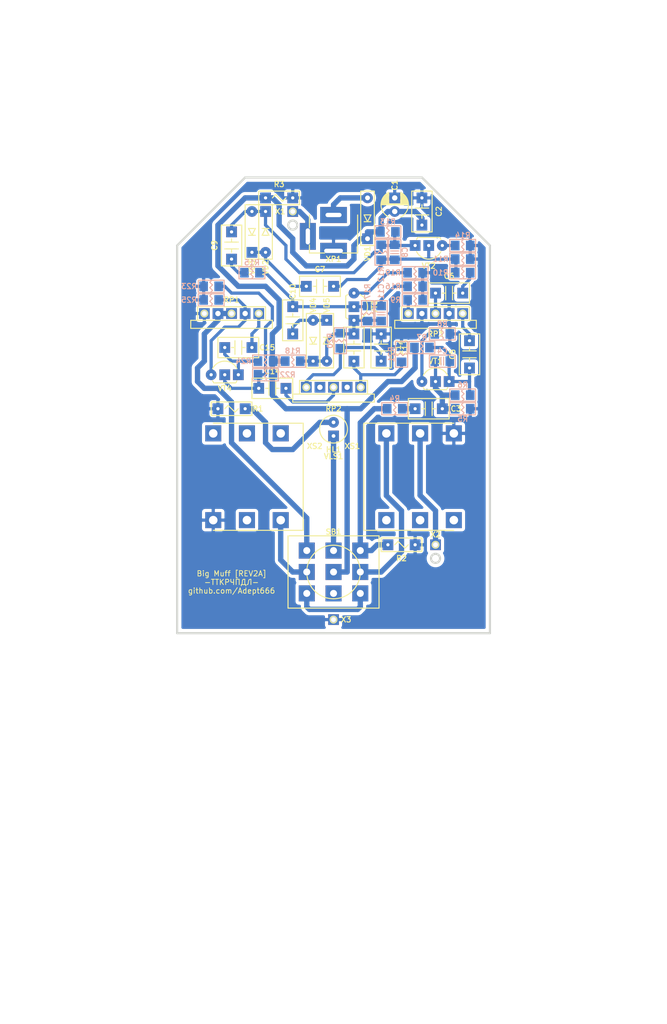
<source format=kicad_pcb>
(kicad_pcb (version 20171130) (host pcbnew 5.1.12-84ad8e8a86~92~ubuntu20.04.1)

  (general
    (thickness 1.6)
    (drawings 10)
    (tracks 215)
    (zones 0)
    (modules 63)
    (nets 45)
  )

  (page A4 portrait)
  (title_block
    (title ТКП-1.13.A-1)
    (date 2024-05-20)
    (rev 2A)
    (company "Big Muff [REV2A] NYC")
    (comment 1 http://github.com/Adept666)
    (comment 2 "Igor Ivanov (Игорь Иванов)")
    (comment 3 -ТТКРЧПДЛ-)
    (comment 4 "This project is licensed under GNU General Public License v3.0 or later")
  )

  (layers
    (0 F.Cu jumper)
    (31 B.Cu signal)
    (36 B.SilkS user)
    (37 F.SilkS user)
    (38 B.Mask user)
    (40 Dwgs.User user)
    (42 Eco1.User user)
    (44 Edge.Cuts user)
    (45 Margin user)
    (46 B.CrtYd user)
    (47 F.CrtYd user)
    (48 B.Fab user)
    (49 F.Fab user)
  )

  (setup
    (last_trace_width 1)
    (user_trace_width 0.6)
    (trace_clearance 0)
    (zone_clearance 0.6)
    (zone_45_only no)
    (trace_min 0.2)
    (via_size 2)
    (via_drill 1)
    (via_min_size 0.4)
    (via_min_drill 0.3)
    (uvia_size 0.3)
    (uvia_drill 0.1)
    (uvias_allowed no)
    (uvia_min_size 0)
    (uvia_min_drill 0)
    (edge_width 0.4)
    (segment_width 0.2)
    (pcb_text_width 0.3)
    (pcb_text_size 1.5 1.5)
    (mod_edge_width 0.15)
    (mod_text_size 1 1)
    (mod_text_width 0.15)
    (pad_size 2 2)
    (pad_drill 0.6)
    (pad_to_mask_clearance 0.2)
    (solder_mask_min_width 0.25)
    (aux_axis_origin 0 0)
    (visible_elements 7FFFFFFF)
    (pcbplotparams
      (layerselection 0x20000_7ffffffe)
      (usegerberextensions false)
      (usegerberattributes false)
      (usegerberadvancedattributes false)
      (creategerberjobfile false)
      (excludeedgelayer false)
      (linewidth 0.100000)
      (plotframeref true)
      (viasonmask false)
      (mode 1)
      (useauxorigin false)
      (hpglpennumber 1)
      (hpglpenspeed 20)
      (hpglpendiameter 15.000000)
      (psnegative false)
      (psa4output false)
      (plotreference false)
      (plotvalue true)
      (plotinvisibletext false)
      (padsonsilk true)
      (subtractmaskfromsilk false)
      (outputformat 4)
      (mirror false)
      (drillshape 0)
      (scaleselection 1)
      (outputdirectory ""))
  )

  (net 0 "")
  (net 1 COM)
  (net 2 "Net-(HL1-PadC)")
  (net 3 /LED)
  (net 4 "Net-(SB1-PadNC1)")
  (net 5 "Net-(SB1-PadNC2)")
  (net 6 "Net-(XS1-PadSN)")
  (net 7 "Net-(XS1-PadRN)")
  (net 8 "Net-(XS1-PadTN)")
  (net 9 "Net-(XS2-PadSN)")
  (net 10 "Net-(XS2-PadTN)")
  (net 11 /IN-CON)
  (net 12 /OUT-CON)
  (net 13 /PP3-POS)
  (net 14 /PP3-NEG)
  (net 15 "Net-(XS2-PadR)")
  (net 16 "Net-(XS2-PadRN)")
  (net 17 "Net-(VD1-PadA)")
  (net 18 "Net-(C3-Pad2)")
  (net 19 "Net-(C4-Pad2)")
  (net 20 "Net-(C5-Pad2)")
  (net 21 "Net-(C6-Pad1)")
  (net 22 "Net-(C6-Pad2)")
  (net 23 "Net-(C7-Pad1)")
  (net 24 "Net-(C7-Pad2)")
  (net 25 "Net-(C8-Pad2)")
  (net 26 "Net-(C9-Pad2)")
  (net 27 "Net-(C10-Pad1)")
  (net 28 "Net-(C10-Pad2)")
  (net 29 "Net-(C11-Pad2)")
  (net 30 "Net-(C12-Pad2)")
  (net 31 "Net-(C13-Pad1)")
  (net 32 "Net-(C14-Pad1)")
  (net 33 "Net-(C14-Pad2)")
  (net 34 "Net-(C15-Pad1)")
  (net 35 "Net-(C15-Pad2)")
  (net 36 "Net-(R8-Pad2)")
  (net 37 "Net-(C3-Pad1)")
  (net 38 "Net-(R9-Pad2)")
  (net 39 "Net-(R14-Pad2)")
  (net 40 "Net-(R19-Pad2)")
  (net 41 "Net-(R25-Pad2)")
  (net 42 V)
  (net 43 /IN-CIR)
  (net 44 /OUT-CIR)

  (net_class Default "This is the default net class."
    (clearance 0)
    (trace_width 1)
    (via_dia 2)
    (via_drill 1)
    (uvia_dia 0.3)
    (uvia_drill 0.1)
    (add_net /IN-CIR)
    (add_net /IN-CON)
    (add_net /LED)
    (add_net /OUT-CIR)
    (add_net /OUT-CON)
    (add_net /PP3-NEG)
    (add_net /PP3-POS)
    (add_net COM)
    (add_net "Net-(C10-Pad1)")
    (add_net "Net-(C10-Pad2)")
    (add_net "Net-(C11-Pad2)")
    (add_net "Net-(C12-Pad2)")
    (add_net "Net-(C13-Pad1)")
    (add_net "Net-(C14-Pad1)")
    (add_net "Net-(C14-Pad2)")
    (add_net "Net-(C15-Pad1)")
    (add_net "Net-(C15-Pad2)")
    (add_net "Net-(C3-Pad1)")
    (add_net "Net-(C3-Pad2)")
    (add_net "Net-(C4-Pad2)")
    (add_net "Net-(C5-Pad2)")
    (add_net "Net-(C6-Pad1)")
    (add_net "Net-(C6-Pad2)")
    (add_net "Net-(C7-Pad1)")
    (add_net "Net-(C7-Pad2)")
    (add_net "Net-(C8-Pad2)")
    (add_net "Net-(C9-Pad2)")
    (add_net "Net-(HL1-PadC)")
    (add_net "Net-(R14-Pad2)")
    (add_net "Net-(R19-Pad2)")
    (add_net "Net-(R25-Pad2)")
    (add_net "Net-(R8-Pad2)")
    (add_net "Net-(R9-Pad2)")
    (add_net "Net-(SB1-PadNC1)")
    (add_net "Net-(SB1-PadNC2)")
    (add_net "Net-(VD1-PadA)")
    (add_net "Net-(XS1-PadRN)")
    (add_net "Net-(XS1-PadSN)")
    (add_net "Net-(XS1-PadTN)")
    (add_net "Net-(XS2-PadR)")
    (add_net "Net-(XS2-PadRN)")
    (add_net "Net-(XS2-PadSN)")
    (add_net "Net-(XS2-PadTN)")
    (add_net V)
  )

  (module SBKCL-TH-SL:RPB-20-1x17-1.5-PNL-7.4-2.8 (layer F.Cu) (tedit 62D93815) (tstamp 5E5B6DB9)
    (at 124.46 108.15)
    (path /5F3FC4FA)
    (fp_text reference RP3 (at 0 15.04) (layer F.SilkS)
      (effects (font (size 1 1) (thickness 0.2)))
    )
    (fp_text value A100K (at 0 11.23) (layer F.Fab)
      (effects (font (size 1 1) (thickness 0.2)))
    )
    (fp_circle (center -7.9 0) (end -6.5 0) (layer Eco1.User) (width 0.4))
    (fp_line (start -6.35 9.96) (end -6.35 12.5) (layer F.Fab) (width 0.2))
    (fp_line (start -8.383913 1.4) (end -7.3 1.4) (layer Dwgs.User) (width 0.2))
    (fp_line (start -7.5 4) (end -7.5 12.5) (layer Dwgs.User) (width 0.2))
    (fp_line (start 7.5 4) (end 7.5 12.5) (layer Dwgs.User) (width 0.2))
    (fp_line (start -7.62 12.5) (end -7.62 14) (layer F.CrtYd) (width 0.1))
    (fp_line (start -7.62 12.5) (end -6.35 12.5) (layer F.CrtYd) (width 0.1))
    (fp_line (start -7.62 14) (end 7.62 14) (layer F.Fab) (width 0.2))
    (fp_line (start 7.62 12.5) (end 7.62 14) (layer F.SilkS) (width 0.2))
    (fp_circle (center -5.08 11.23) (end -4.445 11.23) (layer F.SilkS) (width 0.2))
    (fp_line (start 6.35 12.5) (end 7.62 12.5) (layer F.CrtYd) (width 0.1))
    (fp_line (start -7.3 -1.4) (end -7.3 1.4) (layer Dwgs.User) (width 0.2))
    (fp_line (start -2.54 1.5) (end 2.54 1.5) (layer Dwgs.User) (width 0.2))
    (fp_line (start -6.35 9.96) (end -6.35 12.5) (layer F.CrtYd) (width 0.1))
    (fp_line (start -7.62 14) (end 7.62 14) (layer F.CrtYd) (width 0.1))
    (fp_line (start -7.62 12.5) (end -7.62 14) (layer F.SilkS) (width 0.2))
    (fp_line (start -7.5 12.5) (end 7.5 12.5) (layer Dwgs.User) (width 0.2))
    (fp_line (start -7.62 14) (end 7.62 14) (layer F.SilkS) (width 0.2))
    (fp_circle (center 0 0) (end 3 0) (layer Dwgs.User) (width 0.2))
    (fp_circle (center 0 0) (end 3.5 0) (layer Dwgs.User) (width 0.2))
    (fp_line (start -7.62 12.5) (end 7.62 12.5) (layer F.SilkS) (width 0.2))
    (fp_line (start -7.62 12.5) (end 7.62 12.5) (layer F.Fab) (width 0.2))
    (fp_line (start -8.383913 -1.4) (end -7.3 -1.4) (layer Dwgs.User) (width 0.2))
    (fp_circle (center 0 0) (end 3.7 0) (layer Eco1.User) (width 0.4))
    (fp_line (start -6.35 9.96) (end 6.35 9.96) (layer F.CrtYd) (width 0.1))
    (fp_line (start -6.35 9.96) (end 6.35 9.96) (layer F.SilkS) (width 0.2))
    (fp_circle (center 0 0) (end 8.5 0) (layer Dwgs.User) (width 0.2))
    (fp_line (start -6.35 9.96) (end -6.35 12.5) (layer F.SilkS) (width 0.2))
    (fp_line (start 7.62 12.5) (end 7.62 14) (layer F.Fab) (width 0.2))
    (fp_line (start -6.35 9.96) (end 6.35 9.96) (layer F.Fab) (width 0.2))
    (fp_line (start 7.62 12.5) (end 7.62 14) (layer F.CrtYd) (width 0.1))
    (fp_line (start 6.35 9.96) (end 6.35 12.5) (layer F.CrtYd) (width 0.1))
    (fp_line (start -7.62 12.5) (end -7.62 14) (layer F.Fab) (width 0.2))
    (fp_line (start 6.35 9.96) (end 6.35 12.5) (layer F.Fab) (width 0.2))
    (fp_line (start 6.35 9.96) (end 6.35 12.5) (layer F.SilkS) (width 0.2))
    (fp_circle (center 5.08 11.23) (end 5.715 11.23) (layer F.SilkS) (width 0.2))
    (fp_circle (center 0 11.23) (end 0.635 11.23) (layer F.SilkS) (width 0.2))
    (pad NC2 thru_hole rect (at 2.54 11.23) (size 2 2) (drill 1) (layers B.Cu B.Mask)
      (net 1 COM))
    (pad 3 thru_hole rect (at 5.08 11.23) (size 2 2) (drill 1) (layers B.Cu B.Mask)
      (net 20 "Net-(C5-Pad2)"))
    (pad 2 thru_hole rect (at 0 11.23) (size 2 2) (drill 1) (layers B.Cu B.Mask)
      (net 21 "Net-(C6-Pad1)"))
    (pad NC1 thru_hole rect (at -2.54 11.23) (size 2 2) (drill 1) (layers B.Cu B.Mask)
      (net 1 COM))
    (pad 1 thru_hole rect (at -5.08 11.23) (size 2 2) (drill 1) (layers B.Cu B.Mask)
      (net 38 "Net-(R9-Pad2)"))
  )

  (module SBKCL-TH-SL:RPB-20-1x17-1.5-PNL-7.4-2.8 (layer F.Cu) (tedit 62D93815) (tstamp 5F7F73E9)
    (at 105.41 121.92)
    (path /5F3FC4FC)
    (fp_text reference RP2 (at 0 15.24) (layer F.SilkS)
      (effects (font (size 1 1) (thickness 0.2)))
    )
    (fp_text value B100K (at 0 11.43) (layer F.Fab)
      (effects (font (size 1 1) (thickness 0.2)))
    )
    (fp_circle (center -7.9 0) (end -6.5 0) (layer Eco1.User) (width 0.4))
    (fp_line (start -6.35 9.96) (end -6.35 12.5) (layer F.Fab) (width 0.2))
    (fp_line (start -8.383913 1.4) (end -7.3 1.4) (layer Dwgs.User) (width 0.2))
    (fp_line (start -7.5 4) (end -7.5 12.5) (layer Dwgs.User) (width 0.2))
    (fp_line (start 7.5 4) (end 7.5 12.5) (layer Dwgs.User) (width 0.2))
    (fp_line (start -7.62 12.5) (end -7.62 14) (layer F.CrtYd) (width 0.1))
    (fp_line (start -7.62 12.5) (end -6.35 12.5) (layer F.CrtYd) (width 0.1))
    (fp_line (start -7.62 14) (end 7.62 14) (layer F.Fab) (width 0.2))
    (fp_line (start 7.62 12.5) (end 7.62 14) (layer F.SilkS) (width 0.2))
    (fp_circle (center -5.08 11.23) (end -4.445 11.23) (layer F.SilkS) (width 0.2))
    (fp_line (start 6.35 12.5) (end 7.62 12.5) (layer F.CrtYd) (width 0.1))
    (fp_line (start -7.3 -1.4) (end -7.3 1.4) (layer Dwgs.User) (width 0.2))
    (fp_line (start -2.54 1.5) (end 2.54 1.5) (layer Dwgs.User) (width 0.2))
    (fp_line (start -6.35 9.96) (end -6.35 12.5) (layer F.CrtYd) (width 0.1))
    (fp_line (start -7.62 14) (end 7.62 14) (layer F.CrtYd) (width 0.1))
    (fp_line (start -7.62 12.5) (end -7.62 14) (layer F.SilkS) (width 0.2))
    (fp_line (start -7.5 12.5) (end 7.5 12.5) (layer Dwgs.User) (width 0.2))
    (fp_line (start -7.62 14) (end 7.62 14) (layer F.SilkS) (width 0.2))
    (fp_circle (center 0 0) (end 3 0) (layer Dwgs.User) (width 0.2))
    (fp_circle (center 0 0) (end 3.5 0) (layer Dwgs.User) (width 0.2))
    (fp_line (start -7.62 12.5) (end 7.62 12.5) (layer F.SilkS) (width 0.2))
    (fp_line (start -7.62 12.5) (end 7.62 12.5) (layer F.Fab) (width 0.2))
    (fp_line (start -8.383913 -1.4) (end -7.3 -1.4) (layer Dwgs.User) (width 0.2))
    (fp_circle (center 0 0) (end 3.7 0) (layer Eco1.User) (width 0.4))
    (fp_line (start -6.35 9.96) (end 6.35 9.96) (layer F.CrtYd) (width 0.1))
    (fp_line (start -6.35 9.96) (end 6.35 9.96) (layer F.SilkS) (width 0.2))
    (fp_circle (center 0 0) (end 8.5 0) (layer Dwgs.User) (width 0.2))
    (fp_line (start -6.35 9.96) (end -6.35 12.5) (layer F.SilkS) (width 0.2))
    (fp_line (start 7.62 12.5) (end 7.62 14) (layer F.Fab) (width 0.2))
    (fp_line (start -6.35 9.96) (end 6.35 9.96) (layer F.Fab) (width 0.2))
    (fp_line (start 7.62 12.5) (end 7.62 14) (layer F.CrtYd) (width 0.1))
    (fp_line (start 6.35 9.96) (end 6.35 12.5) (layer F.CrtYd) (width 0.1))
    (fp_line (start -7.62 12.5) (end -7.62 14) (layer F.Fab) (width 0.2))
    (fp_line (start 6.35 9.96) (end 6.35 12.5) (layer F.Fab) (width 0.2))
    (fp_line (start 6.35 9.96) (end 6.35 12.5) (layer F.SilkS) (width 0.2))
    (fp_circle (center 5.08 11.23) (end 5.715 11.23) (layer F.SilkS) (width 0.2))
    (fp_circle (center 0 11.23) (end 0.635 11.23) (layer F.SilkS) (width 0.2))
    (pad NC2 thru_hole rect (at 2.54 11.23) (size 2 2) (drill 1) (layers B.Cu B.Mask))
    (pad 3 thru_hole rect (at 5.08 11.23) (size 2 2) (drill 1) (layers B.Cu B.Mask)
      (net 30 "Net-(C12-Pad2)"))
    (pad 2 thru_hole rect (at 0 11.23) (size 2 2) (drill 1) (layers B.Cu B.Mask)
      (net 32 "Net-(C14-Pad1)"))
    (pad NC1 thru_hole rect (at -2.54 11.23) (size 2 2) (drill 1) (layers B.Cu B.Mask))
    (pad 1 thru_hole rect (at -5.08 11.23) (size 2 2) (drill 1) (layers B.Cu B.Mask)
      (net 31 "Net-(C13-Pad1)"))
  )

  (module SBKCL-TH-SL:RPB-20-1x17-1.5-PNL-7.4-2.8 (layer F.Cu) (tedit 62D93815) (tstamp 5F457720)
    (at 86.36 108.15)
    (path /5F3FC4FD)
    (fp_text reference RP1 (at 0 8.69) (layer F.SilkS)
      (effects (font (size 1 1) (thickness 0.2)))
    )
    (fp_text value A100K (at 0 11.23) (layer F.Fab)
      (effects (font (size 1 1) (thickness 0.2)))
    )
    (fp_circle (center -7.9 0) (end -6.5 0) (layer Eco1.User) (width 0.4))
    (fp_line (start -6.35 9.96) (end -6.35 12.5) (layer F.Fab) (width 0.2))
    (fp_line (start -8.383913 1.4) (end -7.3 1.4) (layer Dwgs.User) (width 0.2))
    (fp_line (start -7.5 4) (end -7.5 12.5) (layer Dwgs.User) (width 0.2))
    (fp_line (start 7.5 4) (end 7.5 12.5) (layer Dwgs.User) (width 0.2))
    (fp_line (start -7.62 12.5) (end -7.62 14) (layer F.CrtYd) (width 0.1))
    (fp_line (start -7.62 12.5) (end -6.35 12.5) (layer F.CrtYd) (width 0.1))
    (fp_line (start -7.62 14) (end 7.62 14) (layer F.Fab) (width 0.2))
    (fp_line (start 7.62 12.5) (end 7.62 14) (layer F.SilkS) (width 0.2))
    (fp_circle (center -5.08 11.23) (end -4.445 11.23) (layer F.SilkS) (width 0.2))
    (fp_line (start 6.35 12.5) (end 7.62 12.5) (layer F.CrtYd) (width 0.1))
    (fp_line (start -7.3 -1.4) (end -7.3 1.4) (layer Dwgs.User) (width 0.2))
    (fp_line (start -2.54 1.5) (end 2.54 1.5) (layer Dwgs.User) (width 0.2))
    (fp_line (start -6.35 9.96) (end -6.35 12.5) (layer F.CrtYd) (width 0.1))
    (fp_line (start -7.62 14) (end 7.62 14) (layer F.CrtYd) (width 0.1))
    (fp_line (start -7.62 12.5) (end -7.62 14) (layer F.SilkS) (width 0.2))
    (fp_line (start -7.5 12.5) (end 7.5 12.5) (layer Dwgs.User) (width 0.2))
    (fp_line (start -7.62 14) (end 7.62 14) (layer F.SilkS) (width 0.2))
    (fp_circle (center 0 0) (end 3 0) (layer Dwgs.User) (width 0.2))
    (fp_circle (center 0 0) (end 3.5 0) (layer Dwgs.User) (width 0.2))
    (fp_line (start -7.62 12.5) (end 7.62 12.5) (layer F.SilkS) (width 0.2))
    (fp_line (start -7.62 12.5) (end 7.62 12.5) (layer F.Fab) (width 0.2))
    (fp_line (start -8.383913 -1.4) (end -7.3 -1.4) (layer Dwgs.User) (width 0.2))
    (fp_circle (center 0 0) (end 3.7 0) (layer Eco1.User) (width 0.4))
    (fp_line (start -6.35 9.96) (end 6.35 9.96) (layer F.CrtYd) (width 0.1))
    (fp_line (start -6.35 9.96) (end 6.35 9.96) (layer F.SilkS) (width 0.2))
    (fp_circle (center 0 0) (end 8.5 0) (layer Dwgs.User) (width 0.2))
    (fp_line (start -6.35 9.96) (end -6.35 12.5) (layer F.SilkS) (width 0.2))
    (fp_line (start 7.62 12.5) (end 7.62 14) (layer F.Fab) (width 0.2))
    (fp_line (start -6.35 9.96) (end 6.35 9.96) (layer F.Fab) (width 0.2))
    (fp_line (start 7.62 12.5) (end 7.62 14) (layer F.CrtYd) (width 0.1))
    (fp_line (start 6.35 9.96) (end 6.35 12.5) (layer F.CrtYd) (width 0.1))
    (fp_line (start -7.62 12.5) (end -7.62 14) (layer F.Fab) (width 0.2))
    (fp_line (start 6.35 9.96) (end 6.35 12.5) (layer F.Fab) (width 0.2))
    (fp_line (start 6.35 9.96) (end 6.35 12.5) (layer F.SilkS) (width 0.2))
    (fp_circle (center 5.08 11.23) (end 5.715 11.23) (layer F.SilkS) (width 0.2))
    (fp_circle (center 0 11.23) (end 0.635 11.23) (layer F.SilkS) (width 0.2))
    (pad NC2 thru_hole rect (at 2.54 11.23) (size 2 2) (drill 1) (layers B.Cu B.Mask))
    (pad 3 thru_hole rect (at 5.08 11.23) (size 2 2) (drill 1) (layers B.Cu B.Mask)
      (net 35 "Net-(C15-Pad2)"))
    (pad 2 thru_hole rect (at 0 11.23) (size 2 2) (drill 1) (layers B.Cu B.Mask)
      (net 44 /OUT-CIR))
    (pad NC1 thru_hole rect (at -2.54 11.23) (size 2 2) (drill 1) (layers B.Cu B.Mask)
      (net 44 /OUT-CIR))
    (pad 1 thru_hole rect (at -5.08 11.23) (size 2 2) (drill 1) (layers B.Cu B.Mask)
      (net 1 COM))
  )

  (module SBEL:B013_B1 locked (layer F.Cu) (tedit 60A36522) (tstamp 5F50226F)
    (at 105.41 148.59)
    (path /5E73CB02)
    (fp_text reference VE1 (at 0 54.61) (layer F.SilkS) hide
      (effects (font (size 1 1) (thickness 0.2)))
    )
    (fp_text value B013 (at 0 53.34) (layer F.Fab) hide
      (effects (font (size 1 1) (thickness 0.2)))
    )
    (fp_line (start 23.85 52.25) (end 23.85 55.75) (layer Eco1.User) (width 0.4))
    (fp_line (start -23.85 52.25) (end -23.85 55.75) (layer Eco1.User) (width 0.4))
    (fp_line (start 23.85 -55.75) (end 23.85 -52.25) (layer Eco1.User) (width 0.4))
    (fp_line (start -23.85 -55.75) (end -23.85 -52.25) (layer Eco1.User) (width 0.4))
    (fp_line (start 27.1 49) (end 30.45 49) (layer Eco1.User) (width 0.4))
    (fp_line (start -30.45 49) (end -27.1 49) (layer Eco1.User) (width 0.4))
    (fp_line (start 27.1 -49) (end 30.45 -49) (layer Eco1.User) (width 0.4))
    (fp_line (start -30.45 -49) (end -27.1 -49) (layer Eco1.User) (width 0.4))
    (fp_circle (center 27.1 52.25) (end 28.6 52.25) (layer Eco1.User) (width 0.4))
    (fp_circle (center -27.1 52.25) (end -25.6 52.25) (layer Eco1.User) (width 0.4))
    (fp_circle (center 27.1 -52.25) (end 28.6 -52.25) (layer Eco1.User) (width 0.4))
    (fp_circle (center -27.1 -52.25) (end -25.6 -52.25) (layer Eco1.User) (width 0.4))
    (fp_line (start 30.45 -55.75) (end 30.45 55.75) (layer Eco1.User) (width 0.4))
    (fp_line (start -30.45 -55.75) (end -30.45 55.75) (layer Eco1.User) (width 0.4))
    (fp_line (start -30.45 55.75) (end 30.45 55.75) (layer Eco1.User) (width 0.4))
    (fp_line (start -30.45 -55.75) (end 30.45 -55.75) (layer Eco1.User) (width 0.4))
    (fp_line (start 31.8 -57.25) (end 31.8 57.25) (layer Eco1.User) (width 0.4))
    (fp_line (start -31.8 -57.25) (end -31.8 57.25) (layer Eco1.User) (width 0.4))
    (fp_line (start -31.8 57.25) (end 31.8 57.25) (layer Eco1.User) (width 0.4))
    (fp_line (start -31.8 -57.25) (end 31.8 -57.25) (layer Eco1.User) (width 0.4))
    (fp_line (start -31.8 -87.55) (end 31.8 -87.55) (layer Eco1.User) (width 0.4))
    (fp_line (start -62.1 -57.25) (end -31.8 -57.25) (layer Eco1.User) (width 0.4))
    (fp_line (start 31.8 -57.25) (end 62.1 -57.25) (layer Eco1.User) (width 0.4))
    (fp_line (start -62.1 57.25) (end -31.8 57.25) (layer Eco1.User) (width 0.4))
    (fp_line (start 31.8 57.25) (end 62.1 57.25) (layer Eco1.User) (width 0.4))
    (fp_line (start -31.8 -87.55) (end -31.8 -57.25) (layer Eco1.User) (width 0.4))
    (fp_line (start 31.8 -87.55) (end 31.8 -57.25) (layer Eco1.User) (width 0.4))
    (fp_line (start -62.1 -57.25) (end -62.1 57.25) (layer Eco1.User) (width 0.4))
    (fp_line (start 62.1 -57.25) (end 62.1 57.25) (layer Eco1.User) (width 0.4))
    (fp_line (start -31.8 -83.55) (end 31.8 -83.55) (layer Eco1.User) (width 0.4))
    (fp_line (start -58.1 -57.25) (end -58.1 57.25) (layer Eco1.User) (width 0.4))
    (fp_line (start 58.1 -57.25) (end 58.1 57.25) (layer Eco1.User) (width 0.4))
    (fp_circle (center 0 -71) (end 5.5 -71) (layer Eco1.User) (width 0.4))
    (fp_circle (center -43.95 1.27) (end -37.95 1.27) (layer Eco1.User) (width 0.4))
    (fp_circle (center 43.95 1.27) (end 49.95 1.27) (layer Eco1.User) (width 0.4))
    (fp_arc (start 27.1 52.25) (end 27.1 49) (angle -90) (layer Eco1.User) (width 0.4))
    (fp_arc (start -27.1 52.25) (end -23.85 52.25) (angle -90) (layer Eco1.User) (width 0.4))
    (fp_arc (start 27.1 -52.25) (end 23.85 -52.25) (angle -90) (layer Eco1.User) (width 0.4))
    (fp_arc (start -27.1 -52.25) (end -27.1 -49) (angle -90) (layer Eco1.User) (width 0.4))
  )

  (module KCL-TH-SL:LED-ROUND-05.0-UNI-SH-SPACER-PNL-5.3 (layer F.Cu) (tedit 61100F3A) (tstamp 61A3A8DF)
    (at 105.41 140.97 270)
    (path /5E64318D)
    (fp_text reference HL1 (at 3.81 0) (layer F.SilkS)
      (effects (font (size 1 1) (thickness 0.2)))
    )
    (fp_text value FYL-5013UWC (at 14.605 0) (layer F.Fab)
      (effects (font (size 1 1) (thickness 0.2)))
    )
    (fp_circle (center 0 0) (end 2.5 0) (layer F.Fab) (width 0.2))
    (fp_line (start -2.5 -1.466994) (end -2.5 1.466994) (layer F.Fab) (width 0.2))
    (fp_circle (center 0 0) (end 2.65 0) (layer Eco1.User) (width 0.4))
    (fp_arc (start 0 0) (end -2.5 1.469694) (angle -299.1) (layer F.Fab) (width 0.2))
    (pad C thru_hole circle (at -1.27 0 270) (size 2 2) (drill 0.7) (layers B.Cu B.Mask)
      (net 2 "Net-(HL1-PadC)"))
    (pad A thru_hole rect (at 1.27 0 270) (size 2 2) (drill 0.7) (layers B.Cu B.Mask)
      (net 3 /LED))
  )

  (module KCL-TH-SL:R-MFR-12 (layer F.Cu) (tedit 664B7CEE) (tstamp 5F406881)
    (at 95.25 97.79 180)
    (path /5F414B0E)
    (fp_text reference R3 (at 0 2.54) (layer F.SilkS)
      (effects (font (size 1 1) (thickness 0.2)))
    )
    (fp_text value X (at 0 0) (layer F.Fab)
      (effects (font (size 1 1) (thickness 0.2)))
    )
    (fp_line (start 0.635 0.635) (end 1.27 0) (layer F.SilkS) (width 0.2))
    (fp_line (start -0.635 -0.635) (end 0.635 0.635) (layer F.SilkS) (width 0.2))
    (fp_line (start -1.27 0) (end -0.635 -0.635) (layer F.SilkS) (width 0.2))
    (fp_line (start -3.81 1.27) (end -3.81 -1.27) (layer F.CrtYd) (width 0.1))
    (fp_line (start 3.81 1.27) (end -3.81 1.27) (layer F.CrtYd) (width 0.1))
    (fp_line (start 3.81 -1.27) (end 3.81 1.27) (layer F.CrtYd) (width 0.1))
    (fp_line (start -3.81 -1.27) (end 3.81 -1.27) (layer F.CrtYd) (width 0.1))
    (fp_line (start 3.81 -1.27) (end 3.81 1.27) (layer F.SilkS) (width 0.2))
    (fp_line (start -3.81 -1.27) (end -3.81 1.27) (layer F.SilkS) (width 0.2))
    (fp_line (start -3.81 1.27) (end 3.81 1.27) (layer F.SilkS) (width 0.2))
    (fp_line (start -3.81 -1.27) (end 3.81 -1.27) (layer F.SilkS) (width 0.2))
    (fp_line (start 1.7 -0.95) (end 1.7 0.95) (layer F.Fab) (width 0.2))
    (fp_line (start -1.7 -0.95) (end -1.7 0.95) (layer F.Fab) (width 0.2))
    (fp_line (start -1.7 0.95) (end 1.7 0.95) (layer F.Fab) (width 0.2))
    (fp_line (start -1.7 -0.95) (end 1.7 -0.95) (layer F.Fab) (width 0.2))
    (pad 1 thru_hole rect (at -2.54 0 180) (size 2 2) (drill 0.6) (layers B.Cu B.Mask)
      (net 1 COM))
    (pad 2 thru_hole rect (at 2.54 0 180) (size 2 2) (drill 0.6) (layers B.Cu B.Mask)
      (net 42 V))
  )

  (module KCL-SM:C-SM-1206 (layer B.Cu) (tedit 5F453DFF) (tstamp 5F4286E2)
    (at 114.3 119.38 270)
    (path /5E8C5900)
    (fp_text reference C11 (at -2.54 0 270) (layer B.SilkS)
      (effects (font (size 1 1) (thickness 0.2)) (justify right mirror))
    )
    (fp_text value 471 (at 0 0 270) (layer B.Fab)
      (effects (font (size 1 1) (thickness 0.2)) (justify mirror))
    )
    (fp_line (start -2.413 1.143) (end 2.413 1.143) (layer B.CrtYd) (width 0.1))
    (fp_line (start 2.413 1.143) (end 2.413 -1.143) (layer B.CrtYd) (width 0.1))
    (fp_line (start 2.413 -1.143) (end -2.413 -1.143) (layer B.CrtYd) (width 0.1))
    (fp_line (start -2.413 -1.143) (end -2.413 1.143) (layer B.CrtYd) (width 0.1))
    (fp_line (start -2.413 -1.143) (end 2.413 -1.143) (layer B.SilkS) (width 0.2))
    (fp_line (start -2.413 1.143) (end 2.413 1.143) (layer B.SilkS) (width 0.2))
    (fp_line (start 0.254 0.762) (end 0.254 -0.762) (layer B.SilkS) (width 0.2))
    (fp_line (start -0.254 0.762) (end -0.254 -0.762) (layer B.SilkS) (width 0.2))
    (fp_line (start 2.413 1.143) (end 2.413 -1.143) (layer B.SilkS) (width 0.2))
    (fp_line (start -2.413 1.143) (end -2.413 -1.143) (layer B.SilkS) (width 0.2))
    (fp_line (start -1.6 0.8) (end 1.6 0.8) (layer B.Fab) (width 0.2))
    (fp_line (start 1.6 0.8) (end 1.6 -0.8) (layer B.Fab) (width 0.2))
    (fp_line (start -1.6 -0.8) (end 1.6 -0.8) (layer B.Fab) (width 0.2))
    (fp_line (start -1.6 0.8) (end -1.6 -0.8) (layer B.Fab) (width 0.2))
    (pad 2 smd rect (at 1.4 0 270) (size 1.6 1.8) (layers B.Cu B.Mask)
      (net 29 "Net-(C11-Pad2)"))
    (pad 1 smd rect (at -1.4 0 270) (size 1.6 1.8) (layers B.Cu B.Mask)
      (net 27 "Net-(C10-Pad1)"))
  )

  (module KCL-SM:C-SM-1206 (layer B.Cu) (tedit 5F453DFF) (tstamp 5F4251A3)
    (at 116.84 107.95 90)
    (path /5EBF2A40)
    (fp_text reference C8 (at 0 1.905 270) (layer B.SilkS)
      (effects (font (size 1 1) (thickness 0.2)) (justify mirror))
    )
    (fp_text value 471 (at 0 0 270) (layer B.Fab)
      (effects (font (size 1 1) (thickness 0.2)) (justify mirror))
    )
    (fp_line (start -2.413 1.143) (end 2.413 1.143) (layer B.CrtYd) (width 0.1))
    (fp_line (start 2.413 1.143) (end 2.413 -1.143) (layer B.CrtYd) (width 0.1))
    (fp_line (start 2.413 -1.143) (end -2.413 -1.143) (layer B.CrtYd) (width 0.1))
    (fp_line (start -2.413 -1.143) (end -2.413 1.143) (layer B.CrtYd) (width 0.1))
    (fp_line (start -2.413 -1.143) (end 2.413 -1.143) (layer B.SilkS) (width 0.2))
    (fp_line (start -2.413 1.143) (end 2.413 1.143) (layer B.SilkS) (width 0.2))
    (fp_line (start 0.254 0.762) (end 0.254 -0.762) (layer B.SilkS) (width 0.2))
    (fp_line (start -0.254 0.762) (end -0.254 -0.762) (layer B.SilkS) (width 0.2))
    (fp_line (start 2.413 1.143) (end 2.413 -1.143) (layer B.SilkS) (width 0.2))
    (fp_line (start -2.413 1.143) (end -2.413 -1.143) (layer B.SilkS) (width 0.2))
    (fp_line (start -1.6 0.8) (end 1.6 0.8) (layer B.Fab) (width 0.2))
    (fp_line (start 1.6 0.8) (end 1.6 -0.8) (layer B.Fab) (width 0.2))
    (fp_line (start -1.6 -0.8) (end 1.6 -0.8) (layer B.Fab) (width 0.2))
    (fp_line (start -1.6 0.8) (end -1.6 -0.8) (layer B.Fab) (width 0.2))
    (pad 2 smd rect (at 1.4 0 90) (size 1.6 1.8) (layers B.Cu B.Mask)
      (net 25 "Net-(C8-Pad2)"))
    (pad 1 smd rect (at -1.4 0 90) (size 1.6 1.8) (layers B.Cu B.Mask)
      (net 23 "Net-(C7-Pad1)"))
  )

  (module KCL-SM:C-SM-1206 (layer B.Cu) (tedit 5F453DFF) (tstamp 5F3B715A)
    (at 125.73 128.27)
    (path /5E56234D)
    (fp_text reference C4 (at 0 -1.905) (layer B.SilkS)
      (effects (font (size 1 1) (thickness 0.2)) (justify mirror))
    )
    (fp_text value 471 (at 0 0) (layer B.Fab)
      (effects (font (size 1 1) (thickness 0.2)) (justify mirror))
    )
    (fp_line (start -2.413 1.143) (end 2.413 1.143) (layer B.CrtYd) (width 0.1))
    (fp_line (start 2.413 1.143) (end 2.413 -1.143) (layer B.CrtYd) (width 0.1))
    (fp_line (start 2.413 -1.143) (end -2.413 -1.143) (layer B.CrtYd) (width 0.1))
    (fp_line (start -2.413 -1.143) (end -2.413 1.143) (layer B.CrtYd) (width 0.1))
    (fp_line (start -2.413 -1.143) (end 2.413 -1.143) (layer B.SilkS) (width 0.2))
    (fp_line (start -2.413 1.143) (end 2.413 1.143) (layer B.SilkS) (width 0.2))
    (fp_line (start 0.254 0.762) (end 0.254 -0.762) (layer B.SilkS) (width 0.2))
    (fp_line (start -0.254 0.762) (end -0.254 -0.762) (layer B.SilkS) (width 0.2))
    (fp_line (start 2.413 1.143) (end 2.413 -1.143) (layer B.SilkS) (width 0.2))
    (fp_line (start -2.413 1.143) (end -2.413 -1.143) (layer B.SilkS) (width 0.2))
    (fp_line (start -1.6 0.8) (end 1.6 0.8) (layer B.Fab) (width 0.2))
    (fp_line (start 1.6 0.8) (end 1.6 -0.8) (layer B.Fab) (width 0.2))
    (fp_line (start -1.6 -0.8) (end 1.6 -0.8) (layer B.Fab) (width 0.2))
    (fp_line (start -1.6 0.8) (end -1.6 -0.8) (layer B.Fab) (width 0.2))
    (pad 2 smd rect (at 1.4 0) (size 1.6 1.8) (layers B.Cu B.Mask)
      (net 19 "Net-(C4-Pad2)"))
    (pad 1 smd rect (at -1.4 0) (size 1.6 1.8) (layers B.Cu B.Mask)
      (net 18 "Net-(C3-Pad2)"))
  )

  (module KCL-SM:R-SM-1206 (layer B.Cu) (tedit 5E86DED5) (tstamp 5F3B4B6E)
    (at 82.55 116.84)
    (path /5EBBDC25)
    (fp_text reference R25 (at -2.54 0) (layer B.SilkS)
      (effects (font (size 1 1) (thickness 0.2)) (justify left mirror))
    )
    (fp_text value 202 (at 0 0) (layer B.Fab)
      (effects (font (size 1 1) (thickness 0.2)) (justify mirror))
    )
    (fp_line (start -1.6 0.8) (end -1.6 -0.8) (layer B.Fab) (width 0.2))
    (fp_line (start -1.6 -0.8) (end 1.6 -0.8) (layer B.Fab) (width 0.2))
    (fp_line (start 1.6 0.8) (end 1.6 -0.8) (layer B.Fab) (width 0.2))
    (fp_line (start -1.6 0.8) (end 1.6 0.8) (layer B.Fab) (width 0.2))
    (fp_line (start -2.413 1.143) (end -2.413 -1.143) (layer B.SilkS) (width 0.2))
    (fp_line (start 2.413 1.143) (end 2.413 -1.143) (layer B.SilkS) (width 0.2))
    (fp_line (start -2.413 1.143) (end 2.413 1.143) (layer B.SilkS) (width 0.2))
    (fp_line (start -2.413 -1.143) (end 2.413 -1.143) (layer B.SilkS) (width 0.2))
    (fp_line (start -0.254 -0.762) (end 0.127 -1.143) (layer B.SilkS) (width 0.2))
    (fp_line (start 0.254 -0.254) (end -0.254 -0.762) (layer B.SilkS) (width 0.2))
    (fp_line (start -0.254 0.254) (end 0.254 -0.254) (layer B.SilkS) (width 0.2))
    (fp_line (start 0.254 0.762) (end -0.127 1.143) (layer B.SilkS) (width 0.2))
    (fp_line (start -0.254 0.254) (end 0.254 0.762) (layer B.SilkS) (width 0.2))
    (fp_line (start -2.413 -1.143) (end -2.413 1.143) (layer B.CrtYd) (width 0.1))
    (fp_line (start 2.413 -1.143) (end -2.413 -1.143) (layer B.CrtYd) (width 0.1))
    (fp_line (start 2.413 1.143) (end 2.413 -1.143) (layer B.CrtYd) (width 0.1))
    (fp_line (start -2.413 1.143) (end 2.413 1.143) (layer B.CrtYd) (width 0.1))
    (pad 2 smd rect (at 1.4 0) (size 1.6 1.8) (layers B.Cu B.Mask)
      (net 41 "Net-(R25-Pad2)"))
    (pad 1 smd rect (at -1.4 0) (size 1.6 1.8) (layers B.Cu B.Mask)
      (net 1 COM))
  )

  (module KCL-SM:R-SM-1206 (layer B.Cu) (tedit 5E86DED5) (tstamp 5F3BF02A)
    (at 92.71 128.27)
    (path /5ECA3DF1)
    (fp_text reference R24 (at -2.54 0) (layer B.SilkS)
      (effects (font (size 1 1) (thickness 0.2)) (justify left mirror))
    )
    (fp_text value 103 (at 0 0) (layer B.Fab)
      (effects (font (size 1 1) (thickness 0.2)) (justify mirror))
    )
    (fp_line (start -1.6 0.8) (end -1.6 -0.8) (layer B.Fab) (width 0.2))
    (fp_line (start -1.6 -0.8) (end 1.6 -0.8) (layer B.Fab) (width 0.2))
    (fp_line (start 1.6 0.8) (end 1.6 -0.8) (layer B.Fab) (width 0.2))
    (fp_line (start -1.6 0.8) (end 1.6 0.8) (layer B.Fab) (width 0.2))
    (fp_line (start -2.413 1.143) (end -2.413 -1.143) (layer B.SilkS) (width 0.2))
    (fp_line (start 2.413 1.143) (end 2.413 -1.143) (layer B.SilkS) (width 0.2))
    (fp_line (start -2.413 1.143) (end 2.413 1.143) (layer B.SilkS) (width 0.2))
    (fp_line (start -2.413 -1.143) (end 2.413 -1.143) (layer B.SilkS) (width 0.2))
    (fp_line (start -0.254 -0.762) (end 0.127 -1.143) (layer B.SilkS) (width 0.2))
    (fp_line (start 0.254 -0.254) (end -0.254 -0.762) (layer B.SilkS) (width 0.2))
    (fp_line (start -0.254 0.254) (end 0.254 -0.254) (layer B.SilkS) (width 0.2))
    (fp_line (start 0.254 0.762) (end -0.127 1.143) (layer B.SilkS) (width 0.2))
    (fp_line (start -0.254 0.254) (end 0.254 0.762) (layer B.SilkS) (width 0.2))
    (fp_line (start -2.413 -1.143) (end -2.413 1.143) (layer B.CrtYd) (width 0.1))
    (fp_line (start 2.413 -1.143) (end -2.413 -1.143) (layer B.CrtYd) (width 0.1))
    (fp_line (start 2.413 1.143) (end 2.413 -1.143) (layer B.CrtYd) (width 0.1))
    (fp_line (start -2.413 1.143) (end 2.413 1.143) (layer B.CrtYd) (width 0.1))
    (pad 2 smd rect (at 1.4 0) (size 1.6 1.8) (layers B.Cu B.Mask)
      (net 42 V))
    (pad 1 smd rect (at -1.4 0) (size 1.6 1.8) (layers B.Cu B.Mask)
      (net 34 "Net-(C15-Pad1)"))
  )

  (module KCL-SM:R-SM-1206 (layer B.Cu) (tedit 5E86DED5) (tstamp 5F3B4B40)
    (at 82.55 114.3)
    (path /5EBBDC36)
    (fp_text reference R23 (at -2.54 0) (layer B.SilkS)
      (effects (font (size 1 1) (thickness 0.2)) (justify left mirror))
    )
    (fp_text value 104 (at 0 0) (layer B.Fab)
      (effects (font (size 1 1) (thickness 0.2)) (justify mirror))
    )
    (fp_line (start -1.6 0.8) (end -1.6 -0.8) (layer B.Fab) (width 0.2))
    (fp_line (start -1.6 -0.8) (end 1.6 -0.8) (layer B.Fab) (width 0.2))
    (fp_line (start 1.6 0.8) (end 1.6 -0.8) (layer B.Fab) (width 0.2))
    (fp_line (start -1.6 0.8) (end 1.6 0.8) (layer B.Fab) (width 0.2))
    (fp_line (start -2.413 1.143) (end -2.413 -1.143) (layer B.SilkS) (width 0.2))
    (fp_line (start 2.413 1.143) (end 2.413 -1.143) (layer B.SilkS) (width 0.2))
    (fp_line (start -2.413 1.143) (end 2.413 1.143) (layer B.SilkS) (width 0.2))
    (fp_line (start -2.413 -1.143) (end 2.413 -1.143) (layer B.SilkS) (width 0.2))
    (fp_line (start -0.254 -0.762) (end 0.127 -1.143) (layer B.SilkS) (width 0.2))
    (fp_line (start 0.254 -0.254) (end -0.254 -0.762) (layer B.SilkS) (width 0.2))
    (fp_line (start -0.254 0.254) (end 0.254 -0.254) (layer B.SilkS) (width 0.2))
    (fp_line (start 0.254 0.762) (end -0.127 1.143) (layer B.SilkS) (width 0.2))
    (fp_line (start -0.254 0.254) (end 0.254 0.762) (layer B.SilkS) (width 0.2))
    (fp_line (start -2.413 -1.143) (end -2.413 1.143) (layer B.CrtYd) (width 0.1))
    (fp_line (start 2.413 -1.143) (end -2.413 -1.143) (layer B.CrtYd) (width 0.1))
    (fp_line (start 2.413 1.143) (end 2.413 -1.143) (layer B.CrtYd) (width 0.1))
    (fp_line (start -2.413 1.143) (end 2.413 1.143) (layer B.CrtYd) (width 0.1))
    (pad 2 smd rect (at 1.4 0) (size 1.6 1.8) (layers B.Cu B.Mask)
      (net 33 "Net-(C14-Pad2)"))
    (pad 1 smd rect (at -1.4 0) (size 1.6 1.8) (layers B.Cu B.Mask)
      (net 1 COM))
  )

  (module KCL-SM:R-SM-1206 (layer B.Cu) (tedit 5E86DED5) (tstamp 5F3B4B29)
    (at 92.71 130.81)
    (path /5ECA3DFA)
    (fp_text reference R22 (at 2.54 0) (layer B.SilkS)
      (effects (font (size 1 1) (thickness 0.2)) (justify right mirror))
    )
    (fp_text value 474 (at 0 0) (layer B.Fab)
      (effects (font (size 1 1) (thickness 0.2)) (justify mirror))
    )
    (fp_line (start -1.6 0.8) (end -1.6 -0.8) (layer B.Fab) (width 0.2))
    (fp_line (start -1.6 -0.8) (end 1.6 -0.8) (layer B.Fab) (width 0.2))
    (fp_line (start 1.6 0.8) (end 1.6 -0.8) (layer B.Fab) (width 0.2))
    (fp_line (start -1.6 0.8) (end 1.6 0.8) (layer B.Fab) (width 0.2))
    (fp_line (start -2.413 1.143) (end -2.413 -1.143) (layer B.SilkS) (width 0.2))
    (fp_line (start 2.413 1.143) (end 2.413 -1.143) (layer B.SilkS) (width 0.2))
    (fp_line (start -2.413 1.143) (end 2.413 1.143) (layer B.SilkS) (width 0.2))
    (fp_line (start -2.413 -1.143) (end 2.413 -1.143) (layer B.SilkS) (width 0.2))
    (fp_line (start -0.254 -0.762) (end 0.127 -1.143) (layer B.SilkS) (width 0.2))
    (fp_line (start 0.254 -0.254) (end -0.254 -0.762) (layer B.SilkS) (width 0.2))
    (fp_line (start -0.254 0.254) (end 0.254 -0.254) (layer B.SilkS) (width 0.2))
    (fp_line (start 0.254 0.762) (end -0.127 1.143) (layer B.SilkS) (width 0.2))
    (fp_line (start -0.254 0.254) (end 0.254 0.762) (layer B.SilkS) (width 0.2))
    (fp_line (start -2.413 -1.143) (end -2.413 1.143) (layer B.CrtYd) (width 0.1))
    (fp_line (start 2.413 -1.143) (end -2.413 -1.143) (layer B.CrtYd) (width 0.1))
    (fp_line (start 2.413 1.143) (end 2.413 -1.143) (layer B.CrtYd) (width 0.1))
    (fp_line (start -2.413 1.143) (end 2.413 1.143) (layer B.CrtYd) (width 0.1))
    (pad 2 smd rect (at 1.4 0) (size 1.6 1.8) (layers B.Cu B.Mask)
      (net 42 V))
    (pad 1 smd rect (at -1.4 0) (size 1.6 1.8) (layers B.Cu B.Mask)
      (net 33 "Net-(C14-Pad2)"))
  )

  (module KCL-SM:R-SM-1206 (layer B.Cu) (tedit 5E86DED5) (tstamp 5F3B4B12)
    (at 118.11 127 90)
    (path /5F4A6204)
    (fp_text reference R21 (at 0 -1.905 90) (layer B.SilkS)
      (effects (font (size 1 1) (thickness 0.2)) (justify mirror))
    )
    (fp_text value 223 (at 0 0 90) (layer B.Fab)
      (effects (font (size 1 1) (thickness 0.2)) (justify mirror))
    )
    (fp_line (start -1.6 0.8) (end -1.6 -0.8) (layer B.Fab) (width 0.2))
    (fp_line (start -1.6 -0.8) (end 1.6 -0.8) (layer B.Fab) (width 0.2))
    (fp_line (start 1.6 0.8) (end 1.6 -0.8) (layer B.Fab) (width 0.2))
    (fp_line (start -1.6 0.8) (end 1.6 0.8) (layer B.Fab) (width 0.2))
    (fp_line (start -2.413 1.143) (end -2.413 -1.143) (layer B.SilkS) (width 0.2))
    (fp_line (start 2.413 1.143) (end 2.413 -1.143) (layer B.SilkS) (width 0.2))
    (fp_line (start -2.413 1.143) (end 2.413 1.143) (layer B.SilkS) (width 0.2))
    (fp_line (start -2.413 -1.143) (end 2.413 -1.143) (layer B.SilkS) (width 0.2))
    (fp_line (start -0.254 -0.762) (end 0.127 -1.143) (layer B.SilkS) (width 0.2))
    (fp_line (start 0.254 -0.254) (end -0.254 -0.762) (layer B.SilkS) (width 0.2))
    (fp_line (start -0.254 0.254) (end 0.254 -0.254) (layer B.SilkS) (width 0.2))
    (fp_line (start 0.254 0.762) (end -0.127 1.143) (layer B.SilkS) (width 0.2))
    (fp_line (start -0.254 0.254) (end 0.254 0.762) (layer B.SilkS) (width 0.2))
    (fp_line (start -2.413 -1.143) (end -2.413 1.143) (layer B.CrtYd) (width 0.1))
    (fp_line (start 2.413 -1.143) (end -2.413 -1.143) (layer B.CrtYd) (width 0.1))
    (fp_line (start 2.413 1.143) (end 2.413 -1.143) (layer B.CrtYd) (width 0.1))
    (fp_line (start -2.413 1.143) (end 2.413 1.143) (layer B.CrtYd) (width 0.1))
    (pad 2 smd rect (at 1.4 0 90) (size 1.6 1.8) (layers B.Cu B.Mask)
      (net 1 COM))
    (pad 1 smd rect (at -1.4 0 90) (size 1.6 1.8) (layers B.Cu B.Mask)
      (net 30 "Net-(C12-Pad2)"))
  )

  (module KCL-SM:R-SM-1206 (layer B.Cu) (tedit 5E86DED5) (tstamp 5F3B4AFB)
    (at 106.68 124.46 270)
    (path /5F62F8A6)
    (fp_text reference R20 (at 0 1.905 270) (layer B.SilkS)
      (effects (font (size 1 1) (thickness 0.2)) (justify mirror))
    )
    (fp_text value 223 (at 0 0 270) (layer B.Fab)
      (effects (font (size 1 1) (thickness 0.2)) (justify mirror))
    )
    (fp_line (start -1.6 0.8) (end -1.6 -0.8) (layer B.Fab) (width 0.2))
    (fp_line (start -1.6 -0.8) (end 1.6 -0.8) (layer B.Fab) (width 0.2))
    (fp_line (start 1.6 0.8) (end 1.6 -0.8) (layer B.Fab) (width 0.2))
    (fp_line (start -1.6 0.8) (end 1.6 0.8) (layer B.Fab) (width 0.2))
    (fp_line (start -2.413 1.143) (end -2.413 -1.143) (layer B.SilkS) (width 0.2))
    (fp_line (start 2.413 1.143) (end 2.413 -1.143) (layer B.SilkS) (width 0.2))
    (fp_line (start -2.413 1.143) (end 2.413 1.143) (layer B.SilkS) (width 0.2))
    (fp_line (start -2.413 -1.143) (end 2.413 -1.143) (layer B.SilkS) (width 0.2))
    (fp_line (start -0.254 -0.762) (end 0.127 -1.143) (layer B.SilkS) (width 0.2))
    (fp_line (start 0.254 -0.254) (end -0.254 -0.762) (layer B.SilkS) (width 0.2))
    (fp_line (start -0.254 0.254) (end 0.254 -0.254) (layer B.SilkS) (width 0.2))
    (fp_line (start 0.254 0.762) (end -0.127 1.143) (layer B.SilkS) (width 0.2))
    (fp_line (start -0.254 0.254) (end 0.254 0.762) (layer B.SilkS) (width 0.2))
    (fp_line (start -2.413 -1.143) (end -2.413 1.143) (layer B.CrtYd) (width 0.1))
    (fp_line (start 2.413 -1.143) (end -2.413 -1.143) (layer B.CrtYd) (width 0.1))
    (fp_line (start 2.413 1.143) (end 2.413 -1.143) (layer B.CrtYd) (width 0.1))
    (fp_line (start -2.413 1.143) (end 2.413 1.143) (layer B.CrtYd) (width 0.1))
    (pad 2 smd rect (at 1.4 0 270) (size 1.6 1.8) (layers B.Cu B.Mask)
      (net 31 "Net-(C13-Pad1)"))
    (pad 1 smd rect (at -1.4 0 270) (size 1.6 1.8) (layers B.Cu B.Mask)
      (net 29 "Net-(C11-Pad2)"))
  )

  (module KCL-SM:R-SM-1206 (layer B.Cu) (tedit 5E86DED5) (tstamp 5F425021)
    (at 120.65 111.76 180)
    (path /5E8C58E0)
    (fp_text reference R19 (at 2.54 0) (layer B.SilkS)
      (effects (font (size 1 1) (thickness 0.2)) (justify left mirror))
    )
    (fp_text value 391 (at 0 0) (layer B.Fab)
      (effects (font (size 1 1) (thickness 0.2)) (justify mirror))
    )
    (fp_line (start -1.6 0.8) (end -1.6 -0.8) (layer B.Fab) (width 0.2))
    (fp_line (start -1.6 -0.8) (end 1.6 -0.8) (layer B.Fab) (width 0.2))
    (fp_line (start 1.6 0.8) (end 1.6 -0.8) (layer B.Fab) (width 0.2))
    (fp_line (start -1.6 0.8) (end 1.6 0.8) (layer B.Fab) (width 0.2))
    (fp_line (start -2.413 1.143) (end -2.413 -1.143) (layer B.SilkS) (width 0.2))
    (fp_line (start 2.413 1.143) (end 2.413 -1.143) (layer B.SilkS) (width 0.2))
    (fp_line (start -2.413 1.143) (end 2.413 1.143) (layer B.SilkS) (width 0.2))
    (fp_line (start -2.413 -1.143) (end 2.413 -1.143) (layer B.SilkS) (width 0.2))
    (fp_line (start -0.254 -0.762) (end 0.127 -1.143) (layer B.SilkS) (width 0.2))
    (fp_line (start 0.254 -0.254) (end -0.254 -0.762) (layer B.SilkS) (width 0.2))
    (fp_line (start -0.254 0.254) (end 0.254 -0.254) (layer B.SilkS) (width 0.2))
    (fp_line (start 0.254 0.762) (end -0.127 1.143) (layer B.SilkS) (width 0.2))
    (fp_line (start -0.254 0.254) (end 0.254 0.762) (layer B.SilkS) (width 0.2))
    (fp_line (start -2.413 -1.143) (end -2.413 1.143) (layer B.CrtYd) (width 0.1))
    (fp_line (start 2.413 -1.143) (end -2.413 -1.143) (layer B.CrtYd) (width 0.1))
    (fp_line (start 2.413 1.143) (end 2.413 -1.143) (layer B.CrtYd) (width 0.1))
    (fp_line (start -2.413 1.143) (end 2.413 1.143) (layer B.CrtYd) (width 0.1))
    (pad 2 smd rect (at 1.4 0 180) (size 1.6 1.8) (layers B.Cu B.Mask)
      (net 40 "Net-(R19-Pad2)"))
    (pad 1 smd rect (at -1.4 0 180) (size 1.6 1.8) (layers B.Cu B.Mask)
      (net 1 COM))
  )

  (module KCL-SM:R-SM-1206 (layer B.Cu) (tedit 5E86DED5) (tstamp 5F3B4ACD)
    (at 97.79 128.27 180)
    (path /5E8C591D)
    (fp_text reference R18 (at 0 1.905) (layer B.SilkS)
      (effects (font (size 1 1) (thickness 0.2)) (justify mirror))
    )
    (fp_text value 103 (at 0 0) (layer B.Fab)
      (effects (font (size 1 1) (thickness 0.2)) (justify mirror))
    )
    (fp_line (start -1.6 0.8) (end -1.6 -0.8) (layer B.Fab) (width 0.2))
    (fp_line (start -1.6 -0.8) (end 1.6 -0.8) (layer B.Fab) (width 0.2))
    (fp_line (start 1.6 0.8) (end 1.6 -0.8) (layer B.Fab) (width 0.2))
    (fp_line (start -1.6 0.8) (end 1.6 0.8) (layer B.Fab) (width 0.2))
    (fp_line (start -2.413 1.143) (end -2.413 -1.143) (layer B.SilkS) (width 0.2))
    (fp_line (start 2.413 1.143) (end 2.413 -1.143) (layer B.SilkS) (width 0.2))
    (fp_line (start -2.413 1.143) (end 2.413 1.143) (layer B.SilkS) (width 0.2))
    (fp_line (start -2.413 -1.143) (end 2.413 -1.143) (layer B.SilkS) (width 0.2))
    (fp_line (start -0.254 -0.762) (end 0.127 -1.143) (layer B.SilkS) (width 0.2))
    (fp_line (start 0.254 -0.254) (end -0.254 -0.762) (layer B.SilkS) (width 0.2))
    (fp_line (start -0.254 0.254) (end 0.254 -0.254) (layer B.SilkS) (width 0.2))
    (fp_line (start 0.254 0.762) (end -0.127 1.143) (layer B.SilkS) (width 0.2))
    (fp_line (start -0.254 0.254) (end 0.254 0.762) (layer B.SilkS) (width 0.2))
    (fp_line (start -2.413 -1.143) (end -2.413 1.143) (layer B.CrtYd) (width 0.1))
    (fp_line (start 2.413 -1.143) (end -2.413 -1.143) (layer B.CrtYd) (width 0.1))
    (fp_line (start 2.413 1.143) (end 2.413 -1.143) (layer B.CrtYd) (width 0.1))
    (fp_line (start -2.413 1.143) (end 2.413 1.143) (layer B.CrtYd) (width 0.1))
    (pad 2 smd rect (at 1.4 0 180) (size 1.6 1.8) (layers B.Cu B.Mask)
      (net 42 V))
    (pad 1 smd rect (at -1.4 0 180) (size 1.6 1.8) (layers B.Cu B.Mask)
      (net 29 "Net-(C11-Pad2)"))
  )

  (module KCL-SM:R-SM-1206 (layer B.Cu) (tedit 5E86DED5) (tstamp 5F3B4AB6)
    (at 111.76 119.38 270)
    (path /5E8C58CF)
    (fp_text reference R17 (at -2.54 0 90) (layer B.SilkS)
      (effects (font (size 1 1) (thickness 0.2)) (justify right mirror))
    )
    (fp_text value 474 (at 0 0 90) (layer B.Fab)
      (effects (font (size 1 1) (thickness 0.2)) (justify mirror))
    )
    (fp_line (start -1.6 0.8) (end -1.6 -0.8) (layer B.Fab) (width 0.2))
    (fp_line (start -1.6 -0.8) (end 1.6 -0.8) (layer B.Fab) (width 0.2))
    (fp_line (start 1.6 0.8) (end 1.6 -0.8) (layer B.Fab) (width 0.2))
    (fp_line (start -1.6 0.8) (end 1.6 0.8) (layer B.Fab) (width 0.2))
    (fp_line (start -2.413 1.143) (end -2.413 -1.143) (layer B.SilkS) (width 0.2))
    (fp_line (start 2.413 1.143) (end 2.413 -1.143) (layer B.SilkS) (width 0.2))
    (fp_line (start -2.413 1.143) (end 2.413 1.143) (layer B.SilkS) (width 0.2))
    (fp_line (start -2.413 -1.143) (end 2.413 -1.143) (layer B.SilkS) (width 0.2))
    (fp_line (start -0.254 -0.762) (end 0.127 -1.143) (layer B.SilkS) (width 0.2))
    (fp_line (start 0.254 -0.254) (end -0.254 -0.762) (layer B.SilkS) (width 0.2))
    (fp_line (start -0.254 0.254) (end 0.254 -0.254) (layer B.SilkS) (width 0.2))
    (fp_line (start 0.254 0.762) (end -0.127 1.143) (layer B.SilkS) (width 0.2))
    (fp_line (start -0.254 0.254) (end 0.254 0.762) (layer B.SilkS) (width 0.2))
    (fp_line (start -2.413 -1.143) (end -2.413 1.143) (layer B.CrtYd) (width 0.1))
    (fp_line (start 2.413 -1.143) (end -2.413 -1.143) (layer B.CrtYd) (width 0.1))
    (fp_line (start 2.413 1.143) (end 2.413 -1.143) (layer B.CrtYd) (width 0.1))
    (fp_line (start -2.413 1.143) (end 2.413 1.143) (layer B.CrtYd) (width 0.1))
    (pad 2 smd rect (at 1.4 0 270) (size 1.6 1.8) (layers B.Cu B.Mask)
      (net 29 "Net-(C11-Pad2)"))
    (pad 1 smd rect (at -1.4 0 270) (size 1.6 1.8) (layers B.Cu B.Mask)
      (net 27 "Net-(C10-Pad1)"))
  )

  (module KCL-SM:R-SM-1206 (layer B.Cu) (tedit 5E86DED5) (tstamp 5F3B4A9F)
    (at 120.65 114.3 180)
    (path /5E8C58F1)
    (fp_text reference R16 (at 2.54 0) (layer B.SilkS)
      (effects (font (size 1 1) (thickness 0.2)) (justify left mirror))
    )
    (fp_text value 104 (at 0 0) (layer B.Fab)
      (effects (font (size 1 1) (thickness 0.2)) (justify mirror))
    )
    (fp_line (start -1.6 0.8) (end -1.6 -0.8) (layer B.Fab) (width 0.2))
    (fp_line (start -1.6 -0.8) (end 1.6 -0.8) (layer B.Fab) (width 0.2))
    (fp_line (start 1.6 0.8) (end 1.6 -0.8) (layer B.Fab) (width 0.2))
    (fp_line (start -1.6 0.8) (end 1.6 0.8) (layer B.Fab) (width 0.2))
    (fp_line (start -2.413 1.143) (end -2.413 -1.143) (layer B.SilkS) (width 0.2))
    (fp_line (start 2.413 1.143) (end 2.413 -1.143) (layer B.SilkS) (width 0.2))
    (fp_line (start -2.413 1.143) (end 2.413 1.143) (layer B.SilkS) (width 0.2))
    (fp_line (start -2.413 -1.143) (end 2.413 -1.143) (layer B.SilkS) (width 0.2))
    (fp_line (start -0.254 -0.762) (end 0.127 -1.143) (layer B.SilkS) (width 0.2))
    (fp_line (start 0.254 -0.254) (end -0.254 -0.762) (layer B.SilkS) (width 0.2))
    (fp_line (start -0.254 0.254) (end 0.254 -0.254) (layer B.SilkS) (width 0.2))
    (fp_line (start 0.254 0.762) (end -0.127 1.143) (layer B.SilkS) (width 0.2))
    (fp_line (start -0.254 0.254) (end 0.254 0.762) (layer B.SilkS) (width 0.2))
    (fp_line (start -2.413 -1.143) (end -2.413 1.143) (layer B.CrtYd) (width 0.1))
    (fp_line (start 2.413 -1.143) (end -2.413 -1.143) (layer B.CrtYd) (width 0.1))
    (fp_line (start 2.413 1.143) (end 2.413 -1.143) (layer B.CrtYd) (width 0.1))
    (fp_line (start -2.413 1.143) (end 2.413 1.143) (layer B.CrtYd) (width 0.1))
    (pad 2 smd rect (at 1.4 0 180) (size 1.6 1.8) (layers B.Cu B.Mask)
      (net 27 "Net-(C10-Pad1)"))
    (pad 1 smd rect (at -1.4 0 180) (size 1.6 1.8) (layers B.Cu B.Mask)
      (net 1 COM))
  )

  (module KCL-SM:R-SM-1206 (layer B.Cu) (tedit 5E86DED5) (tstamp 5F3C0AF2)
    (at 90.17 111.76)
    (path /5E8C58B4)
    (fp_text reference R15 (at 0 -1.905) (layer B.SilkS)
      (effects (font (size 1 1) (thickness 0.2)) (justify mirror))
    )
    (fp_text value 103 (at 0 0) (layer B.Fab)
      (effects (font (size 1 1) (thickness 0.2)) (justify mirror))
    )
    (fp_line (start -1.6 0.8) (end -1.6 -0.8) (layer B.Fab) (width 0.2))
    (fp_line (start -1.6 -0.8) (end 1.6 -0.8) (layer B.Fab) (width 0.2))
    (fp_line (start 1.6 0.8) (end 1.6 -0.8) (layer B.Fab) (width 0.2))
    (fp_line (start -1.6 0.8) (end 1.6 0.8) (layer B.Fab) (width 0.2))
    (fp_line (start -2.413 1.143) (end -2.413 -1.143) (layer B.SilkS) (width 0.2))
    (fp_line (start 2.413 1.143) (end 2.413 -1.143) (layer B.SilkS) (width 0.2))
    (fp_line (start -2.413 1.143) (end 2.413 1.143) (layer B.SilkS) (width 0.2))
    (fp_line (start -2.413 -1.143) (end 2.413 -1.143) (layer B.SilkS) (width 0.2))
    (fp_line (start -0.254 -0.762) (end 0.127 -1.143) (layer B.SilkS) (width 0.2))
    (fp_line (start 0.254 -0.254) (end -0.254 -0.762) (layer B.SilkS) (width 0.2))
    (fp_line (start -0.254 0.254) (end 0.254 -0.254) (layer B.SilkS) (width 0.2))
    (fp_line (start 0.254 0.762) (end -0.127 1.143) (layer B.SilkS) (width 0.2))
    (fp_line (start -0.254 0.254) (end 0.254 0.762) (layer B.SilkS) (width 0.2))
    (fp_line (start -2.413 -1.143) (end -2.413 1.143) (layer B.CrtYd) (width 0.1))
    (fp_line (start 2.413 -1.143) (end -2.413 -1.143) (layer B.CrtYd) (width 0.1))
    (fp_line (start 2.413 1.143) (end 2.413 -1.143) (layer B.CrtYd) (width 0.1))
    (fp_line (start -2.413 1.143) (end 2.413 1.143) (layer B.CrtYd) (width 0.1))
    (pad 2 smd rect (at 1.4 0) (size 1.6 1.8) (layers B.Cu B.Mask)
      (net 27 "Net-(C10-Pad1)"))
    (pad 1 smd rect (at -1.4 0) (size 1.6 1.8) (layers B.Cu B.Mask)
      (net 26 "Net-(C9-Pad2)"))
  )

  (module KCL-SM:R-SM-1206 (layer B.Cu) (tedit 5E86DED5) (tstamp 5F3C027D)
    (at 129.54 106.68 180)
    (path /5EBF2A20)
    (fp_text reference R14 (at 0 1.905) (layer B.SilkS)
      (effects (font (size 1 1) (thickness 0.2)) (justify mirror))
    )
    (fp_text value 391 (at 0 0) (layer B.Fab)
      (effects (font (size 1 1) (thickness 0.2)) (justify mirror))
    )
    (fp_line (start -1.6 0.8) (end -1.6 -0.8) (layer B.Fab) (width 0.2))
    (fp_line (start -1.6 -0.8) (end 1.6 -0.8) (layer B.Fab) (width 0.2))
    (fp_line (start 1.6 0.8) (end 1.6 -0.8) (layer B.Fab) (width 0.2))
    (fp_line (start -1.6 0.8) (end 1.6 0.8) (layer B.Fab) (width 0.2))
    (fp_line (start -2.413 1.143) (end -2.413 -1.143) (layer B.SilkS) (width 0.2))
    (fp_line (start 2.413 1.143) (end 2.413 -1.143) (layer B.SilkS) (width 0.2))
    (fp_line (start -2.413 1.143) (end 2.413 1.143) (layer B.SilkS) (width 0.2))
    (fp_line (start -2.413 -1.143) (end 2.413 -1.143) (layer B.SilkS) (width 0.2))
    (fp_line (start -0.254 -0.762) (end 0.127 -1.143) (layer B.SilkS) (width 0.2))
    (fp_line (start 0.254 -0.254) (end -0.254 -0.762) (layer B.SilkS) (width 0.2))
    (fp_line (start -0.254 0.254) (end 0.254 -0.254) (layer B.SilkS) (width 0.2))
    (fp_line (start 0.254 0.762) (end -0.127 1.143) (layer B.SilkS) (width 0.2))
    (fp_line (start -0.254 0.254) (end 0.254 0.762) (layer B.SilkS) (width 0.2))
    (fp_line (start -2.413 -1.143) (end -2.413 1.143) (layer B.CrtYd) (width 0.1))
    (fp_line (start 2.413 -1.143) (end -2.413 -1.143) (layer B.CrtYd) (width 0.1))
    (fp_line (start 2.413 1.143) (end 2.413 -1.143) (layer B.CrtYd) (width 0.1))
    (fp_line (start -2.413 1.143) (end 2.413 1.143) (layer B.CrtYd) (width 0.1))
    (pad 2 smd rect (at 1.4 0 180) (size 1.6 1.8) (layers B.Cu B.Mask)
      (net 39 "Net-(R14-Pad2)"))
    (pad 1 smd rect (at -1.4 0 180) (size 1.6 1.8) (layers B.Cu B.Mask)
      (net 1 COM))
  )

  (module KCL-SM:R-SM-1206 (layer B.Cu) (tedit 5E86DED5) (tstamp 5F452573)
    (at 115.57 104.14 180)
    (path /5EBF2A5D)
    (fp_text reference R13 (at 0 1.905) (layer B.SilkS)
      (effects (font (size 1 1) (thickness 0.2)) (justify mirror))
    )
    (fp_text value 103 (at 0 0) (layer B.Fab)
      (effects (font (size 1 1) (thickness 0.2)) (justify mirror))
    )
    (fp_line (start -1.6 0.8) (end -1.6 -0.8) (layer B.Fab) (width 0.2))
    (fp_line (start -1.6 -0.8) (end 1.6 -0.8) (layer B.Fab) (width 0.2))
    (fp_line (start 1.6 0.8) (end 1.6 -0.8) (layer B.Fab) (width 0.2))
    (fp_line (start -1.6 0.8) (end 1.6 0.8) (layer B.Fab) (width 0.2))
    (fp_line (start -2.413 1.143) (end -2.413 -1.143) (layer B.SilkS) (width 0.2))
    (fp_line (start 2.413 1.143) (end 2.413 -1.143) (layer B.SilkS) (width 0.2))
    (fp_line (start -2.413 1.143) (end 2.413 1.143) (layer B.SilkS) (width 0.2))
    (fp_line (start -2.413 -1.143) (end 2.413 -1.143) (layer B.SilkS) (width 0.2))
    (fp_line (start -0.254 -0.762) (end 0.127 -1.143) (layer B.SilkS) (width 0.2))
    (fp_line (start 0.254 -0.254) (end -0.254 -0.762) (layer B.SilkS) (width 0.2))
    (fp_line (start -0.254 0.254) (end 0.254 -0.254) (layer B.SilkS) (width 0.2))
    (fp_line (start 0.254 0.762) (end -0.127 1.143) (layer B.SilkS) (width 0.2))
    (fp_line (start -0.254 0.254) (end 0.254 0.762) (layer B.SilkS) (width 0.2))
    (fp_line (start -2.413 -1.143) (end -2.413 1.143) (layer B.CrtYd) (width 0.1))
    (fp_line (start 2.413 -1.143) (end -2.413 -1.143) (layer B.CrtYd) (width 0.1))
    (fp_line (start 2.413 1.143) (end 2.413 -1.143) (layer B.CrtYd) (width 0.1))
    (fp_line (start -2.413 1.143) (end 2.413 1.143) (layer B.CrtYd) (width 0.1))
    (pad 2 smd rect (at 1.4 0 180) (size 1.6 1.8) (layers B.Cu B.Mask)
      (net 42 V))
    (pad 1 smd rect (at -1.4 0 180) (size 1.6 1.8) (layers B.Cu B.Mask)
      (net 25 "Net-(C8-Pad2)"))
  )

  (module KCL-SM:R-SM-1206 (layer B.Cu) (tedit 5E86DED5) (tstamp 5F425271)
    (at 114.3 107.95 90)
    (path /5EBF2A0F)
    (fp_text reference R12 (at -2.54 0 90) (layer B.SilkS)
      (effects (font (size 1 1) (thickness 0.2)) (justify left mirror))
    )
    (fp_text value 474 (at 0 0 90) (layer B.Fab)
      (effects (font (size 1 1) (thickness 0.2)) (justify mirror))
    )
    (fp_line (start -1.6 0.8) (end -1.6 -0.8) (layer B.Fab) (width 0.2))
    (fp_line (start -1.6 -0.8) (end 1.6 -0.8) (layer B.Fab) (width 0.2))
    (fp_line (start 1.6 0.8) (end 1.6 -0.8) (layer B.Fab) (width 0.2))
    (fp_line (start -1.6 0.8) (end 1.6 0.8) (layer B.Fab) (width 0.2))
    (fp_line (start -2.413 1.143) (end -2.413 -1.143) (layer B.SilkS) (width 0.2))
    (fp_line (start 2.413 1.143) (end 2.413 -1.143) (layer B.SilkS) (width 0.2))
    (fp_line (start -2.413 1.143) (end 2.413 1.143) (layer B.SilkS) (width 0.2))
    (fp_line (start -2.413 -1.143) (end 2.413 -1.143) (layer B.SilkS) (width 0.2))
    (fp_line (start -0.254 -0.762) (end 0.127 -1.143) (layer B.SilkS) (width 0.2))
    (fp_line (start 0.254 -0.254) (end -0.254 -0.762) (layer B.SilkS) (width 0.2))
    (fp_line (start -0.254 0.254) (end 0.254 -0.254) (layer B.SilkS) (width 0.2))
    (fp_line (start 0.254 0.762) (end -0.127 1.143) (layer B.SilkS) (width 0.2))
    (fp_line (start -0.254 0.254) (end 0.254 0.762) (layer B.SilkS) (width 0.2))
    (fp_line (start -2.413 -1.143) (end -2.413 1.143) (layer B.CrtYd) (width 0.1))
    (fp_line (start 2.413 -1.143) (end -2.413 -1.143) (layer B.CrtYd) (width 0.1))
    (fp_line (start 2.413 1.143) (end 2.413 -1.143) (layer B.CrtYd) (width 0.1))
    (fp_line (start -2.413 1.143) (end 2.413 1.143) (layer B.CrtYd) (width 0.1))
    (pad 2 smd rect (at 1.4 0 90) (size 1.6 1.8) (layers B.Cu B.Mask)
      (net 25 "Net-(C8-Pad2)"))
    (pad 1 smd rect (at -1.4 0 90) (size 1.6 1.8) (layers B.Cu B.Mask)
      (net 23 "Net-(C7-Pad1)"))
  )

  (module KCL-SM:R-SM-1206 (layer B.Cu) (tedit 5E86DED5) (tstamp 5F424A66)
    (at 129.54 109.22 180)
    (path /5EBF2A31)
    (fp_text reference R11 (at 2.54 0) (layer B.SilkS)
      (effects (font (size 1 1) (thickness 0.2)) (justify left mirror))
    )
    (fp_text value 104 (at 0 0) (layer B.Fab)
      (effects (font (size 1 1) (thickness 0.2)) (justify mirror))
    )
    (fp_line (start -1.6 0.8) (end -1.6 -0.8) (layer B.Fab) (width 0.2))
    (fp_line (start -1.6 -0.8) (end 1.6 -0.8) (layer B.Fab) (width 0.2))
    (fp_line (start 1.6 0.8) (end 1.6 -0.8) (layer B.Fab) (width 0.2))
    (fp_line (start -1.6 0.8) (end 1.6 0.8) (layer B.Fab) (width 0.2))
    (fp_line (start -2.413 1.143) (end -2.413 -1.143) (layer B.SilkS) (width 0.2))
    (fp_line (start 2.413 1.143) (end 2.413 -1.143) (layer B.SilkS) (width 0.2))
    (fp_line (start -2.413 1.143) (end 2.413 1.143) (layer B.SilkS) (width 0.2))
    (fp_line (start -2.413 -1.143) (end 2.413 -1.143) (layer B.SilkS) (width 0.2))
    (fp_line (start -0.254 -0.762) (end 0.127 -1.143) (layer B.SilkS) (width 0.2))
    (fp_line (start 0.254 -0.254) (end -0.254 -0.762) (layer B.SilkS) (width 0.2))
    (fp_line (start -0.254 0.254) (end 0.254 -0.254) (layer B.SilkS) (width 0.2))
    (fp_line (start 0.254 0.762) (end -0.127 1.143) (layer B.SilkS) (width 0.2))
    (fp_line (start -0.254 0.254) (end 0.254 0.762) (layer B.SilkS) (width 0.2))
    (fp_line (start -2.413 -1.143) (end -2.413 1.143) (layer B.CrtYd) (width 0.1))
    (fp_line (start 2.413 -1.143) (end -2.413 -1.143) (layer B.CrtYd) (width 0.1))
    (fp_line (start 2.413 1.143) (end 2.413 -1.143) (layer B.CrtYd) (width 0.1))
    (fp_line (start -2.413 1.143) (end 2.413 1.143) (layer B.CrtYd) (width 0.1))
    (pad 2 smd rect (at 1.4 0 180) (size 1.6 1.8) (layers B.Cu B.Mask)
      (net 23 "Net-(C7-Pad1)"))
    (pad 1 smd rect (at -1.4 0 180) (size 1.6 1.8) (layers B.Cu B.Mask)
      (net 1 COM))
  )

  (module KCL-SM:R-SM-1206 (layer B.Cu) (tedit 5E86DED5) (tstamp 5F3B4A15)
    (at 129.54 111.76 180)
    (path /5EABE46A)
    (fp_text reference R10 (at 2.54 0) (layer B.SilkS)
      (effects (font (size 1 1) (thickness 0.2)) (justify left mirror))
    )
    (fp_text value 103 (at 0 0) (layer B.Fab)
      (effects (font (size 1 1) (thickness 0.2)) (justify mirror))
    )
    (fp_line (start -1.6 0.8) (end -1.6 -0.8) (layer B.Fab) (width 0.2))
    (fp_line (start -1.6 -0.8) (end 1.6 -0.8) (layer B.Fab) (width 0.2))
    (fp_line (start 1.6 0.8) (end 1.6 -0.8) (layer B.Fab) (width 0.2))
    (fp_line (start -1.6 0.8) (end 1.6 0.8) (layer B.Fab) (width 0.2))
    (fp_line (start -2.413 1.143) (end -2.413 -1.143) (layer B.SilkS) (width 0.2))
    (fp_line (start 2.413 1.143) (end 2.413 -1.143) (layer B.SilkS) (width 0.2))
    (fp_line (start -2.413 1.143) (end 2.413 1.143) (layer B.SilkS) (width 0.2))
    (fp_line (start -2.413 -1.143) (end 2.413 -1.143) (layer B.SilkS) (width 0.2))
    (fp_line (start -0.254 -0.762) (end 0.127 -1.143) (layer B.SilkS) (width 0.2))
    (fp_line (start 0.254 -0.254) (end -0.254 -0.762) (layer B.SilkS) (width 0.2))
    (fp_line (start -0.254 0.254) (end 0.254 -0.254) (layer B.SilkS) (width 0.2))
    (fp_line (start 0.254 0.762) (end -0.127 1.143) (layer B.SilkS) (width 0.2))
    (fp_line (start -0.254 0.254) (end 0.254 0.762) (layer B.SilkS) (width 0.2))
    (fp_line (start -2.413 -1.143) (end -2.413 1.143) (layer B.CrtYd) (width 0.1))
    (fp_line (start 2.413 -1.143) (end -2.413 -1.143) (layer B.CrtYd) (width 0.1))
    (fp_line (start 2.413 1.143) (end 2.413 -1.143) (layer B.CrtYd) (width 0.1))
    (fp_line (start -2.413 1.143) (end 2.413 1.143) (layer B.CrtYd) (width 0.1))
    (pad 2 smd rect (at 1.4 0 180) (size 1.6 1.8) (layers B.Cu B.Mask)
      (net 23 "Net-(C7-Pad1)"))
    (pad 1 smd rect (at -1.4 0 180) (size 1.6 1.8) (layers B.Cu B.Mask)
      (net 22 "Net-(C6-Pad2)"))
  )

  (module KCL-SM:R-SM-1206 (layer B.Cu) (tedit 5E86DED5) (tstamp 5F3B49FE)
    (at 120.65 116.84 180)
    (path /5E525FD1)
    (fp_text reference R9 (at 2.54 0) (layer B.SilkS)
      (effects (font (size 1 1) (thickness 0.2)) (justify left mirror))
    )
    (fp_text value 182 (at 0 0) (layer B.Fab)
      (effects (font (size 1 1) (thickness 0.2)) (justify mirror))
    )
    (fp_line (start -1.6 0.8) (end -1.6 -0.8) (layer B.Fab) (width 0.2))
    (fp_line (start -1.6 -0.8) (end 1.6 -0.8) (layer B.Fab) (width 0.2))
    (fp_line (start 1.6 0.8) (end 1.6 -0.8) (layer B.Fab) (width 0.2))
    (fp_line (start -1.6 0.8) (end 1.6 0.8) (layer B.Fab) (width 0.2))
    (fp_line (start -2.413 1.143) (end -2.413 -1.143) (layer B.SilkS) (width 0.2))
    (fp_line (start 2.413 1.143) (end 2.413 -1.143) (layer B.SilkS) (width 0.2))
    (fp_line (start -2.413 1.143) (end 2.413 1.143) (layer B.SilkS) (width 0.2))
    (fp_line (start -2.413 -1.143) (end 2.413 -1.143) (layer B.SilkS) (width 0.2))
    (fp_line (start -0.254 -0.762) (end 0.127 -1.143) (layer B.SilkS) (width 0.2))
    (fp_line (start 0.254 -0.254) (end -0.254 -0.762) (layer B.SilkS) (width 0.2))
    (fp_line (start -0.254 0.254) (end 0.254 -0.254) (layer B.SilkS) (width 0.2))
    (fp_line (start 0.254 0.762) (end -0.127 1.143) (layer B.SilkS) (width 0.2))
    (fp_line (start -0.254 0.254) (end 0.254 0.762) (layer B.SilkS) (width 0.2))
    (fp_line (start -2.413 -1.143) (end -2.413 1.143) (layer B.CrtYd) (width 0.1))
    (fp_line (start 2.413 -1.143) (end -2.413 -1.143) (layer B.CrtYd) (width 0.1))
    (fp_line (start 2.413 1.143) (end 2.413 -1.143) (layer B.CrtYd) (width 0.1))
    (fp_line (start -2.413 1.143) (end 2.413 1.143) (layer B.CrtYd) (width 0.1))
    (pad 2 smd rect (at 1.4 0 180) (size 1.6 1.8) (layers B.Cu B.Mask)
      (net 38 "Net-(R9-Pad2)"))
    (pad 1 smd rect (at -1.4 0 180) (size 1.6 1.8) (layers B.Cu B.Mask)
      (net 1 COM))
  )

  (module KCL-SM:R-SM-1206 (layer B.Cu) (tedit 5E86DED5) (tstamp 5F3B49E7)
    (at 125.73 123.19 180)
    (path /5E34A578)
    (fp_text reference R8 (at 0 1.905) (layer B.SilkS)
      (effects (font (size 1 1) (thickness 0.2)) (justify mirror))
    )
    (fp_text value 101 (at 0 0) (layer B.Fab)
      (effects (font (size 1 1) (thickness 0.2)) (justify mirror))
    )
    (fp_line (start -1.6 0.8) (end -1.6 -0.8) (layer B.Fab) (width 0.2))
    (fp_line (start -1.6 -0.8) (end 1.6 -0.8) (layer B.Fab) (width 0.2))
    (fp_line (start 1.6 0.8) (end 1.6 -0.8) (layer B.Fab) (width 0.2))
    (fp_line (start -1.6 0.8) (end 1.6 0.8) (layer B.Fab) (width 0.2))
    (fp_line (start -2.413 1.143) (end -2.413 -1.143) (layer B.SilkS) (width 0.2))
    (fp_line (start 2.413 1.143) (end 2.413 -1.143) (layer B.SilkS) (width 0.2))
    (fp_line (start -2.413 1.143) (end 2.413 1.143) (layer B.SilkS) (width 0.2))
    (fp_line (start -2.413 -1.143) (end 2.413 -1.143) (layer B.SilkS) (width 0.2))
    (fp_line (start -0.254 -0.762) (end 0.127 -1.143) (layer B.SilkS) (width 0.2))
    (fp_line (start 0.254 -0.254) (end -0.254 -0.762) (layer B.SilkS) (width 0.2))
    (fp_line (start -0.254 0.254) (end 0.254 -0.254) (layer B.SilkS) (width 0.2))
    (fp_line (start 0.254 0.762) (end -0.127 1.143) (layer B.SilkS) (width 0.2))
    (fp_line (start -0.254 0.254) (end 0.254 0.762) (layer B.SilkS) (width 0.2))
    (fp_line (start -2.413 -1.143) (end -2.413 1.143) (layer B.CrtYd) (width 0.1))
    (fp_line (start 2.413 -1.143) (end -2.413 -1.143) (layer B.CrtYd) (width 0.1))
    (fp_line (start 2.413 1.143) (end 2.413 -1.143) (layer B.CrtYd) (width 0.1))
    (fp_line (start -2.413 1.143) (end 2.413 1.143) (layer B.CrtYd) (width 0.1))
    (pad 2 smd rect (at 1.4 0 180) (size 1.6 1.8) (layers B.Cu B.Mask)
      (net 36 "Net-(R8-Pad2)"))
    (pad 1 smd rect (at -1.4 0 180) (size 1.6 1.8) (layers B.Cu B.Mask)
      (net 1 COM))
  )

  (module KCL-SM:R-SM-1206 (layer B.Cu) (tedit 5E86DED5) (tstamp 5F3B49D0)
    (at 121.92 125.73 180)
    (path /5E6E3647)
    (fp_text reference R7 (at 0 1.905) (layer B.SilkS)
      (effects (font (size 1 1) (thickness 0.2)) (justify mirror))
    )
    (fp_text value 103 (at 0 0) (layer B.Fab)
      (effects (font (size 1 1) (thickness 0.2)) (justify mirror))
    )
    (fp_line (start -1.6 0.8) (end -1.6 -0.8) (layer B.Fab) (width 0.2))
    (fp_line (start -1.6 -0.8) (end 1.6 -0.8) (layer B.Fab) (width 0.2))
    (fp_line (start 1.6 0.8) (end 1.6 -0.8) (layer B.Fab) (width 0.2))
    (fp_line (start -1.6 0.8) (end 1.6 0.8) (layer B.Fab) (width 0.2))
    (fp_line (start -2.413 1.143) (end -2.413 -1.143) (layer B.SilkS) (width 0.2))
    (fp_line (start 2.413 1.143) (end 2.413 -1.143) (layer B.SilkS) (width 0.2))
    (fp_line (start -2.413 1.143) (end 2.413 1.143) (layer B.SilkS) (width 0.2))
    (fp_line (start -2.413 -1.143) (end 2.413 -1.143) (layer B.SilkS) (width 0.2))
    (fp_line (start -0.254 -0.762) (end 0.127 -1.143) (layer B.SilkS) (width 0.2))
    (fp_line (start 0.254 -0.254) (end -0.254 -0.762) (layer B.SilkS) (width 0.2))
    (fp_line (start -0.254 0.254) (end 0.254 -0.254) (layer B.SilkS) (width 0.2))
    (fp_line (start 0.254 0.762) (end -0.127 1.143) (layer B.SilkS) (width 0.2))
    (fp_line (start -0.254 0.254) (end 0.254 0.762) (layer B.SilkS) (width 0.2))
    (fp_line (start -2.413 -1.143) (end -2.413 1.143) (layer B.CrtYd) (width 0.1))
    (fp_line (start 2.413 -1.143) (end -2.413 -1.143) (layer B.CrtYd) (width 0.1))
    (fp_line (start 2.413 1.143) (end 2.413 -1.143) (layer B.CrtYd) (width 0.1))
    (fp_line (start -2.413 1.143) (end 2.413 1.143) (layer B.CrtYd) (width 0.1))
    (pad 2 smd rect (at 1.4 0 180) (size 1.6 1.8) (layers B.Cu B.Mask)
      (net 42 V))
    (pad 1 smd rect (at -1.4 0 180) (size 1.6 1.8) (layers B.Cu B.Mask)
      (net 19 "Net-(C4-Pad2)"))
  )

  (module KCL-SM:R-SM-1206 (layer B.Cu) (tedit 5E86DED5) (tstamp 5E5BF678)
    (at 129.54 134.62)
    (path /5E2F043C)
    (fp_text reference R6 (at 0 -1.905) (layer B.SilkS)
      (effects (font (size 1 1) (thickness 0.2)) (justify mirror))
    )
    (fp_text value 514 (at 0 0) (layer B.Fab)
      (effects (font (size 1 1) (thickness 0.2)) (justify mirror))
    )
    (fp_line (start -1.6 0.8) (end -1.6 -0.8) (layer B.Fab) (width 0.2))
    (fp_line (start -1.6 -0.8) (end 1.6 -0.8) (layer B.Fab) (width 0.2))
    (fp_line (start 1.6 0.8) (end 1.6 -0.8) (layer B.Fab) (width 0.2))
    (fp_line (start -1.6 0.8) (end 1.6 0.8) (layer B.Fab) (width 0.2))
    (fp_line (start -2.413 1.143) (end -2.413 -1.143) (layer B.SilkS) (width 0.2))
    (fp_line (start 2.413 1.143) (end 2.413 -1.143) (layer B.SilkS) (width 0.2))
    (fp_line (start -2.413 1.143) (end 2.413 1.143) (layer B.SilkS) (width 0.2))
    (fp_line (start -2.413 -1.143) (end 2.413 -1.143) (layer B.SilkS) (width 0.2))
    (fp_line (start -0.254 -0.762) (end 0.127 -1.143) (layer B.SilkS) (width 0.2))
    (fp_line (start 0.254 -0.254) (end -0.254 -0.762) (layer B.SilkS) (width 0.2))
    (fp_line (start -0.254 0.254) (end 0.254 -0.254) (layer B.SilkS) (width 0.2))
    (fp_line (start 0.254 0.762) (end -0.127 1.143) (layer B.SilkS) (width 0.2))
    (fp_line (start -0.254 0.254) (end 0.254 0.762) (layer B.SilkS) (width 0.2))
    (fp_line (start -2.413 -1.143) (end -2.413 1.143) (layer B.CrtYd) (width 0.1))
    (fp_line (start 2.413 -1.143) (end -2.413 -1.143) (layer B.CrtYd) (width 0.1))
    (fp_line (start 2.413 1.143) (end 2.413 -1.143) (layer B.CrtYd) (width 0.1))
    (fp_line (start -2.413 1.143) (end 2.413 1.143) (layer B.CrtYd) (width 0.1))
    (pad 2 smd rect (at 1.4 0) (size 1.6 1.8) (layers B.Cu B.Mask)
      (net 19 "Net-(C4-Pad2)"))
    (pad 1 smd rect (at -1.4 0) (size 1.6 1.8) (layers B.Cu B.Mask)
      (net 18 "Net-(C3-Pad2)"))
  )

  (module KCL-SM:R-SM-1206 (layer B.Cu) (tedit 5E86DED5) (tstamp 5E5BF65F)
    (at 129.54 137.16 180)
    (path /5E3E8425)
    (fp_text reference R5 (at 0 -1.905) (layer B.SilkS)
      (effects (font (size 1 1) (thickness 0.2)) (justify mirror))
    )
    (fp_text value 104 (at 0 0) (layer B.Fab)
      (effects (font (size 1 1) (thickness 0.2)) (justify mirror))
    )
    (fp_line (start -1.6 0.8) (end -1.6 -0.8) (layer B.Fab) (width 0.2))
    (fp_line (start -1.6 -0.8) (end 1.6 -0.8) (layer B.Fab) (width 0.2))
    (fp_line (start 1.6 0.8) (end 1.6 -0.8) (layer B.Fab) (width 0.2))
    (fp_line (start -1.6 0.8) (end 1.6 0.8) (layer B.Fab) (width 0.2))
    (fp_line (start -2.413 1.143) (end -2.413 -1.143) (layer B.SilkS) (width 0.2))
    (fp_line (start 2.413 1.143) (end 2.413 -1.143) (layer B.SilkS) (width 0.2))
    (fp_line (start -2.413 1.143) (end 2.413 1.143) (layer B.SilkS) (width 0.2))
    (fp_line (start -2.413 -1.143) (end 2.413 -1.143) (layer B.SilkS) (width 0.2))
    (fp_line (start -0.254 -0.762) (end 0.127 -1.143) (layer B.SilkS) (width 0.2))
    (fp_line (start 0.254 -0.254) (end -0.254 -0.762) (layer B.SilkS) (width 0.2))
    (fp_line (start -0.254 0.254) (end 0.254 -0.254) (layer B.SilkS) (width 0.2))
    (fp_line (start 0.254 0.762) (end -0.127 1.143) (layer B.SilkS) (width 0.2))
    (fp_line (start -0.254 0.254) (end 0.254 0.762) (layer B.SilkS) (width 0.2))
    (fp_line (start -2.413 -1.143) (end -2.413 1.143) (layer B.CrtYd) (width 0.1))
    (fp_line (start 2.413 -1.143) (end -2.413 -1.143) (layer B.CrtYd) (width 0.1))
    (fp_line (start 2.413 1.143) (end 2.413 -1.143) (layer B.CrtYd) (width 0.1))
    (fp_line (start -2.413 1.143) (end 2.413 1.143) (layer B.CrtYd) (width 0.1))
    (pad 2 smd rect (at 1.4 0 180) (size 1.6 1.8) (layers B.Cu B.Mask)
      (net 18 "Net-(C3-Pad2)"))
    (pad 1 smd rect (at -1.4 0 180) (size 1.6 1.8) (layers B.Cu B.Mask)
      (net 1 COM))
  )

  (module KCL-SM:R-SM-1206 (layer B.Cu) (tedit 5E86DED5) (tstamp 5F3B0B19)
    (at 116.84 137.16)
    (path /5E83B459)
    (fp_text reference R4 (at 0 -1.905) (layer B.SilkS)
      (effects (font (size 1 1) (thickness 0.2)) (justify mirror))
    )
    (fp_text value 393 (at 0 0) (layer B.Fab)
      (effects (font (size 1 1) (thickness 0.2)) (justify mirror))
    )
    (fp_line (start -2.413 1.143) (end 2.413 1.143) (layer B.CrtYd) (width 0.1))
    (fp_line (start 2.413 1.143) (end 2.413 -1.143) (layer B.CrtYd) (width 0.1))
    (fp_line (start 2.413 -1.143) (end -2.413 -1.143) (layer B.CrtYd) (width 0.1))
    (fp_line (start -2.413 -1.143) (end -2.413 1.143) (layer B.CrtYd) (width 0.1))
    (fp_line (start -0.254 0.254) (end 0.254 0.762) (layer B.SilkS) (width 0.2))
    (fp_line (start 0.254 0.762) (end -0.127 1.143) (layer B.SilkS) (width 0.2))
    (fp_line (start -0.254 0.254) (end 0.254 -0.254) (layer B.SilkS) (width 0.2))
    (fp_line (start 0.254 -0.254) (end -0.254 -0.762) (layer B.SilkS) (width 0.2))
    (fp_line (start -0.254 -0.762) (end 0.127 -1.143) (layer B.SilkS) (width 0.2))
    (fp_line (start -2.413 -1.143) (end 2.413 -1.143) (layer B.SilkS) (width 0.2))
    (fp_line (start -2.413 1.143) (end 2.413 1.143) (layer B.SilkS) (width 0.2))
    (fp_line (start 2.413 1.143) (end 2.413 -1.143) (layer B.SilkS) (width 0.2))
    (fp_line (start -2.413 1.143) (end -2.413 -1.143) (layer B.SilkS) (width 0.2))
    (fp_line (start -1.6 0.8) (end 1.6 0.8) (layer B.Fab) (width 0.2))
    (fp_line (start 1.6 0.8) (end 1.6 -0.8) (layer B.Fab) (width 0.2))
    (fp_line (start -1.6 -0.8) (end 1.6 -0.8) (layer B.Fab) (width 0.2))
    (fp_line (start -1.6 0.8) (end -1.6 -0.8) (layer B.Fab) (width 0.2))
    (pad 1 smd rect (at -1.4 0) (size 1.6 1.8) (layers B.Cu B.Mask)
      (net 43 /IN-CIR))
    (pad 2 smd rect (at 1.4 0) (size 1.6 1.8) (layers B.Cu B.Mask)
      (net 37 "Net-(C3-Pad1)"))
  )

  (module KCL-TH-SL:P-TO-92-E-B-C (layer F.Cu) (tedit 664B7D9D) (tstamp 5F3B7528)
    (at 85.09 130.81)
    (path /5EBBDC14)
    (fp_text reference VT4 (at 0 2.54) (layer F.SilkS)
      (effects (font (size 1 1) (thickness 0.2)))
    )
    (fp_text value 5088 (at 0 0) (layer F.Fab)
      (effects (font (size 1 1) (thickness 0.2)))
    )
    (fp_line (start 2.84 -2.54) (end 2.84 1.525) (layer F.CrtYd) (width 0.1))
    (fp_line (start -2.84 -2.54) (end -2.84 1.525) (layer F.CrtYd) (width 0.1))
    (fp_line (start -2.84 1.525) (end 2.84 1.525) (layer F.CrtYd) (width 0.1))
    (fp_line (start -2.84 -2.54) (end 2.84 -2.54) (layer F.CrtYd) (width 0.1))
    (fp_line (start -2.032 1.524) (end 2.032 1.524) (layer F.SilkS) (width 0.2))
    (fp_line (start -2.03125 1.525) (end 2.03125 1.525) (layer F.Fab) (width 0.2))
    (fp_arc (start 0 0) (end -2.03125 1.525) (angle 253.8) (layer F.Fab) (width 0.2))
    (fp_arc (start 0 0) (end 0 -2.54) (angle -63.4) (layer F.SilkS) (width 0.2))
    (fp_arc (start 0 0) (end 0 -2.54) (angle 63.4) (layer F.SilkS) (width 0.2))
    (fp_arc (start 0 0) (end 2.032 1.524) (angle -10.30485656) (layer F.SilkS) (width 0.2))
    (fp_arc (start 0 0) (end -2.032 1.524) (angle 10.3) (layer F.SilkS) (width 0.2))
    (pad C thru_hole rect (at 2.54 0) (size 2 2) (drill 0.6) (layers B.Cu B.Mask)
      (net 34 "Net-(C15-Pad1)"))
    (pad B thru_hole rect (at 0 0) (size 2 2) (drill 0.6) (layers B.Cu B.Mask)
      (net 33 "Net-(C14-Pad2)"))
    (pad E thru_hole circle (at -2.54 0) (size 2 2) (drill 0.6) (layers B.Cu B.Mask)
      (net 41 "Net-(R25-Pad2)"))
  )

  (module KCL-TH-SL:P-TO-92-E-B-C (layer F.Cu) (tedit 664B7DAC) (tstamp 5F3B2BA8)
    (at 109.22 118.11 270)
    (path /5E8C58C6)
    (fp_text reference VT3 (at 0 -3.81 90) (layer F.SilkS)
      (effects (font (size 1 1) (thickness 0.2)))
    )
    (fp_text value 5088 (at 0 0 90) (layer F.Fab)
      (effects (font (size 1 1) (thickness 0.2)))
    )
    (fp_line (start 2.84 -2.54) (end 2.84 1.525) (layer F.CrtYd) (width 0.1))
    (fp_line (start -2.84 -2.54) (end -2.84 1.525) (layer F.CrtYd) (width 0.1))
    (fp_line (start -2.84 1.525) (end 2.84 1.525) (layer F.CrtYd) (width 0.1))
    (fp_line (start -2.84 -2.54) (end 2.84 -2.54) (layer F.CrtYd) (width 0.1))
    (fp_line (start -2.032 1.524) (end 2.032 1.524) (layer F.SilkS) (width 0.2))
    (fp_line (start -2.03125 1.525) (end 2.03125 1.525) (layer F.Fab) (width 0.2))
    (fp_arc (start 0 0) (end -2.03125 1.525) (angle 253.8) (layer F.Fab) (width 0.2))
    (fp_arc (start 0 0) (end 0 -2.54) (angle -63.4) (layer F.SilkS) (width 0.2))
    (fp_arc (start 0 0) (end 0 -2.54) (angle 63.4) (layer F.SilkS) (width 0.2))
    (fp_arc (start 0 0) (end 2.032 1.524) (angle -10.30485656) (layer F.SilkS) (width 0.2))
    (fp_arc (start 0 0) (end -2.032 1.524) (angle 10.3) (layer F.SilkS) (width 0.2))
    (pad C thru_hole rect (at 2.54 0 270) (size 2 2) (drill 0.6) (layers B.Cu B.Mask)
      (net 29 "Net-(C11-Pad2)"))
    (pad B thru_hole rect (at 0 0 270) (size 2 2) (drill 0.6) (layers B.Cu B.Mask)
      (net 27 "Net-(C10-Pad1)"))
    (pad E thru_hole circle (at -2.54 0 270) (size 2 2) (drill 0.6) (layers B.Cu B.Mask)
      (net 40 "Net-(R19-Pad2)"))
  )

  (module KCL-TH-SL:P-TO-92-E-B-C (layer F.Cu) (tedit 664B7D7E) (tstamp 5F425562)
    (at 123.19 106.68 180)
    (path /5EBF2A06)
    (fp_text reference VT2 (at 0 -3.81) (layer F.SilkS)
      (effects (font (size 1 1) (thickness 0.2)))
    )
    (fp_text value 5088 (at 0 0) (layer F.Fab)
      (effects (font (size 1 1) (thickness 0.2)))
    )
    (fp_line (start 2.84 -2.54) (end 2.84 1.525) (layer F.CrtYd) (width 0.1))
    (fp_line (start -2.84 -2.54) (end -2.84 1.525) (layer F.CrtYd) (width 0.1))
    (fp_line (start -2.84 1.525) (end 2.84 1.525) (layer F.CrtYd) (width 0.1))
    (fp_line (start -2.84 -2.54) (end 2.84 -2.54) (layer F.CrtYd) (width 0.1))
    (fp_line (start -2.032 1.524) (end 2.032 1.524) (layer F.SilkS) (width 0.2))
    (fp_line (start -2.03125 1.525) (end 2.03125 1.525) (layer F.Fab) (width 0.2))
    (fp_arc (start 0 0) (end -2.03125 1.525) (angle 253.8) (layer F.Fab) (width 0.2))
    (fp_arc (start 0 0) (end 0 -2.54) (angle -63.4) (layer F.SilkS) (width 0.2))
    (fp_arc (start 0 0) (end 0 -2.54) (angle 63.4) (layer F.SilkS) (width 0.2))
    (fp_arc (start 0 0) (end 2.032 1.524) (angle -10.30485656) (layer F.SilkS) (width 0.2))
    (fp_arc (start 0 0) (end -2.032 1.524) (angle 10.3) (layer F.SilkS) (width 0.2))
    (pad C thru_hole rect (at 2.54 0 180) (size 2 2) (drill 0.6) (layers B.Cu B.Mask)
      (net 25 "Net-(C8-Pad2)"))
    (pad B thru_hole rect (at 0 0 180) (size 2 2) (drill 0.6) (layers B.Cu B.Mask)
      (net 23 "Net-(C7-Pad1)"))
    (pad E thru_hole circle (at -2.54 0 180) (size 2 2) (drill 0.6) (layers B.Cu B.Mask)
      (net 39 "Net-(R14-Pad2)"))
  )

  (module KCL-TH-SL:P-TO-92-E-B-C (layer F.Cu) (tedit 664B7D8E) (tstamp 5F455D3E)
    (at 124.46 132.08)
    (path /5E20FB88)
    (fp_text reference VT1 (at 0 -3.81) (layer F.SilkS)
      (effects (font (size 1 1) (thickness 0.2)))
    )
    (fp_text value 5088 (at 0 0) (layer F.Fab)
      (effects (font (size 1 1) (thickness 0.2)))
    )
    (fp_line (start 2.84 -2.54) (end 2.84 1.525) (layer F.CrtYd) (width 0.1))
    (fp_line (start -2.84 -2.54) (end -2.84 1.525) (layer F.CrtYd) (width 0.1))
    (fp_line (start -2.84 1.525) (end 2.84 1.525) (layer F.CrtYd) (width 0.1))
    (fp_line (start -2.84 -2.54) (end 2.84 -2.54) (layer F.CrtYd) (width 0.1))
    (fp_line (start -2.032 1.524) (end 2.032 1.524) (layer F.SilkS) (width 0.2))
    (fp_line (start -2.03125 1.525) (end 2.03125 1.525) (layer F.Fab) (width 0.2))
    (fp_arc (start 0 0) (end -2.03125 1.525) (angle 253.8) (layer F.Fab) (width 0.2))
    (fp_arc (start 0 0) (end 0 -2.54) (angle -63.4) (layer F.SilkS) (width 0.2))
    (fp_arc (start 0 0) (end 0 -2.54) (angle 63.4) (layer F.SilkS) (width 0.2))
    (fp_arc (start 0 0) (end 2.032 1.524) (angle -10.30485656) (layer F.SilkS) (width 0.2))
    (fp_arc (start 0 0) (end -2.032 1.524) (angle 10.3) (layer F.SilkS) (width 0.2))
    (pad C thru_hole rect (at 2.54 0) (size 2 2) (drill 0.6) (layers B.Cu B.Mask)
      (net 19 "Net-(C4-Pad2)"))
    (pad B thru_hole rect (at 0 0) (size 2 2) (drill 0.6) (layers B.Cu B.Mask)
      (net 18 "Net-(C3-Pad2)"))
    (pad E thru_hole circle (at -2.54 0) (size 2 2) (drill 0.6) (layers B.Cu B.Mask)
      (net 36 "Net-(R8-Pad2)"))
  )

  (module KCL-TH-SL:P-DO-35 (layer F.Cu) (tedit 664B7D3F) (tstamp 5F3B2B30)
    (at 104.14 124.46 90)
    (path /5E8C592F)
    (fp_text reference VD5 (at 5.08 0 90) (layer F.SilkS)
      (effects (font (size 1 1) (thickness 0.2)) (justify left))
    )
    (fp_text value 6263 (at 0 0 90) (layer F.Fab)
      (effects (font (size 1 1) (thickness 0.2)))
    )
    (fp_line (start 1.5325 -0.9525) (end 1.5325 0.9525) (layer F.Fab) (width 0.2))
    (fp_line (start 0.635 -0.635) (end 0.635 0.635) (layer F.SilkS) (width 0.2))
    (fp_line (start -0.635 0.635) (end 0.635 0) (layer F.SilkS) (width 0.2))
    (fp_line (start -0.635 -0.635) (end 0.635 0) (layer F.SilkS) (width 0.2))
    (fp_line (start -0.635 -0.635) (end -0.635 0.635) (layer F.SilkS) (width 0.2))
    (fp_line (start -5.08 1.27) (end -5.08 -1.27) (layer F.CrtYd) (width 0.1))
    (fp_line (start 5.08 1.27) (end -5.08 1.27) (layer F.CrtYd) (width 0.1))
    (fp_line (start 5.08 -1.27) (end 5.08 1.27) (layer F.CrtYd) (width 0.1))
    (fp_line (start -5.08 -1.27) (end 5.08 -1.27) (layer F.CrtYd) (width 0.1))
    (fp_line (start 5.08 -1.27) (end 5.08 1.27) (layer F.SilkS) (width 0.2))
    (fp_line (start -5.08 -1.27) (end -5.08 1.27) (layer F.SilkS) (width 0.2))
    (fp_line (start -5.08 1.27) (end 5.08 1.27) (layer F.SilkS) (width 0.2))
    (fp_line (start -5.08 -1.27) (end 5.08 -1.27) (layer F.SilkS) (width 0.2))
    (fp_line (start 2.0325 -0.9525) (end 2.0325 0.9525) (layer F.Fab) (width 0.2))
    (fp_line (start -2.0325 -0.9525) (end -2.0325 0.9525) (layer F.Fab) (width 0.2))
    (fp_line (start -2.0325 0.9525) (end 2.0325 0.9525) (layer F.Fab) (width 0.2))
    (fp_line (start -2.0325 -0.9525) (end 2.0325 -0.9525) (layer F.Fab) (width 0.2))
    (pad A thru_hole circle (at -3.81 0 90) (size 2 2) (drill 0.6) (layers B.Cu B.Mask)
      (net 29 "Net-(C11-Pad2)"))
    (pad C thru_hole rect (at 3.81 0 90) (size 2 2) (drill 0.6) (layers B.Cu B.Mask)
      (net 28 "Net-(C10-Pad2)"))
  )

  (module KCL-TH-SL:P-DO-35 (layer F.Cu) (tedit 664B7D49) (tstamp 5F3B2B19)
    (at 101.6 124.46 270)
    (path /5E8C5927)
    (fp_text reference VD4 (at -5.08 0 90) (layer F.SilkS)
      (effects (font (size 1 1) (thickness 0.2)) (justify left))
    )
    (fp_text value 6263 (at 0 0 90) (layer F.Fab)
      (effects (font (size 1 1) (thickness 0.2)))
    )
    (fp_line (start 1.5325 -0.9525) (end 1.5325 0.9525) (layer F.Fab) (width 0.2))
    (fp_line (start 0.635 -0.635) (end 0.635 0.635) (layer F.SilkS) (width 0.2))
    (fp_line (start -0.635 0.635) (end 0.635 0) (layer F.SilkS) (width 0.2))
    (fp_line (start -0.635 -0.635) (end 0.635 0) (layer F.SilkS) (width 0.2))
    (fp_line (start -0.635 -0.635) (end -0.635 0.635) (layer F.SilkS) (width 0.2))
    (fp_line (start -5.08 1.27) (end -5.08 -1.27) (layer F.CrtYd) (width 0.1))
    (fp_line (start 5.08 1.27) (end -5.08 1.27) (layer F.CrtYd) (width 0.1))
    (fp_line (start 5.08 -1.27) (end 5.08 1.27) (layer F.CrtYd) (width 0.1))
    (fp_line (start -5.08 -1.27) (end 5.08 -1.27) (layer F.CrtYd) (width 0.1))
    (fp_line (start 5.08 -1.27) (end 5.08 1.27) (layer F.SilkS) (width 0.2))
    (fp_line (start -5.08 -1.27) (end -5.08 1.27) (layer F.SilkS) (width 0.2))
    (fp_line (start -5.08 1.27) (end 5.08 1.27) (layer F.SilkS) (width 0.2))
    (fp_line (start -5.08 -1.27) (end 5.08 -1.27) (layer F.SilkS) (width 0.2))
    (fp_line (start 2.0325 -0.9525) (end 2.0325 0.9525) (layer F.Fab) (width 0.2))
    (fp_line (start -2.0325 -0.9525) (end -2.0325 0.9525) (layer F.Fab) (width 0.2))
    (fp_line (start -2.0325 0.9525) (end 2.0325 0.9525) (layer F.Fab) (width 0.2))
    (fp_line (start -2.0325 -0.9525) (end 2.0325 -0.9525) (layer F.Fab) (width 0.2))
    (pad A thru_hole circle (at -3.81 0 270) (size 2 2) (drill 0.6) (layers B.Cu B.Mask)
      (net 28 "Net-(C10-Pad2)"))
    (pad C thru_hole rect (at 3.81 0 270) (size 2 2) (drill 0.6) (layers B.Cu B.Mask)
      (net 29 "Net-(C11-Pad2)"))
  )

  (module KCL-TH-SL:P-DO-35 (layer F.Cu) (tedit 664B7D31) (tstamp 5F3C08A6)
    (at 90.17 104.14 270)
    (path /5E2C480E)
    (fp_text reference VD3 (at 5.08 0 90) (layer F.SilkS)
      (effects (font (size 1 1) (thickness 0.2)) (justify right))
    )
    (fp_text value 6263 (at 0 0 90) (layer F.Fab)
      (effects (font (size 1 1) (thickness 0.2)))
    )
    (fp_line (start 1.5325 -0.9525) (end 1.5325 0.9525) (layer F.Fab) (width 0.2))
    (fp_line (start 0.635 -0.635) (end 0.635 0.635) (layer F.SilkS) (width 0.2))
    (fp_line (start -0.635 0.635) (end 0.635 0) (layer F.SilkS) (width 0.2))
    (fp_line (start -0.635 -0.635) (end 0.635 0) (layer F.SilkS) (width 0.2))
    (fp_line (start -0.635 -0.635) (end -0.635 0.635) (layer F.SilkS) (width 0.2))
    (fp_line (start -5.08 1.27) (end -5.08 -1.27) (layer F.CrtYd) (width 0.1))
    (fp_line (start 5.08 1.27) (end -5.08 1.27) (layer F.CrtYd) (width 0.1))
    (fp_line (start 5.08 -1.27) (end 5.08 1.27) (layer F.CrtYd) (width 0.1))
    (fp_line (start -5.08 -1.27) (end 5.08 -1.27) (layer F.CrtYd) (width 0.1))
    (fp_line (start 5.08 -1.27) (end 5.08 1.27) (layer F.SilkS) (width 0.2))
    (fp_line (start -5.08 -1.27) (end -5.08 1.27) (layer F.SilkS) (width 0.2))
    (fp_line (start -5.08 1.27) (end 5.08 1.27) (layer F.SilkS) (width 0.2))
    (fp_line (start -5.08 -1.27) (end 5.08 -1.27) (layer F.SilkS) (width 0.2))
    (fp_line (start 2.0325 -0.9525) (end 2.0325 0.9525) (layer F.Fab) (width 0.2))
    (fp_line (start -2.0325 -0.9525) (end -2.0325 0.9525) (layer F.Fab) (width 0.2))
    (fp_line (start -2.0325 0.9525) (end 2.0325 0.9525) (layer F.Fab) (width 0.2))
    (fp_line (start -2.0325 -0.9525) (end 2.0325 -0.9525) (layer F.Fab) (width 0.2))
    (pad A thru_hole circle (at -3.81 0 270) (size 2 2) (drill 0.6) (layers B.Cu B.Mask)
      (net 25 "Net-(C8-Pad2)"))
    (pad C thru_hole rect (at 3.81 0 270) (size 2 2) (drill 0.6) (layers B.Cu B.Mask)
      (net 24 "Net-(C7-Pad2)"))
  )

  (module KCL-TH-SL:P-DO-35 (layer F.Cu) (tedit 664B7D2B) (tstamp 5F3C08E8)
    (at 92.71 104.14 90)
    (path /5E248A52)
    (fp_text reference VD2 (at -5.08 0 90) (layer F.SilkS)
      (effects (font (size 1 1) (thickness 0.2)) (justify right))
    )
    (fp_text value 6263 (at 0 0 90) (layer F.Fab)
      (effects (font (size 1 1) (thickness 0.2)))
    )
    (fp_line (start 1.5325 -0.9525) (end 1.5325 0.9525) (layer F.Fab) (width 0.2))
    (fp_line (start 0.635 -0.635) (end 0.635 0.635) (layer F.SilkS) (width 0.2))
    (fp_line (start -0.635 0.635) (end 0.635 0) (layer F.SilkS) (width 0.2))
    (fp_line (start -0.635 -0.635) (end 0.635 0) (layer F.SilkS) (width 0.2))
    (fp_line (start -0.635 -0.635) (end -0.635 0.635) (layer F.SilkS) (width 0.2))
    (fp_line (start -5.08 1.27) (end -5.08 -1.27) (layer F.CrtYd) (width 0.1))
    (fp_line (start 5.08 1.27) (end -5.08 1.27) (layer F.CrtYd) (width 0.1))
    (fp_line (start 5.08 -1.27) (end 5.08 1.27) (layer F.CrtYd) (width 0.1))
    (fp_line (start -5.08 -1.27) (end 5.08 -1.27) (layer F.CrtYd) (width 0.1))
    (fp_line (start 5.08 -1.27) (end 5.08 1.27) (layer F.SilkS) (width 0.2))
    (fp_line (start -5.08 -1.27) (end -5.08 1.27) (layer F.SilkS) (width 0.2))
    (fp_line (start -5.08 1.27) (end 5.08 1.27) (layer F.SilkS) (width 0.2))
    (fp_line (start -5.08 -1.27) (end 5.08 -1.27) (layer F.SilkS) (width 0.2))
    (fp_line (start 2.0325 -0.9525) (end 2.0325 0.9525) (layer F.Fab) (width 0.2))
    (fp_line (start -2.0325 -0.9525) (end -2.0325 0.9525) (layer F.Fab) (width 0.2))
    (fp_line (start -2.0325 0.9525) (end 2.0325 0.9525) (layer F.Fab) (width 0.2))
    (fp_line (start -2.0325 -0.9525) (end 2.0325 -0.9525) (layer F.Fab) (width 0.2))
    (pad A thru_hole circle (at -3.81 0 90) (size 2 2) (drill 0.6) (layers B.Cu B.Mask)
      (net 24 "Net-(C7-Pad2)"))
    (pad C thru_hole rect (at 3.81 0 90) (size 2 2) (drill 0.6) (layers B.Cu B.Mask)
      (net 25 "Net-(C8-Pad2)"))
  )

  (module KCL-TH-SL:C-DISK-D04.2-T03.0-P05.08-d0.5 (layer F.Cu) (tedit 664B6411) (tstamp 5F452491)
    (at 87.63 125.73)
    (path /5F718D27)
    (fp_text reference C15 (at 3.81 0) (layer F.SilkS)
      (effects (font (size 1 1) (thickness 0.2)) (justify left))
    )
    (fp_text value 105 (at 0 0) (layer F.Fab)
      (effects (font (size 1 1) (thickness 0.2)))
    )
    (fp_line (start 3.81 -1.905) (end 3.81 1.905) (layer F.CrtYd) (width 0.1))
    (fp_line (start -3.81 -1.905) (end -3.81 1.905) (layer F.CrtYd) (width 0.1))
    (fp_line (start -3.81 1.905) (end 3.81 1.905) (layer F.CrtYd) (width 0.1))
    (fp_line (start -3.81 -1.905) (end 3.81 -1.905) (layer F.CrtYd) (width 0.1))
    (fp_line (start 0.635 -1.27) (end 0.635 1.27) (layer F.SilkS) (width 0.2))
    (fp_line (start -0.635 -1.27) (end -0.635 1.27) (layer F.SilkS) (width 0.2))
    (fp_line (start 0.635 0) (end 1.27 0) (layer F.SilkS) (width 0.2))
    (fp_line (start -1.27 0) (end -0.635 0) (layer F.SilkS) (width 0.2))
    (fp_line (start 3.81 -1.905) (end 3.81 1.905) (layer F.SilkS) (width 0.2))
    (fp_line (start -3.81 -1.905) (end -3.81 1.905) (layer F.SilkS) (width 0.2))
    (fp_line (start -3.81 1.905) (end 3.81 1.905) (layer F.SilkS) (width 0.2))
    (fp_line (start -3.81 -1.905) (end 3.81 -1.905) (layer F.SilkS) (width 0.2))
    (fp_line (start -0.6 1.5) (end 0.6 1.5) (layer F.Fab) (width 0.2))
    (fp_line (start -0.6 -1.5) (end 0.6 -1.5) (layer F.Fab) (width 0.2))
    (fp_arc (start 0.6 0) (end 0.6 1.5) (angle -180) (layer F.Fab) (width 0.2))
    (fp_arc (start -0.6 0) (end -0.6 -1.5) (angle -180) (layer F.Fab) (width 0.2))
    (pad 1 thru_hole rect (at -2.54 0) (size 2 2) (drill 0.6) (layers B.Cu B.Mask)
      (net 34 "Net-(C15-Pad1)"))
    (pad 2 thru_hole rect (at 2.54 0) (size 2 2) (drill 0.6) (layers B.Cu B.Mask)
      (net 35 "Net-(C15-Pad2)"))
  )

  (module KCL-TH-SL:C-DISK-D04.2-T03.0-P05.08-d0.5 (layer F.Cu) (tedit 664B63E0) (tstamp 5F45233F)
    (at 93.98 133.35 180)
    (path /5EDB4DC4)
    (fp_text reference C14 (at 0 3.175) (layer F.SilkS)
      (effects (font (size 1 1) (thickness 0.2)))
    )
    (fp_text value 105 (at 0 0) (layer F.Fab)
      (effects (font (size 1 1) (thickness 0.2)))
    )
    (fp_line (start 3.81 -1.905) (end 3.81 1.905) (layer F.CrtYd) (width 0.1))
    (fp_line (start -3.81 -1.905) (end -3.81 1.905) (layer F.CrtYd) (width 0.1))
    (fp_line (start -3.81 1.905) (end 3.81 1.905) (layer F.CrtYd) (width 0.1))
    (fp_line (start -3.81 -1.905) (end 3.81 -1.905) (layer F.CrtYd) (width 0.1))
    (fp_line (start 0.635 -1.27) (end 0.635 1.27) (layer F.SilkS) (width 0.2))
    (fp_line (start -0.635 -1.27) (end -0.635 1.27) (layer F.SilkS) (width 0.2))
    (fp_line (start 0.635 0) (end 1.27 0) (layer F.SilkS) (width 0.2))
    (fp_line (start -1.27 0) (end -0.635 0) (layer F.SilkS) (width 0.2))
    (fp_line (start 3.81 -1.905) (end 3.81 1.905) (layer F.SilkS) (width 0.2))
    (fp_line (start -3.81 -1.905) (end -3.81 1.905) (layer F.SilkS) (width 0.2))
    (fp_line (start -3.81 1.905) (end 3.81 1.905) (layer F.SilkS) (width 0.2))
    (fp_line (start -3.81 -1.905) (end 3.81 -1.905) (layer F.SilkS) (width 0.2))
    (fp_line (start -0.6 1.5) (end 0.6 1.5) (layer F.Fab) (width 0.2))
    (fp_line (start -0.6 -1.5) (end 0.6 -1.5) (layer F.Fab) (width 0.2))
    (fp_arc (start 0.6 0) (end 0.6 1.5) (angle -180) (layer F.Fab) (width 0.2))
    (fp_arc (start -0.6 0) (end -0.6 -1.5) (angle -180) (layer F.Fab) (width 0.2))
    (pad 1 thru_hole rect (at -2.54 0 180) (size 2 2) (drill 0.6) (layers B.Cu B.Mask)
      (net 32 "Net-(C14-Pad1)"))
    (pad 2 thru_hole rect (at 2.54 0 180) (size 2 2) (drill 0.6) (layers B.Cu B.Mask)
      (net 33 "Net-(C14-Pad2)"))
  )

  (module KCL-TH-SL:C-DISK-D04.2-T03.0-P05.08-d0.5 (layer F.Cu) (tedit 664B63F6) (tstamp 5F3B2940)
    (at 114.3 125.73 90)
    (path /5F111028)
    (fp_text reference C13 (at 0 4.445 90) (layer F.SilkS)
      (effects (font (size 1 1) (thickness 0.2)))
    )
    (fp_text value 103 (at 0 0 90) (layer F.Fab)
      (effects (font (size 1 1) (thickness 0.2)))
    )
    (fp_line (start 3.81 -1.905) (end 3.81 1.905) (layer F.CrtYd) (width 0.1))
    (fp_line (start -3.81 -1.905) (end -3.81 1.905) (layer F.CrtYd) (width 0.1))
    (fp_line (start -3.81 1.905) (end 3.81 1.905) (layer F.CrtYd) (width 0.1))
    (fp_line (start -3.81 -1.905) (end 3.81 -1.905) (layer F.CrtYd) (width 0.1))
    (fp_line (start 0.635 -1.27) (end 0.635 1.27) (layer F.SilkS) (width 0.2))
    (fp_line (start -0.635 -1.27) (end -0.635 1.27) (layer F.SilkS) (width 0.2))
    (fp_line (start 0.635 0) (end 1.27 0) (layer F.SilkS) (width 0.2))
    (fp_line (start -1.27 0) (end -0.635 0) (layer F.SilkS) (width 0.2))
    (fp_line (start 3.81 -1.905) (end 3.81 1.905) (layer F.SilkS) (width 0.2))
    (fp_line (start -3.81 -1.905) (end -3.81 1.905) (layer F.SilkS) (width 0.2))
    (fp_line (start -3.81 1.905) (end 3.81 1.905) (layer F.SilkS) (width 0.2))
    (fp_line (start -3.81 -1.905) (end 3.81 -1.905) (layer F.SilkS) (width 0.2))
    (fp_line (start -0.6 1.5) (end 0.6 1.5) (layer F.Fab) (width 0.2))
    (fp_line (start -0.6 -1.5) (end 0.6 -1.5) (layer F.Fab) (width 0.2))
    (fp_arc (start 0.6 0) (end 0.6 1.5) (angle -180) (layer F.Fab) (width 0.2))
    (fp_arc (start -0.6 0) (end -0.6 -1.5) (angle -180) (layer F.Fab) (width 0.2))
    (pad 1 thru_hole rect (at -2.54 0 90) (size 2 2) (drill 0.6) (layers B.Cu B.Mask)
      (net 31 "Net-(C13-Pad1)"))
    (pad 2 thru_hole rect (at 2.54 0 90) (size 2 2) (drill 0.6) (layers B.Cu B.Mask)
      (net 1 COM))
  )

  (module KCL-TH-SL:C-DISK-D04.2-T03.0-P05.08-d0.5 (layer F.Cu) (tedit 664B6402) (tstamp 5F3B292A)
    (at 109.22 125.73 270)
    (path /5E8C590A)
    (fp_text reference C12 (at 0 -8.255 90) (layer F.SilkS)
      (effects (font (size 1 1) (thickness 0.2)))
    )
    (fp_text value 392 (at 0 0 90) (layer F.Fab)
      (effects (font (size 1 1) (thickness 0.2)))
    )
    (fp_line (start 3.81 -1.905) (end 3.81 1.905) (layer F.CrtYd) (width 0.1))
    (fp_line (start -3.81 -1.905) (end -3.81 1.905) (layer F.CrtYd) (width 0.1))
    (fp_line (start -3.81 1.905) (end 3.81 1.905) (layer F.CrtYd) (width 0.1))
    (fp_line (start -3.81 -1.905) (end 3.81 -1.905) (layer F.CrtYd) (width 0.1))
    (fp_line (start 0.635 -1.27) (end 0.635 1.27) (layer F.SilkS) (width 0.2))
    (fp_line (start -0.635 -1.27) (end -0.635 1.27) (layer F.SilkS) (width 0.2))
    (fp_line (start 0.635 0) (end 1.27 0) (layer F.SilkS) (width 0.2))
    (fp_line (start -1.27 0) (end -0.635 0) (layer F.SilkS) (width 0.2))
    (fp_line (start 3.81 -1.905) (end 3.81 1.905) (layer F.SilkS) (width 0.2))
    (fp_line (start -3.81 -1.905) (end -3.81 1.905) (layer F.SilkS) (width 0.2))
    (fp_line (start -3.81 1.905) (end 3.81 1.905) (layer F.SilkS) (width 0.2))
    (fp_line (start -3.81 -1.905) (end 3.81 -1.905) (layer F.SilkS) (width 0.2))
    (fp_line (start -0.6 1.5) (end 0.6 1.5) (layer F.Fab) (width 0.2))
    (fp_line (start -0.6 -1.5) (end 0.6 -1.5) (layer F.Fab) (width 0.2))
    (fp_arc (start 0.6 0) (end 0.6 1.5) (angle -180) (layer F.Fab) (width 0.2))
    (fp_arc (start -0.6 0) (end -0.6 -1.5) (angle -180) (layer F.Fab) (width 0.2))
    (pad 1 thru_hole rect (at -2.54 0 270) (size 2 2) (drill 0.6) (layers B.Cu B.Mask)
      (net 29 "Net-(C11-Pad2)"))
    (pad 2 thru_hole rect (at 2.54 0 270) (size 2 2) (drill 0.6) (layers B.Cu B.Mask)
      (net 30 "Net-(C12-Pad2)"))
  )

  (module KCL-TH-SL:C-DISK-D04.2-T03.0-P05.08-d0.5 (layer F.Cu) (tedit 664B6421) (tstamp 5F4282A3)
    (at 97.79 120.65 270)
    (path /5E8C5938)
    (fp_text reference C10 (at -3.81 0 90) (layer F.SilkS)
      (effects (font (size 1 1) (thickness 0.2)) (justify left))
    )
    (fp_text value 105 (at 0 0 90) (layer F.Fab)
      (effects (font (size 1 1) (thickness 0.2)))
    )
    (fp_line (start 3.81 -1.905) (end 3.81 1.905) (layer F.CrtYd) (width 0.1))
    (fp_line (start -3.81 -1.905) (end -3.81 1.905) (layer F.CrtYd) (width 0.1))
    (fp_line (start -3.81 1.905) (end 3.81 1.905) (layer F.CrtYd) (width 0.1))
    (fp_line (start -3.81 -1.905) (end 3.81 -1.905) (layer F.CrtYd) (width 0.1))
    (fp_line (start 0.635 -1.27) (end 0.635 1.27) (layer F.SilkS) (width 0.2))
    (fp_line (start -0.635 -1.27) (end -0.635 1.27) (layer F.SilkS) (width 0.2))
    (fp_line (start 0.635 0) (end 1.27 0) (layer F.SilkS) (width 0.2))
    (fp_line (start -1.27 0) (end -0.635 0) (layer F.SilkS) (width 0.2))
    (fp_line (start 3.81 -1.905) (end 3.81 1.905) (layer F.SilkS) (width 0.2))
    (fp_line (start -3.81 -1.905) (end -3.81 1.905) (layer F.SilkS) (width 0.2))
    (fp_line (start -3.81 1.905) (end 3.81 1.905) (layer F.SilkS) (width 0.2))
    (fp_line (start -3.81 -1.905) (end 3.81 -1.905) (layer F.SilkS) (width 0.2))
    (fp_line (start -0.6 1.5) (end 0.6 1.5) (layer F.Fab) (width 0.2))
    (fp_line (start -0.6 -1.5) (end 0.6 -1.5) (layer F.Fab) (width 0.2))
    (fp_arc (start 0.6 0) (end 0.6 1.5) (angle -180) (layer F.Fab) (width 0.2))
    (fp_arc (start -0.6 0) (end -0.6 -1.5) (angle -180) (layer F.Fab) (width 0.2))
    (pad 1 thru_hole rect (at -2.54 0 270) (size 2 2) (drill 0.6) (layers B.Cu B.Mask)
      (net 27 "Net-(C10-Pad1)"))
    (pad 2 thru_hole rect (at 2.54 0 270) (size 2 2) (drill 0.6) (layers B.Cu B.Mask)
      (net 28 "Net-(C10-Pad2)"))
  )

  (module KCL-TH-SL:C-DISK-D04.2-T03.0-P05.08-d0.5 (layer F.Cu) (tedit 664B6469) (tstamp 5F3B28E8)
    (at 86.36 106.68 270)
    (path /5E8C58BE)
    (fp_text reference C9 (at 0 3.175 90) (layer F.SilkS)
      (effects (font (size 1 1) (thickness 0.2)))
    )
    (fp_text value 105 (at 0 0 90) (layer F.Fab)
      (effects (font (size 1 1) (thickness 0.2)))
    )
    (fp_line (start 3.81 -1.905) (end 3.81 1.905) (layer F.CrtYd) (width 0.1))
    (fp_line (start -3.81 -1.905) (end -3.81 1.905) (layer F.CrtYd) (width 0.1))
    (fp_line (start -3.81 1.905) (end 3.81 1.905) (layer F.CrtYd) (width 0.1))
    (fp_line (start -3.81 -1.905) (end 3.81 -1.905) (layer F.CrtYd) (width 0.1))
    (fp_line (start 0.635 -1.27) (end 0.635 1.27) (layer F.SilkS) (width 0.2))
    (fp_line (start -0.635 -1.27) (end -0.635 1.27) (layer F.SilkS) (width 0.2))
    (fp_line (start 0.635 0) (end 1.27 0) (layer F.SilkS) (width 0.2))
    (fp_line (start -1.27 0) (end -0.635 0) (layer F.SilkS) (width 0.2))
    (fp_line (start 3.81 -1.905) (end 3.81 1.905) (layer F.SilkS) (width 0.2))
    (fp_line (start -3.81 -1.905) (end -3.81 1.905) (layer F.SilkS) (width 0.2))
    (fp_line (start -3.81 1.905) (end 3.81 1.905) (layer F.SilkS) (width 0.2))
    (fp_line (start -3.81 -1.905) (end 3.81 -1.905) (layer F.SilkS) (width 0.2))
    (fp_line (start -0.6 1.5) (end 0.6 1.5) (layer F.Fab) (width 0.2))
    (fp_line (start -0.6 -1.5) (end 0.6 -1.5) (layer F.Fab) (width 0.2))
    (fp_arc (start 0.6 0) (end 0.6 1.5) (angle -180) (layer F.Fab) (width 0.2))
    (fp_arc (start -0.6 0) (end -0.6 -1.5) (angle -180) (layer F.Fab) (width 0.2))
    (pad 1 thru_hole rect (at -2.54 0 270) (size 2 2) (drill 0.6) (layers B.Cu B.Mask)
      (net 25 "Net-(C8-Pad2)"))
    (pad 2 thru_hole rect (at 2.54 0 270) (size 2 2) (drill 0.6) (layers B.Cu B.Mask)
      (net 26 "Net-(C9-Pad2)"))
  )

  (module KCL-TH-SL:C-DISK-D04.2-T03.0-P05.08-d0.5 (layer F.Cu) (tedit 664B642F) (tstamp 5F42878C)
    (at 102.87 114.3 180)
    (path /5E3C3B0E)
    (fp_text reference C7 (at 0 3.175) (layer F.SilkS)
      (effects (font (size 1 1) (thickness 0.2)))
    )
    (fp_text value 105 (at 0 0) (layer F.Fab)
      (effects (font (size 1 1) (thickness 0.2)))
    )
    (fp_line (start 3.81 -1.905) (end 3.81 1.905) (layer F.CrtYd) (width 0.1))
    (fp_line (start -3.81 -1.905) (end -3.81 1.905) (layer F.CrtYd) (width 0.1))
    (fp_line (start -3.81 1.905) (end 3.81 1.905) (layer F.CrtYd) (width 0.1))
    (fp_line (start -3.81 -1.905) (end 3.81 -1.905) (layer F.CrtYd) (width 0.1))
    (fp_line (start 0.635 -1.27) (end 0.635 1.27) (layer F.SilkS) (width 0.2))
    (fp_line (start -0.635 -1.27) (end -0.635 1.27) (layer F.SilkS) (width 0.2))
    (fp_line (start 0.635 0) (end 1.27 0) (layer F.SilkS) (width 0.2))
    (fp_line (start -1.27 0) (end -0.635 0) (layer F.SilkS) (width 0.2))
    (fp_line (start 3.81 -1.905) (end 3.81 1.905) (layer F.SilkS) (width 0.2))
    (fp_line (start -3.81 -1.905) (end -3.81 1.905) (layer F.SilkS) (width 0.2))
    (fp_line (start -3.81 1.905) (end 3.81 1.905) (layer F.SilkS) (width 0.2))
    (fp_line (start -3.81 -1.905) (end 3.81 -1.905) (layer F.SilkS) (width 0.2))
    (fp_line (start -0.6 1.5) (end 0.6 1.5) (layer F.Fab) (width 0.2))
    (fp_line (start -0.6 -1.5) (end 0.6 -1.5) (layer F.Fab) (width 0.2))
    (fp_arc (start 0.6 0) (end 0.6 1.5) (angle -180) (layer F.Fab) (width 0.2))
    (fp_arc (start -0.6 0) (end -0.6 -1.5) (angle -180) (layer F.Fab) (width 0.2))
    (pad 1 thru_hole rect (at -2.54 0 180) (size 2 2) (drill 0.6) (layers B.Cu B.Mask)
      (net 23 "Net-(C7-Pad1)"))
    (pad 2 thru_hole rect (at 2.54 0 180) (size 2 2) (drill 0.6) (layers B.Cu B.Mask)
      (net 24 "Net-(C7-Pad2)"))
  )

  (module KCL-TH-SL:C-DISK-D04.2-T03.0-P05.08-d0.5 (layer F.Cu) (tedit 664B6449) (tstamp 5F3B28A6)
    (at 127 115.57)
    (path /5EAF98B2)
    (fp_text reference C6 (at 0 -3.175) (layer F.SilkS)
      (effects (font (size 1 1) (thickness 0.2)))
    )
    (fp_text value 105 (at 0 0) (layer F.Fab)
      (effects (font (size 1 1) (thickness 0.2)))
    )
    (fp_line (start 3.81 -1.905) (end 3.81 1.905) (layer F.CrtYd) (width 0.1))
    (fp_line (start -3.81 -1.905) (end -3.81 1.905) (layer F.CrtYd) (width 0.1))
    (fp_line (start -3.81 1.905) (end 3.81 1.905) (layer F.CrtYd) (width 0.1))
    (fp_line (start -3.81 -1.905) (end 3.81 -1.905) (layer F.CrtYd) (width 0.1))
    (fp_line (start 0.635 -1.27) (end 0.635 1.27) (layer F.SilkS) (width 0.2))
    (fp_line (start -0.635 -1.27) (end -0.635 1.27) (layer F.SilkS) (width 0.2))
    (fp_line (start 0.635 0) (end 1.27 0) (layer F.SilkS) (width 0.2))
    (fp_line (start -1.27 0) (end -0.635 0) (layer F.SilkS) (width 0.2))
    (fp_line (start 3.81 -1.905) (end 3.81 1.905) (layer F.SilkS) (width 0.2))
    (fp_line (start -3.81 -1.905) (end -3.81 1.905) (layer F.SilkS) (width 0.2))
    (fp_line (start -3.81 1.905) (end 3.81 1.905) (layer F.SilkS) (width 0.2))
    (fp_line (start -3.81 -1.905) (end 3.81 -1.905) (layer F.SilkS) (width 0.2))
    (fp_line (start -0.6 1.5) (end 0.6 1.5) (layer F.Fab) (width 0.2))
    (fp_line (start -0.6 -1.5) (end 0.6 -1.5) (layer F.Fab) (width 0.2))
    (fp_arc (start 0.6 0) (end 0.6 1.5) (angle -180) (layer F.Fab) (width 0.2))
    (fp_arc (start -0.6 0) (end -0.6 -1.5) (angle -180) (layer F.Fab) (width 0.2))
    (pad 1 thru_hole rect (at -2.54 0) (size 2 2) (drill 0.6) (layers B.Cu B.Mask)
      (net 21 "Net-(C6-Pad1)"))
    (pad 2 thru_hole rect (at 2.54 0) (size 2 2) (drill 0.6) (layers B.Cu B.Mask)
      (net 22 "Net-(C6-Pad2)"))
  )

  (module KCL-TH-SL:C-DISK-D04.2-T03.0-P05.08-d0.5 (layer F.Cu) (tedit 664B63EB) (tstamp 5F450B07)
    (at 130.81 127 90)
    (path /5E603B5C)
    (fp_text reference C5 (at 0 -3.175 90) (layer F.SilkS)
      (effects (font (size 1 1) (thickness 0.2)))
    )
    (fp_text value 105 (at 0 0 90) (layer F.Fab)
      (effects (font (size 1 1) (thickness 0.2)))
    )
    (fp_line (start 3.81 -1.905) (end 3.81 1.905) (layer F.CrtYd) (width 0.1))
    (fp_line (start -3.81 -1.905) (end -3.81 1.905) (layer F.CrtYd) (width 0.1))
    (fp_line (start -3.81 1.905) (end 3.81 1.905) (layer F.CrtYd) (width 0.1))
    (fp_line (start -3.81 -1.905) (end 3.81 -1.905) (layer F.CrtYd) (width 0.1))
    (fp_line (start 0.635 -1.27) (end 0.635 1.27) (layer F.SilkS) (width 0.2))
    (fp_line (start -0.635 -1.27) (end -0.635 1.27) (layer F.SilkS) (width 0.2))
    (fp_line (start 0.635 0) (end 1.27 0) (layer F.SilkS) (width 0.2))
    (fp_line (start -1.27 0) (end -0.635 0) (layer F.SilkS) (width 0.2))
    (fp_line (start 3.81 -1.905) (end 3.81 1.905) (layer F.SilkS) (width 0.2))
    (fp_line (start -3.81 -1.905) (end -3.81 1.905) (layer F.SilkS) (width 0.2))
    (fp_line (start -3.81 1.905) (end 3.81 1.905) (layer F.SilkS) (width 0.2))
    (fp_line (start -3.81 -1.905) (end 3.81 -1.905) (layer F.SilkS) (width 0.2))
    (fp_line (start -0.6 1.5) (end 0.6 1.5) (layer F.Fab) (width 0.2))
    (fp_line (start -0.6 -1.5) (end 0.6 -1.5) (layer F.Fab) (width 0.2))
    (fp_arc (start 0.6 0) (end 0.6 1.5) (angle -180) (layer F.Fab) (width 0.2))
    (fp_arc (start -0.6 0) (end -0.6 -1.5) (angle -180) (layer F.Fab) (width 0.2))
    (pad 1 thru_hole rect (at -2.54 0 90) (size 2 2) (drill 0.6) (layers B.Cu B.Mask)
      (net 19 "Net-(C4-Pad2)"))
    (pad 2 thru_hole rect (at 2.54 0 90) (size 2 2) (drill 0.6) (layers B.Cu B.Mask)
      (net 20 "Net-(C5-Pad2)"))
  )

  (module KCL-TH-SL:C-DISK-D04.2-T03.0-P05.08-d0.5 (layer F.Cu) (tedit 664B63D2) (tstamp 5E5BF5D8)
    (at 123.19 137.16)
    (path /5E801D08)
    (fp_text reference C3 (at 5.08 0) (layer F.SilkS)
      (effects (font (size 1 1) (thickness 0.2)))
    )
    (fp_text value 105 (at 0 0) (layer F.Fab)
      (effects (font (size 1 1) (thickness 0.2)))
    )
    (fp_line (start 3.81 -1.905) (end 3.81 1.905) (layer F.CrtYd) (width 0.1))
    (fp_line (start -3.81 -1.905) (end -3.81 1.905) (layer F.CrtYd) (width 0.1))
    (fp_line (start -3.81 1.905) (end 3.81 1.905) (layer F.CrtYd) (width 0.1))
    (fp_line (start -3.81 -1.905) (end 3.81 -1.905) (layer F.CrtYd) (width 0.1))
    (fp_line (start 0.635 -1.27) (end 0.635 1.27) (layer F.SilkS) (width 0.2))
    (fp_line (start -0.635 -1.27) (end -0.635 1.27) (layer F.SilkS) (width 0.2))
    (fp_line (start 0.635 0) (end 1.27 0) (layer F.SilkS) (width 0.2))
    (fp_line (start -1.27 0) (end -0.635 0) (layer F.SilkS) (width 0.2))
    (fp_line (start 3.81 -1.905) (end 3.81 1.905) (layer F.SilkS) (width 0.2))
    (fp_line (start -3.81 -1.905) (end -3.81 1.905) (layer F.SilkS) (width 0.2))
    (fp_line (start -3.81 1.905) (end 3.81 1.905) (layer F.SilkS) (width 0.2))
    (fp_line (start -3.81 -1.905) (end 3.81 -1.905) (layer F.SilkS) (width 0.2))
    (fp_line (start -0.6 1.5) (end 0.6 1.5) (layer F.Fab) (width 0.2))
    (fp_line (start -0.6 -1.5) (end 0.6 -1.5) (layer F.Fab) (width 0.2))
    (fp_arc (start 0.6 0) (end 0.6 1.5) (angle -180) (layer F.Fab) (width 0.2))
    (fp_arc (start -0.6 0) (end -0.6 -1.5) (angle -180) (layer F.Fab) (width 0.2))
    (pad 1 thru_hole rect (at -2.54 0) (size 2 2) (drill 0.6) (layers B.Cu B.Mask)
      (net 37 "Net-(C3-Pad1)"))
    (pad 2 thru_hole rect (at 2.54 0) (size 2 2) (drill 0.6) (layers B.Cu B.Mask)
      (net 18 "Net-(C3-Pad2)"))
  )

  (module KCL-TH-SL:P-DO-41 (layer F.Cu) (tedit 664B7D63) (tstamp 5E5BAA64)
    (at 111.76 101.6 270)
    (path /5F00D812)
    (fp_text reference VD1 (at 5.08 0 270) (layer F.SilkS)
      (effects (font (size 1 1) (thickness 0.2)) (justify right))
    )
    (fp_text value 5817 (at 0 0 270) (layer F.Fab)
      (effects (font (size 1 1) (thickness 0.2)))
    )
    (fp_line (start 1.8175 -1.1875) (end 1.8175 1.1875) (layer F.Fab) (width 0.2))
    (fp_line (start 0.635 -0.635) (end 0.635 0.635) (layer F.SilkS) (width 0.2))
    (fp_line (start -0.635 0.635) (end 0.635 0) (layer F.SilkS) (width 0.2))
    (fp_line (start -0.635 -0.635) (end 0.635 0) (layer F.SilkS) (width 0.2))
    (fp_line (start -0.635 -0.635) (end -0.635 0.635) (layer F.SilkS) (width 0.2))
    (fp_line (start -5.08 1.27) (end -5.08 -1.27) (layer F.CrtYd) (width 0.1))
    (fp_line (start 5.08 1.27) (end -5.08 1.27) (layer F.CrtYd) (width 0.1))
    (fp_line (start 5.08 -1.27) (end 5.08 1.27) (layer F.CrtYd) (width 0.1))
    (fp_line (start -5.08 -1.27) (end 5.08 -1.27) (layer F.CrtYd) (width 0.1))
    (fp_line (start 5.08 -1.27) (end 5.08 1.27) (layer F.SilkS) (width 0.2))
    (fp_line (start -5.08 -1.27) (end -5.08 1.27) (layer F.SilkS) (width 0.2))
    (fp_line (start -5.08 1.27) (end 5.08 1.27) (layer F.SilkS) (width 0.2))
    (fp_line (start -5.08 -1.27) (end 5.08 -1.27) (layer F.SilkS) (width 0.2))
    (fp_line (start 2.3175 -1.1875) (end 2.3175 1.1875) (layer F.Fab) (width 0.2))
    (fp_line (start -2.3175 -1.1875) (end -2.3175 1.1875) (layer F.Fab) (width 0.2))
    (fp_line (start -2.3175 1.1875) (end 2.3175 1.1875) (layer F.Fab) (width 0.2))
    (fp_line (start -2.3175 -1.1875) (end 2.3175 -1.1875) (layer F.Fab) (width 0.2))
    (pad A thru_hole circle (at -3.81 0 270) (size 2 2) (drill 0.9) (layers B.Cu B.Mask)
      (net 17 "Net-(VD1-PadA)"))
    (pad C thru_hole rect (at 3.81 0 270) (size 2 2) (drill 0.9) (layers B.Cu B.Mask)
      (net 42 V))
  )

  (module KCL-TH-SL:CP-RADIAL-D05.0-P02.0-CLS (layer F.Cu) (tedit 5F1072EC) (tstamp 5F424845)
    (at 116.84 99.06 90)
    (path /5F00D814)
    (fp_text reference C1 (at 2.54 0 90) (layer F.SilkS)
      (effects (font (size 1 1) (thickness 0.2)) (justify left))
    )
    (fp_text value 106 (at 0 0 180) (layer F.Fab)
      (effects (font (size 1 1) (thickness 0.2)))
    )
    (fp_poly (pts (xy 0 -2.54) (xy 0.762 -2.413) (xy 1.905 -1.651) (xy 2.286 -1.143)
      (xy 0.127 -1.143) (xy 0.127 1.143) (xy 2.286 1.143) (xy 1.905 1.651)
      (xy 0.762 2.413) (xy 0 2.54)) (layer F.SilkS) (width 0.2))
    (fp_circle (center 0 0) (end 2.5 0) (layer F.Fab) (width 0.2))
    (fp_circle (center 0 0) (end 2.286 -1.143) (layer F.CrtYd) (width 0.1))
    (fp_arc (start 0 0) (end 2.285999 -1.142999) (angle -126.8698976) (layer F.SilkS) (width 0.2))
    (fp_arc (start 0 0) (end -2.285999 1.142999) (angle -126.8698976) (layer F.SilkS) (width 0.2))
    (pad - thru_hole rect (at 1.27 0 90) (size 2 2) (drill 1) (layers B.Cu B.Mask)
      (net 1 COM))
    (pad + thru_hole circle (at -1.27 0 90) (size 2 2) (drill 1) (layers B.Cu B.Mask)
      (net 42 V))
  )

  (module KCL-TH-SL:CON-PJ-644C (layer F.Cu) (tedit 5F192EE4) (tstamp 5F3AF8F5)
    (at 78.74 149.86 270)
    (path /5F00D80C)
    (fp_text reference XS2 (at -5.715 -21.59) (layer F.SilkS)
      (effects (font (size 1 1) (thickness 0.2)) (justify left))
    )
    (fp_text value PJ-644C (at 0 -10.16) (layer F.Fab)
      (effects (font (size 1 1) (thickness 0.2)))
    )
    (fp_line (start 4.5 -24.8) (end 4.5 -21) (layer F.CrtYd) (width 0.1))
    (fp_line (start -4.5 -24.8) (end -4.5 -21) (layer F.CrtYd) (width 0.1))
    (fp_line (start 4.5 -21) (end 10 -21) (layer F.CrtYd) (width 0.1))
    (fp_line (start -10 -21) (end -4.5 -21) (layer F.CrtYd) (width 0.1))
    (fp_line (start 7.85 4.5) (end 6.5 6) (layer F.Fab) (width 0.2))
    (fp_line (start -7.85 4.5) (end -6.5 6) (layer F.Fab) (width 0.2))
    (fp_line (start 7.85 4) (end 7.85 4.5) (layer F.Fab) (width 0.2))
    (fp_line (start -7.85 4) (end -7.85 4.5) (layer F.Fab) (width 0.2))
    (fp_line (start 5.5 1.4) (end 5.5 4) (layer F.Fab) (width 0.2))
    (fp_line (start -5.5 1.4) (end -5.5 4) (layer F.Fab) (width 0.2))
    (fp_line (start -7.85 4.5) (end 7.85 4.5) (layer F.Fab) (width 0.2))
    (fp_line (start -7.85 4) (end 7.85 4) (layer F.Fab) (width 0.2))
    (fp_line (start -5.5 3.75) (end 5.5 3.75) (layer F.Fab) (width 0.2))
    (fp_line (start 4.5 -24.8) (end 4.5 -21) (layer F.Fab) (width 0.2))
    (fp_line (start -4.5 -24.8) (end -4.5 -21) (layer F.Fab) (width 0.2))
    (fp_line (start -4.5 -24.8) (end 4.5 -24.8) (layer F.Fab) (width 0.2))
    (fp_line (start 10 -21) (end 10 8) (layer F.CrtYd) (width 0.1))
    (fp_line (start -10 -21) (end -10 8) (layer F.CrtYd) (width 0.1))
    (fp_line (start -10 8) (end 10 8) (layer F.CrtYd) (width 0.1))
    (fp_line (start -4.5 -24.8) (end 4.5 -24.8) (layer F.CrtYd) (width 0.1))
    (fp_line (start 10 -21) (end 10 -4.2) (layer F.SilkS) (width 0.2))
    (fp_line (start -10 -21) (end -10 -4.2) (layer F.SilkS) (width 0.2))
    (fp_line (start -10 -21) (end 10 -21) (layer F.SilkS) (width 0.2))
    (fp_line (start 6.350853 6) (end 6.350853 8) (layer F.Fab) (width 0.2))
    (fp_line (start -6.350853 6) (end -6.350853 8) (layer F.Fab) (width 0.2))
    (fp_line (start 3.175426 6) (end 3.175426 8) (layer F.Fab) (width 0.2))
    (fp_line (start -3.175426 6) (end -3.175426 8) (layer F.Fab) (width 0.2))
    (fp_line (start 7.85 0) (end 7.85 1.4) (layer F.Fab) (width 0.2))
    (fp_line (start -7.85 0) (end -7.85 1.4) (layer F.Fab) (width 0.2))
    (fp_line (start 10 -21) (end 10 0) (layer F.Fab) (width 0.2))
    (fp_line (start -10 -21) (end -10 0) (layer F.Fab) (width 0.2))
    (fp_line (start -6.350853 8) (end 6.350853 8) (layer F.Fab) (width 0.2))
    (fp_line (start -6.5 6) (end 6.5 6) (layer F.Fab) (width 0.2))
    (fp_line (start -10 0) (end 10 0) (layer F.Fab) (width 0.2))
    (fp_line (start -7.85 1.4) (end 7.85 1.4) (layer F.Fab) (width 0.2))
    (fp_line (start -10 -21) (end 10 -21) (layer F.Fab) (width 0.2))
    (pad TN thru_hole rect (at -8.1 -16.8 270) (size 3 3) (drill 1.6) (layers B.Cu B.Mask)
      (net 10 "Net-(XS2-PadTN)"))
    (pad RN thru_hole rect (at -8.1 -10.5 270) (size 3 3) (drill 1.6) (layers B.Cu B.Mask)
      (net 16 "Net-(XS2-PadRN)"))
    (pad SN thru_hole rect (at -8.1 -4.2 270) (size 3 3) (drill 1.6) (layers B.Cu B.Mask)
      (net 9 "Net-(XS2-PadSN)"))
    (pad T thru_hole rect (at 8.1 -16.8 270) (size 3 3) (drill 1.6) (layers B.Cu B.Mask)
      (net 12 /OUT-CON))
    (pad R thru_hole rect (at 8.1 -10.5 270) (size 3 3) (drill 1.6) (layers B.Cu B.Mask)
      (net 15 "Net-(XS2-PadR)"))
    (pad S thru_hole rect (at 8.1 -4.2 270) (size 3 3) (drill 1.6) (layers B.Cu B.Mask)
      (net 1 COM))
  )

  (module KCL-TH-SL:CON-PJ-644C (layer F.Cu) (tedit 5F192EE4) (tstamp 5F3AF172)
    (at 132.08 149.86 90)
    (path /5F00D80B)
    (fp_text reference XS1 (at 5.715 -21.59 180) (layer F.SilkS)
      (effects (font (size 1 1) (thickness 0.2)) (justify right))
    )
    (fp_text value PJ-644C (at 0 -10.16 180) (layer F.Fab)
      (effects (font (size 1 1) (thickness 0.2)))
    )
    (fp_line (start 4.5 -24.8) (end 4.5 -21) (layer F.CrtYd) (width 0.1))
    (fp_line (start -4.5 -24.8) (end -4.5 -21) (layer F.CrtYd) (width 0.1))
    (fp_line (start 4.5 -21) (end 10 -21) (layer F.CrtYd) (width 0.1))
    (fp_line (start -10 -21) (end -4.5 -21) (layer F.CrtYd) (width 0.1))
    (fp_line (start 7.85 4.5) (end 6.5 6) (layer F.Fab) (width 0.2))
    (fp_line (start -7.85 4.5) (end -6.5 6) (layer F.Fab) (width 0.2))
    (fp_line (start 7.85 4) (end 7.85 4.5) (layer F.Fab) (width 0.2))
    (fp_line (start -7.85 4) (end -7.85 4.5) (layer F.Fab) (width 0.2))
    (fp_line (start 5.5 1.4) (end 5.5 4) (layer F.Fab) (width 0.2))
    (fp_line (start -5.5 1.4) (end -5.5 4) (layer F.Fab) (width 0.2))
    (fp_line (start -7.85 4.5) (end 7.85 4.5) (layer F.Fab) (width 0.2))
    (fp_line (start -7.85 4) (end 7.85 4) (layer F.Fab) (width 0.2))
    (fp_line (start -5.5 3.75) (end 5.5 3.75) (layer F.Fab) (width 0.2))
    (fp_line (start 4.5 -24.8) (end 4.5 -21) (layer F.Fab) (width 0.2))
    (fp_line (start -4.5 -24.8) (end -4.5 -21) (layer F.Fab) (width 0.2))
    (fp_line (start -4.5 -24.8) (end 4.5 -24.8) (layer F.Fab) (width 0.2))
    (fp_line (start 10 -21) (end 10 8) (layer F.CrtYd) (width 0.1))
    (fp_line (start -10 -21) (end -10 8) (layer F.CrtYd) (width 0.1))
    (fp_line (start -10 8) (end 10 8) (layer F.CrtYd) (width 0.1))
    (fp_line (start -4.5 -24.8) (end 4.5 -24.8) (layer F.CrtYd) (width 0.1))
    (fp_line (start 10 -21) (end 10 -4.2) (layer F.SilkS) (width 0.2))
    (fp_line (start -10 -21) (end -10 -4.2) (layer F.SilkS) (width 0.2))
    (fp_line (start -10 -21) (end 10 -21) (layer F.SilkS) (width 0.2))
    (fp_line (start 6.350853 6) (end 6.350853 8) (layer F.Fab) (width 0.2))
    (fp_line (start -6.350853 6) (end -6.350853 8) (layer F.Fab) (width 0.2))
    (fp_line (start 3.175426 6) (end 3.175426 8) (layer F.Fab) (width 0.2))
    (fp_line (start -3.175426 6) (end -3.175426 8) (layer F.Fab) (width 0.2))
    (fp_line (start 7.85 0) (end 7.85 1.4) (layer F.Fab) (width 0.2))
    (fp_line (start -7.85 0) (end -7.85 1.4) (layer F.Fab) (width 0.2))
    (fp_line (start 10 -21) (end 10 0) (layer F.Fab) (width 0.2))
    (fp_line (start -10 -21) (end -10 0) (layer F.Fab) (width 0.2))
    (fp_line (start -6.350853 8) (end 6.350853 8) (layer F.Fab) (width 0.2))
    (fp_line (start -6.5 6) (end 6.5 6) (layer F.Fab) (width 0.2))
    (fp_line (start -10 0) (end 10 0) (layer F.Fab) (width 0.2))
    (fp_line (start -7.85 1.4) (end 7.85 1.4) (layer F.Fab) (width 0.2))
    (fp_line (start -10 -21) (end 10 -21) (layer F.Fab) (width 0.2))
    (pad TN thru_hole rect (at -8.1 -16.8 90) (size 3 3) (drill 1.6) (layers B.Cu B.Mask)
      (net 8 "Net-(XS1-PadTN)"))
    (pad RN thru_hole rect (at -8.1 -10.5 90) (size 3 3) (drill 1.6) (layers B.Cu B.Mask)
      (net 7 "Net-(XS1-PadRN)"))
    (pad SN thru_hole rect (at -8.1 -4.2 90) (size 3 3) (drill 1.6) (layers B.Cu B.Mask)
      (net 6 "Net-(XS1-PadSN)"))
    (pad T thru_hole rect (at 8.1 -16.8 90) (size 3 3) (drill 1.6) (layers B.Cu B.Mask)
      (net 11 /IN-CON))
    (pad R thru_hole rect (at 8.1 -10.5 90) (size 3 3) (drill 1.6) (layers B.Cu B.Mask)
      (net 14 /PP3-NEG))
    (pad S thru_hole rect (at 8.1 -4.2 90) (size 3 3) (drill 1.6) (layers B.Cu B.Mask)
      (net 1 COM))
  )

  (module KCL-TH-SL:CON-DC-005S (layer F.Cu) (tedit 5EFADD68) (tstamp 5EF59C49)
    (at 105.41 93.98 180)
    (path /5E7A1138)
    (fp_text reference XP1 (at 0 -15.24) (layer F.SilkS)
      (effects (font (size 1 1) (thickness 0.2)))
    )
    (fp_text value DC-005S (at 0 -10.795) (layer F.Fab)
      (effects (font (size 1 1) (thickness 0.2)))
    )
    (fp_line (start 4 0) (end 4 3.4) (layer F.Fab) (width 0.2))
    (fp_line (start -4 0) (end -4 3.4) (layer F.Fab) (width 0.2))
    (fp_line (start -4 3.4) (end 4 3.4) (layer F.Fab) (width 0.2))
    (fp_line (start -4.5 -14.1) (end 4.5 -14.1) (layer F.Fab) (width 0.2))
    (fp_line (start 4.5 -14.1) (end 4.5 0) (layer F.Fab) (width 0.2))
    (fp_line (start -4.5 0) (end 4.5 0) (layer F.Fab) (width 0.2))
    (fp_line (start -4.5 -14.1) (end -4.5 0) (layer F.Fab) (width 0.2))
    (fp_line (start -4.5 -14.1) (end 5.2 -14.1) (layer F.CrtYd) (width 0.1))
    (fp_line (start -4.5 3.4) (end 5.2 3.4) (layer F.CrtYd) (width 0.1))
    (fp_line (start -4.5 -14.1) (end -4.5 3.4) (layer F.CrtYd) (width 0.1))
    (fp_line (start 5.2 -14.1) (end 5.2 3.4) (layer F.CrtYd) (width 0.1))
    (fp_line (start -4.5 -3.5) (end 4.5 -3.5) (layer F.Fab) (width 0.2))
    (fp_line (start -4.5 -14.1) (end -1.651 -14.1) (layer F.SilkS) (width 0.2))
    (fp_line (start -4.5 -14.1) (end -4.5 -7) (layer F.SilkS) (width 0.2))
    (fp_line (start 4.5 -9.398) (end 4.5 -7) (layer F.SilkS) (width 0.2))
    (fp_line (start 4.5 -14.1) (end 4.5 -12.573) (layer F.SilkS) (width 0.2))
    (fp_line (start 1.651 -14.1) (end 4.5 -14.1) (layer F.SilkS) (width 0.2))
    (pad S thru_hole rect (at 0 -7 180) (size 5 3) (drill oval 3 0.8) (layers B.Cu B.Mask)
      (net 17 "Net-(VD1-PadA)"))
    (pad SN thru_hole rect (at 4.8 -11 180) (size 3 5) (drill oval 0.8 3) (layers B.Cu B.Mask)
      (net 13 /PP3-POS))
    (pad C thru_hole rect (at 0 -13.7 180) (size 5 3) (drill oval 3.5 0.8) (layers B.Cu B.Mask)
      (net 1 COM))
  )

  (module KCL-TH-SL:CON-PAD-S-1.0-2.0 (layer F.Cu) (tedit 5F7E478A) (tstamp 5E651C80)
    (at 105.41 176.53)
    (path /5E77B245)
    (fp_text reference X3 (at 1.27 0) (layer F.SilkS)
      (effects (font (size 1 1) (thickness 0.2)) (justify left))
    )
    (fp_text value COM (at -1.27 0) (layer F.Fab)
      (effects (font (size 1 1) (thickness 0.2)) (justify right))
    )
    (fp_circle (center 0 0) (end 0.5 0) (layer F.Fab) (width 0.2))
    (fp_circle (center 0 0) (end 0.635 0) (layer F.SilkS) (width 0.2))
    (fp_circle (center 0 0) (end 0.635 0) (layer F.CrtYd) (width 0.1))
    (pad 1 thru_hole rect (at 0 0) (size 2 2) (drill 1) (layers B.Cu B.Mask)
      (net 1 COM))
  )

  (module KCL-TH-SL:R-MFR-12 (layer F.Cu) (tedit 664B7CD2) (tstamp 5E5BF646)
    (at 118.11 162.56 180)
    (path /5E774F49)
    (fp_text reference R2 (at 0 -2.54) (layer F.SilkS)
      (effects (font (size 1 1) (thickness 0.2)))
    )
    (fp_text value 105 (at 0 0) (layer F.Fab)
      (effects (font (size 1 1) (thickness 0.2)))
    )
    (fp_line (start -1.7 -0.95) (end 1.7 -0.95) (layer F.Fab) (width 0.2))
    (fp_line (start -1.7 0.95) (end 1.7 0.95) (layer F.Fab) (width 0.2))
    (fp_line (start -1.7 -0.95) (end -1.7 0.95) (layer F.Fab) (width 0.2))
    (fp_line (start 1.7 -0.95) (end 1.7 0.95) (layer F.Fab) (width 0.2))
    (fp_line (start -3.81 -1.27) (end 3.81 -1.27) (layer F.SilkS) (width 0.2))
    (fp_line (start -3.81 1.27) (end 3.81 1.27) (layer F.SilkS) (width 0.2))
    (fp_line (start -3.81 -1.27) (end -3.81 1.27) (layer F.SilkS) (width 0.2))
    (fp_line (start 3.81 -1.27) (end 3.81 1.27) (layer F.SilkS) (width 0.2))
    (fp_line (start -3.81 -1.27) (end 3.81 -1.27) (layer F.CrtYd) (width 0.1))
    (fp_line (start 3.81 -1.27) (end 3.81 1.27) (layer F.CrtYd) (width 0.1))
    (fp_line (start 3.81 1.27) (end -3.81 1.27) (layer F.CrtYd) (width 0.1))
    (fp_line (start -3.81 1.27) (end -3.81 -1.27) (layer F.CrtYd) (width 0.1))
    (fp_line (start -1.27 0) (end -0.635 -0.635) (layer F.SilkS) (width 0.2))
    (fp_line (start -0.635 -0.635) (end 0.635 0.635) (layer F.SilkS) (width 0.2))
    (fp_line (start 0.635 0.635) (end 1.27 0) (layer F.SilkS) (width 0.2))
    (pad 2 thru_hole rect (at 2.54 0 180) (size 2 2) (drill 0.6) (layers B.Cu B.Mask)
      (net 43 /IN-CIR))
    (pad 1 thru_hole rect (at -2.54 0 180) (size 2 2) (drill 0.6) (layers B.Cu B.Mask)
      (net 1 COM))
  )

  (module KCL-TH-SL:C-DISK-D04.2-T03.0-P05.08-d0.5 (layer F.Cu) (tedit 664B645B) (tstamp 5E5BF5C2)
    (at 121.92 100.33 90)
    (path /5E7EFCE2)
    (fp_text reference C2 (at 0 3.175 90) (layer F.SilkS)
      (effects (font (size 1 1) (thickness 0.2)))
    )
    (fp_text value 104 (at 0 0 90) (layer F.Fab)
      (effects (font (size 1 1) (thickness 0.2)))
    )
    (fp_line (start 3.81 -1.905) (end 3.81 1.905) (layer F.CrtYd) (width 0.1))
    (fp_line (start -3.81 -1.905) (end -3.81 1.905) (layer F.CrtYd) (width 0.1))
    (fp_line (start -3.81 1.905) (end 3.81 1.905) (layer F.CrtYd) (width 0.1))
    (fp_line (start -3.81 -1.905) (end 3.81 -1.905) (layer F.CrtYd) (width 0.1))
    (fp_line (start 0.635 -1.27) (end 0.635 1.27) (layer F.SilkS) (width 0.2))
    (fp_line (start -0.635 -1.27) (end -0.635 1.27) (layer F.SilkS) (width 0.2))
    (fp_line (start 0.635 0) (end 1.27 0) (layer F.SilkS) (width 0.2))
    (fp_line (start -1.27 0) (end -0.635 0) (layer F.SilkS) (width 0.2))
    (fp_line (start 3.81 -1.905) (end 3.81 1.905) (layer F.SilkS) (width 0.2))
    (fp_line (start -3.81 -1.905) (end -3.81 1.905) (layer F.SilkS) (width 0.2))
    (fp_line (start -3.81 1.905) (end 3.81 1.905) (layer F.SilkS) (width 0.2))
    (fp_line (start -3.81 -1.905) (end 3.81 -1.905) (layer F.SilkS) (width 0.2))
    (fp_line (start -0.6 1.5) (end 0.6 1.5) (layer F.Fab) (width 0.2))
    (fp_line (start -0.6 -1.5) (end 0.6 -1.5) (layer F.Fab) (width 0.2))
    (fp_arc (start 0.6 0) (end 0.6 1.5) (angle -180) (layer F.Fab) (width 0.2))
    (fp_arc (start -0.6 0) (end -0.6 -1.5) (angle -180) (layer F.Fab) (width 0.2))
    (pad 1 thru_hole rect (at -2.54 0 90) (size 2 2) (drill 0.6) (layers B.Cu B.Mask)
      (net 42 V))
    (pad 2 thru_hole rect (at 2.54 0 90) (size 2 2) (drill 0.6) (layers B.Cu B.Mask)
      (net 1 COM))
  )

  (module KCL-VIRTUAL:B-PP3-HV (layer F.Cu) (tedit 5E590763) (tstamp 5F501CEC)
    (at 105.41 187.96)
    (path /5E643180)
    (fp_text reference GB1 (at 0 0) (layer F.SilkS) hide
      (effects (font (size 1 1) (thickness 0.2)))
    )
    (fp_text value PP3 (at 0 1.27) (layer F.Fab) hide
      (effects (font (size 1 1) (thickness 0.2)))
    )
    (fp_line (start 24.25 -8.75) (end 24.25 8.75) (layer Dwgs.User) (width 0.2))
    (fp_line (start -24.25 -8.75) (end -24.25 8.75) (layer Dwgs.User) (width 0.2))
    (fp_line (start -24.25 8.75) (end 24.25 8.75) (layer Dwgs.User) (width 0.2))
    (fp_line (start -24.25 -8.75) (end 24.25 -8.75) (layer Dwgs.User) (width 0.2))
  )

  (module KCL-TH-SL:CON-PAD-S-1.0-2.0 (layer F.Cu) (tedit 5F7E478A) (tstamp 5F7F32E7)
    (at 124.46 162.56)
    (path /5F00D813)
    (fp_text reference X2 (at 0 -1.905) (layer F.SilkS)
      (effects (font (size 1 1) (thickness 0.2)))
    )
    (fp_text value - (at 0 2.54) (layer F.Fab)
      (effects (font (size 1 1) (thickness 0.2)))
    )
    (fp_circle (center 0 0) (end 0.5 0) (layer F.Fab) (width 0.2))
    (fp_circle (center 0 0) (end 0.635 0) (layer F.SilkS) (width 0.2))
    (fp_circle (center 0 0) (end 0.635 0) (layer F.CrtYd) (width 0.1))
    (pad 1 thru_hole rect (at 0 0) (size 2 2) (drill 1) (layers B.Cu B.Mask)
      (net 14 /PP3-NEG))
  )

  (module KCL-VIRTUAL:VLS-BR (layer F.Cu) (tedit 5CE6DA19) (tstamp 5E5BA875)
    (at 105.41 140.97)
    (path /5E88EC8A)
    (fp_text reference VLS1 (at 0 5.08) (layer F.SilkS)
      (effects (font (size 1 1) (thickness 0.2)))
    )
    (fp_text value BR-17.8 (at 0 15.875) (layer F.Fab)
      (effects (font (size 1 1) (thickness 0.2)))
    )
    (fp_circle (center 0 0) (end 2.6 0) (layer F.CrtYd) (width 0.1))
    (fp_circle (center 0 0) (end 2.6 0) (layer F.SilkS) (width 0.2))
    (fp_circle (center 0 0) (end 2.6 0) (layer F.Fab) (width 0.2))
  )

  (module KCL-TH-SL:R-MFR-12 (layer F.Cu) (tedit 664B7CDF) (tstamp 5E5B7F1A)
    (at 86.36 137.16)
    (path /5E643187)
    (fp_text reference R1 (at 3.81 0) (layer F.SilkS)
      (effects (font (size 1 1) (thickness 0.2)) (justify left))
    )
    (fp_text value 103 (at 0 0) (layer F.Fab)
      (effects (font (size 1 1) (thickness 0.2)))
    )
    (fp_line (start 0.635 0.635) (end 1.27 0) (layer F.SilkS) (width 0.2))
    (fp_line (start -0.635 -0.635) (end 0.635 0.635) (layer F.SilkS) (width 0.2))
    (fp_line (start -1.27 0) (end -0.635 -0.635) (layer F.SilkS) (width 0.2))
    (fp_line (start -3.81 1.27) (end -3.81 -1.27) (layer F.CrtYd) (width 0.1))
    (fp_line (start 3.81 1.27) (end -3.81 1.27) (layer F.CrtYd) (width 0.1))
    (fp_line (start 3.81 -1.27) (end 3.81 1.27) (layer F.CrtYd) (width 0.1))
    (fp_line (start -3.81 -1.27) (end 3.81 -1.27) (layer F.CrtYd) (width 0.1))
    (fp_line (start 3.81 -1.27) (end 3.81 1.27) (layer F.SilkS) (width 0.2))
    (fp_line (start -3.81 -1.27) (end -3.81 1.27) (layer F.SilkS) (width 0.2))
    (fp_line (start -3.81 1.27) (end 3.81 1.27) (layer F.SilkS) (width 0.2))
    (fp_line (start -3.81 -1.27) (end 3.81 -1.27) (layer F.SilkS) (width 0.2))
    (fp_line (start 1.7 -0.95) (end 1.7 0.95) (layer F.Fab) (width 0.2))
    (fp_line (start -1.7 -0.95) (end -1.7 0.95) (layer F.Fab) (width 0.2))
    (fp_line (start -1.7 0.95) (end 1.7 0.95) (layer F.Fab) (width 0.2))
    (fp_line (start -1.7 -0.95) (end 1.7 -0.95) (layer F.Fab) (width 0.2))
    (pad 1 thru_hole rect (at -2.54 0) (size 2 2) (drill 0.6) (layers B.Cu B.Mask)
      (net 1 COM))
    (pad 2 thru_hole rect (at 2.54 0) (size 2 2) (drill 0.6) (layers B.Cu B.Mask)
      (net 2 "Net-(HL1-PadC)"))
  )

  (module KCL-TH-SL:CON-PAD-S-1.0-2.0 (layer F.Cu) (tedit 5F7E478A) (tstamp 5E2D2903)
    (at 97.79 100.33)
    (path /5F00D808)
    (fp_text reference X1 (at -1.27 0) (layer F.SilkS)
      (effects (font (size 1 1) (thickness 0.2)) (justify right))
    )
    (fp_text value + (at 0 2.54) (layer F.Fab)
      (effects (font (size 1 1) (thickness 0.2)))
    )
    (fp_circle (center 0 0) (end 0.5 0) (layer F.Fab) (width 0.2))
    (fp_circle (center 0 0) (end 0.635 0) (layer F.SilkS) (width 0.2))
    (fp_circle (center 0 0) (end 0.635 0) (layer F.CrtYd) (width 0.1))
    (pad 1 thru_hole rect (at 0 0) (size 2 2) (drill 1) (layers B.Cu B.Mask)
      (net 13 /PP3-POS))
  )

  (module KCL-TH-SL:SW-PBS-24-302SP-3.0-PNL-13.0 (layer F.Cu) (tedit 5D72B3A8) (tstamp 5DC671C0)
    (at 105.41 167.64)
    (path /5E643184)
    (fp_text reference SB1 (at 0 -7.493) (layer F.SilkS)
      (effects (font (size 1 1) (thickness 0.2)))
    )
    (fp_text value PBS-24-302SP (at 0 7.62) (layer F.Fab)
      (effects (font (size 1 1) (thickness 0.2)))
    )
    (fp_circle (center 0 0) (end 5 0) (layer F.Fab) (width 0.2))
    (fp_line (start 8.5 -6.75) (end 8.5 6.75) (layer F.SilkS) (width 0.2))
    (fp_line (start -8.5 -6.75) (end -8.5 6.75) (layer F.SilkS) (width 0.2))
    (fp_line (start -8.5 6.75) (end 8.5 6.75) (layer F.SilkS) (width 0.2))
    (fp_line (start -8.5 -6.75) (end 8.5 -6.75) (layer F.SilkS) (width 0.2))
    (fp_line (start -8.5 6.75) (end 8.5 6.75) (layer F.Fab) (width 0.2))
    (fp_line (start 8.5 -6.75) (end 8.5 6.75) (layer F.Fab) (width 0.2))
    (fp_line (start -8.5 -6.75) (end -8.5 6.75) (layer F.Fab) (width 0.2))
    (fp_line (start -8.5 -6.75) (end 8.5 -6.75) (layer F.Fab) (width 0.2))
    (fp_line (start -8.5 -6.75) (end 8.5 -6.75) (layer F.CrtYd) (width 0.1))
    (fp_line (start -8.5 6.75) (end 8.5 6.75) (layer F.CrtYd) (width 0.1))
    (fp_line (start -8.5 -6.75) (end -8.5 6.75) (layer F.CrtYd) (width 0.1))
    (fp_line (start 8.5 -6.75) (end 8.5 6.75) (layer F.CrtYd) (width 0.1))
    (fp_circle (center 0 0) (end 6.5 0) (layer Eco1.User) (width 0.4))
    (fp_circle (center 0 0) (end 6 0) (layer F.Fab) (width 0.2))
    (fp_arc (start 0 0) (end 0 -5) (angle -81.25383774) (layer F.SilkS) (width 0.2))
    (fp_arc (start 0 0) (end 0 5) (angle -81.3) (layer F.SilkS) (width 0.2))
    (fp_arc (start 0 0) (end 0 5) (angle 81.25383774) (layer F.SilkS) (width 0.2))
    (fp_arc (start 0 0) (end 0 -5) (angle 81.3) (layer F.SilkS) (width 0.2))
    (pad NC1 thru_hole rect (at -5 4) (size 3 3) (drill 1.3) (layers B.Cu B.Mask)
      (net 4 "Net-(SB1-PadNC1)"))
    (pad COM1 thru_hole rect (at -5 0) (size 3 3) (drill 1.3) (layers B.Cu B.Mask)
      (net 12 /OUT-CON))
    (pad NO1 thru_hole rect (at -5 -4) (size 3 3) (drill 1.3) (layers B.Cu B.Mask)
      (net 44 /OUT-CIR))
    (pad NO2 thru_hole rect (at 0 -4) (size 3 3) (drill 1.3) (layers B.Cu B.Mask)
      (net 3 /LED))
    (pad NC2 thru_hole rect (at 0 4) (size 3 3) (drill 1.3) (layers B.Cu B.Mask)
      (net 5 "Net-(SB1-PadNC2)"))
    (pad COM2 thru_hole rect (at 0 0) (size 3 3) (drill 1.3) (layers B.Cu B.Mask)
      (net 42 V))
    (pad NO3 thru_hole rect (at 5 -4) (size 3 3) (drill 1.3) (layers B.Cu B.Mask)
      (net 43 /IN-CIR))
    (pad NC3 thru_hole rect (at 5 4) (size 3 3) (drill 1.3) (layers B.Cu B.Mask)
      (net 4 "Net-(SB1-PadNC1)"))
    (pad COM3 thru_hole rect (at 5 0) (size 3 3) (drill 1.3) (layers B.Cu B.Mask)
      (net 11 /IN-CON))
  )

  (gr_text "1. R3 не устанавливать." (at 90.17 250.19) (layer F.Fab) (tstamp 62586F90)
    (effects (font (size 2.54 2.54) (thickness 0.2)) (justify left))
  )
  (gr_text "Big Muff [REV2A]\n-ТТКРЧПДЛ-\ngithub.com/Adept666" (at 86.36 169.545) (layer F.SilkS)
    (effects (font (size 1 1) (thickness 0.15)))
  )
  (gr_circle (center 124.46 165.1) (end 125.31 165.1) (layer Edge.Cuts) (width 0.4) (tstamp 5F4242DF))
  (gr_circle (center 97.79 102.87) (end 98.64 102.87) (layer Edge.Cuts) (width 0.4))
  (gr_line (start 121.92 93.98) (end 134.62 106.68) (layer Edge.Cuts) (width 0.4))
  (gr_line (start 76.2 106.68) (end 88.9 93.98) (layer Edge.Cuts) (width 0.4))
  (gr_line (start 134.62 106.68) (end 134.62 179.07) (layer Edge.Cuts) (width 0.4))
  (gr_line (start 76.2 106.68) (end 76.2 179.07) (layer Edge.Cuts) (width 0.4) (tstamp 5E5B5BD1))
  (gr_line (start 76.2 179.07) (end 134.62 179.07) (layer Edge.Cuts) (width 0.4))
  (gr_line (start 88.9 93.98) (end 121.92 93.98) (layer Edge.Cuts) (width 0.4))

  (segment (start 102.87 139.7) (end 105.41 139.7) (width 1) (layer B.Cu) (net 2))
  (segment (start 97.79 144.78) (end 102.87 139.7) (width 1) (layer B.Cu) (net 2))
  (segment (start 93.98 144.78) (end 97.79 144.78) (width 1) (layer B.Cu) (net 2))
  (segment (start 92.71 143.51) (end 93.98 144.78) (width 1) (layer B.Cu) (net 2))
  (segment (start 90.17 137.16) (end 92.71 139.7) (width 1) (layer B.Cu) (net 2))
  (segment (start 92.71 139.7) (end 92.71 143.51) (width 1) (layer B.Cu) (net 2))
  (segment (start 88.9 137.16) (end 90.17 137.16) (width 1) (layer B.Cu) (net 2))
  (segment (start 105.41 163.64) (end 105.41 142.24) (width 1) (layer B.Cu) (net 3))
  (segment (start 110.41 174.14) (end 110.41 171.64) (width 1) (layer B.Cu) (net 4) (status 20))
  (segment (start 109.925 174.625) (end 110.41 174.14) (width 1) (layer B.Cu) (net 4))
  (segment (start 100.895 174.625) (end 109.925 174.625) (width 1) (layer B.Cu) (net 4))
  (segment (start 100.41 174.14) (end 100.895 174.625) (width 1) (layer B.Cu) (net 4))
  (segment (start 100.41 171.64) (end 100.41 174.14) (width 1) (layer B.Cu) (net 4) (status 10))
  (segment (start 114.3 167.64) (end 110.41 167.64) (width 1) (layer B.Cu) (net 11))
  (segment (start 118.11 163.83) (end 114.3 167.64) (width 1) (layer B.Cu) (net 11))
  (segment (start 118.11 156.21) (end 118.11 163.83) (width 1) (layer B.Cu) (net 11))
  (segment (start 115.28 153.38) (end 118.11 156.21) (width 1) (layer B.Cu) (net 11))
  (segment (start 115.28 141.76) (end 115.28 153.38) (width 1) (layer B.Cu) (net 11))
  (segment (start 100.41 167.64) (end 97.79 167.64) (width 1) (layer B.Cu) (net 12))
  (segment (start 95.54 165.39) (end 97.79 167.64) (width 1) (layer B.Cu) (net 12))
  (segment (start 95.54 157.96) (end 95.54 165.39) (width 1) (layer B.Cu) (net 12))
  (segment (start 100.61 104.98) (end 100.61 101.88) (width 1) (layer B.Cu) (net 13))
  (segment (start 100.61 101.88) (end 99.06 100.33) (width 1) (layer B.Cu) (net 13))
  (segment (start 99.06 100.33) (end 97.79 100.33) (width 1) (layer B.Cu) (net 13))
  (segment (start 124.46 162.56) (end 124.46 156.21) (width 1) (layer B.Cu) (net 14) (tstamp 5E5BFA0D))
  (segment (start 121.58 153.33) (end 124.46 156.21) (width 1) (layer B.Cu) (net 14))
  (segment (start 121.58 141.76) (end 121.58 153.33) (width 1) (layer B.Cu) (net 14))
  (segment (start 106.68 97.79) (end 111.76 97.79) (width 1) (layer B.Cu) (net 17))
  (segment (start 105.41 100.98) (end 105.41 99.06) (width 1) (layer B.Cu) (net 17))
  (segment (start 105.41 99.06) (end 106.68 97.79) (width 1) (layer B.Cu) (net 17))
  (segment (start 124.46 128.27) (end 124.46 132.08) (width 0.6) (layer B.Cu) (net 18))
  (segment (start 128.14 137.16) (end 125.73 137.16) (width 1) (layer B.Cu) (net 18))
  (segment (start 125.73 134.62) (end 125.73 137.16) (width 1) (layer B.Cu) (net 18))
  (segment (start 128.14 134.62) (end 125.73 134.62) (width 1) (layer B.Cu) (net 18))
  (segment (start 124.46 133.35) (end 125.73 134.62) (width 1) (layer B.Cu) (net 18))
  (segment (start 124.46 132.08) (end 124.46 133.35) (width 1) (layer B.Cu) (net 18))
  (segment (start 127 132.08) (end 130.81 132.08) (width 0.6) (layer B.Cu) (net 19))
  (segment (start 130.81 132.08) (end 130.81 129.54) (width 0.6) (layer B.Cu) (net 19))
  (segment (start 130.81 132.08) (end 130.81 134.62) (width 0.6) (layer B.Cu) (net 19))
  (segment (start 125.73 125.73) (end 127 127) (width 0.6) (layer B.Cu) (net 19))
  (segment (start 127 127) (end 127 132.08) (width 0.6) (layer B.Cu) (net 19))
  (segment (start 123.32 125.73) (end 125.73 125.73) (width 0.6) (layer B.Cu) (net 19))
  (segment (start 129.54 119.38) (end 129.54 121.92) (width 0.6) (layer B.Cu) (net 20))
  (segment (start 129.54 121.92) (end 130.81 123.19) (width 0.6) (layer B.Cu) (net 20))
  (segment (start 130.81 123.19) (end 130.81 124.46) (width 0.6) (layer B.Cu) (net 20))
  (segment (start 124.46 115.57) (end 124.46 119.38) (width 0.6) (layer B.Cu) (net 21))
  (segment (start 129.54 115.57) (end 129.54 114.3) (width 0.6) (layer B.Cu) (net 22))
  (segment (start 129.54 114.3) (end 130.81 113.03) (width 0.6) (layer B.Cu) (net 22))
  (segment (start 130.81 113.03) (end 130.81 111.76) (width 0.6) (layer B.Cu) (net 22))
  (segment (start 128.27 109.22) (end 128.27 111.76) (width 0.6) (layer B.Cu) (net 23))
  (segment (start 128.14 109.22) (end 123.19 109.22) (width 0.6) (layer B.Cu) (net 23))
  (segment (start 123.19 106.68) (end 123.19 109.22) (width 0.6) (layer B.Cu) (net 23))
  (segment (start 123.19 109.22) (end 116.84 109.22) (width 0.6) (layer B.Cu) (net 23))
  (segment (start 116.84 109.22) (end 114.3 109.22) (width 0.6) (layer B.Cu) (net 23))
  (segment (start 105.41 114.3) (end 106.68 114.3) (width 0.6) (layer B.Cu) (net 23))
  (segment (start 106.68 114.3) (end 107.95 113.03) (width 0.6) (layer B.Cu) (net 23))
  (segment (start 114.3 110.49) (end 114.3 109.35) (width 0.6) (layer B.Cu) (net 23))
  (segment (start 107.95 113.03) (end 111.76 113.03) (width 0.6) (layer B.Cu) (net 23))
  (segment (start 111.76 113.03) (end 114.3 110.49) (width 0.6) (layer B.Cu) (net 23))
  (segment (start 90.17 107.95) (end 92.71 107.95) (width 0.6) (layer B.Cu) (net 24))
  (segment (start 97.79 114.3) (end 100.33 114.3) (width 0.6) (layer B.Cu) (net 24))
  (segment (start 92.71 107.95) (end 92.71 109.22) (width 0.6) (layer B.Cu) (net 24))
  (segment (start 92.71 109.22) (end 97.79 114.3) (width 0.6) (layer B.Cu) (net 24))
  (segment (start 92.71 100.33) (end 90.17 100.33) (width 0.6) (layer B.Cu) (net 25))
  (segment (start 86.36 104.14) (end 86.36 102.87) (width 0.6) (layer B.Cu) (net 25))
  (segment (start 86.36 102.87) (end 88.9 100.33) (width 0.6) (layer B.Cu) (net 25))
  (segment (start 88.9 100.33) (end 90.17 100.33) (width 0.6) (layer B.Cu) (net 25))
  (segment (start 120.65 106.68) (end 116.84 106.68) (width 0.6) (layer B.Cu) (net 25))
  (segment (start 116.84 106.68) (end 114.3 106.68) (width 0.6) (layer B.Cu) (net 25))
  (segment (start 116.84 106.55) (end 116.84 104.14) (width 0.6) (layer B.Cu) (net 25))
  (segment (start 109.22 111.76) (end 113.03 107.95) (width 0.6) (layer B.Cu) (net 25))
  (segment (start 96.52 109.22) (end 99.06 111.76) (width 0.6) (layer B.Cu) (net 25))
  (segment (start 92.71 102.87) (end 96.52 106.68) (width 0.6) (layer B.Cu) (net 25))
  (segment (start 92.71 100.33) (end 92.71 102.87) (width 0.6) (layer B.Cu) (net 25))
  (segment (start 96.52 106.68) (end 96.52 109.22) (width 0.6) (layer B.Cu) (net 25))
  (segment (start 99.06 111.76) (end 109.22 111.76) (width 0.6) (layer B.Cu) (net 25))
  (segment (start 113.03 107.95) (end 114.3 107.95) (width 0.6) (layer B.Cu) (net 25))
  (segment (start 114.3 106.55) (end 114.3 107.95) (width 0.6) (layer B.Cu) (net 25))
  (segment (start 88.77 111.76) (end 87.63 111.76) (width 0.6) (layer B.Cu) (net 26))
  (segment (start 87.63 111.76) (end 86.36 110.49) (width 0.6) (layer B.Cu) (net 26))
  (segment (start 86.36 110.49) (end 86.36 109.22) (width 0.6) (layer B.Cu) (net 26))
  (segment (start 97.79 116.84) (end 97.79 118.11) (width 0.6) (layer B.Cu) (net 27))
  (segment (start 91.57 111.76) (end 92.71 111.76) (width 0.6) (layer B.Cu) (net 27))
  (segment (start 92.71 111.76) (end 97.79 116.84) (width 0.6) (layer B.Cu) (net 27))
  (segment (start 109.22 118.11) (end 111.76 118.11) (width 0.6) (layer B.Cu) (net 27) (tstamp 5F42832F))
  (segment (start 111.76 118.11) (end 114.3 118.11) (width 0.6) (layer B.Cu) (net 27))
  (segment (start 114.3 117.98) (end 114.3 116.84) (width 0.6) (layer B.Cu) (net 27) (tstamp 5F4282FB))
  (segment (start 114.3 116.84) (end 116.84 114.3) (width 0.6) (layer B.Cu) (net 27))
  (segment (start 97.79 118.11) (end 109.22 118.11) (width 0.6) (layer B.Cu) (net 27))
  (segment (start 119.25 114.3) (end 116.84 114.3) (width 0.6) (layer B.Cu) (net 27))
  (segment (start 101.6 120.65) (end 104.14 120.65) (width 0.6) (layer B.Cu) (net 28))
  (segment (start 97.79 123.19) (end 97.79 121.92) (width 0.6) (layer B.Cu) (net 28))
  (segment (start 97.79 121.92) (end 99.06 120.65) (width 0.6) (layer B.Cu) (net 28))
  (segment (start 99.06 120.65) (end 101.6 120.65) (width 0.6) (layer B.Cu) (net 28))
  (segment (start 111.76 120.65) (end 114.3 120.65) (width 0.6) (layer B.Cu) (net 29))
  (segment (start 109.22 120.65) (end 111.76 120.65) (width 0.6) (layer B.Cu) (net 29))
  (segment (start 109.22 120.65) (end 109.22 123.19) (width 0.6) (layer B.Cu) (net 29))
  (segment (start 101.6 128.27) (end 104.14 128.27) (width 0.6) (layer B.Cu) (net 29))
  (segment (start 99.19 128.27) (end 101.6 128.27) (width 0.6) (layer B.Cu) (net 29))
  (segment (start 109.22 123.19) (end 106.68 123.19) (width 0.6) (layer B.Cu) (net 29))
  (segment (start 104.14 124.46) (end 105.41 123.19) (width 0.6) (layer B.Cu) (net 29))
  (segment (start 105.41 123.19) (end 106.68 123.19) (width 0.6) (layer B.Cu) (net 29))
  (segment (start 104.14 128.27) (end 104.14 124.46) (width 0.6) (layer B.Cu) (net 29))
  (segment (start 109.22 128.27) (end 109.22 129.54) (width 0.6) (layer B.Cu) (net 30))
  (segment (start 109.22 129.54) (end 110.49 130.81) (width 0.6) (layer B.Cu) (net 30))
  (segment (start 110.49 130.81) (end 110.49 133.35) (width 0.6) (layer B.Cu) (net 30))
  (segment (start 116.84 130.81) (end 110.49 130.81) (width 0.6) (layer B.Cu) (net 30))
  (segment (start 116.84 130.81) (end 118.11 129.54) (width 0.6) (layer B.Cu) (net 30))
  (segment (start 118.11 128.4) (end 118.11 129.54) (width 0.6) (layer B.Cu) (net 30))
  (segment (start 113.03 125.73) (end 106.68 125.73) (width 0.6) (layer B.Cu) (net 31))
  (segment (start 114.3 128.27) (end 114.3 127) (width 0.6) (layer B.Cu) (net 31))
  (segment (start 114.3 127) (end 113.03 125.73) (width 0.6) (layer B.Cu) (net 31))
  (segment (start 106.68 125.73) (end 106.68 129.54) (width 0.6) (layer B.Cu) (net 31))
  (segment (start 105.41 130.81) (end 106.68 129.54) (width 0.6) (layer B.Cu) (net 31))
  (segment (start 105.41 130.81) (end 101.6 130.81) (width 0.6) (layer B.Cu) (net 31))
  (segment (start 100.33 132.08) (end 101.6 130.81) (width 0.6) (layer B.Cu) (net 31))
  (segment (start 100.33 132.08) (end 100.33 133.35) (width 0.6) (layer B.Cu) (net 31))
  (segment (start 105.41 134.62) (end 105.41 133.35) (width 0.6) (layer B.Cu) (net 32))
  (segment (start 104.14 135.89) (end 105.41 134.62) (width 0.6) (layer B.Cu) (net 32))
  (segment (start 96.52 133.35) (end 96.52 134.62) (width 0.6) (layer B.Cu) (net 32))
  (segment (start 97.79 135.89) (end 104.14 135.89) (width 0.6) (layer B.Cu) (net 32))
  (segment (start 96.52 134.62) (end 97.79 135.89) (width 0.6) (layer B.Cu) (net 32))
  (segment (start 91.44 133.35) (end 91.44 130.81) (width 0.6) (layer B.Cu) (net 33))
  (segment (start 85.09 132.08) (end 86.36 133.35) (width 0.6) (layer B.Cu) (net 33))
  (segment (start 86.36 133.35) (end 91.44 133.35) (width 0.6) (layer B.Cu) (net 33))
  (segment (start 85.09 130.81) (end 85.09 132.08) (width 0.6) (layer B.Cu) (net 33))
  (segment (start 92.71 130.81) (end 91.31 130.81) (width 0.6) (layer B.Cu) (net 33))
  (segment (start 92.71 121.92) (end 92.71 130.81) (width 0.6) (layer B.Cu) (net 33))
  (segment (start 93.98 120.65) (end 92.71 121.92) (width 0.6) (layer B.Cu) (net 33))
  (segment (start 83.95 114.3) (end 85.09 114.3) (width 0.6) (layer B.Cu) (net 33))
  (segment (start 85.09 114.3) (end 86.36 115.57) (width 0.6) (layer B.Cu) (net 33))
  (segment (start 86.36 115.57) (end 91.44 115.57) (width 0.6) (layer B.Cu) (net 33))
  (segment (start 91.44 115.57) (end 93.98 118.11) (width 0.6) (layer B.Cu) (net 33))
  (segment (start 93.98 118.11) (end 93.98 120.65) (width 0.6) (layer B.Cu) (net 33))
  (segment (start 91.31 128.27) (end 87.63 128.27) (width 0.6) (layer B.Cu) (net 34))
  (segment (start 87.63 130.81) (end 87.63 128.27) (width 0.6) (layer B.Cu) (net 34))
  (segment (start 87.63 128.27) (end 86.36 128.27) (width 0.6) (layer B.Cu) (net 34))
  (segment (start 85.09 127) (end 86.36 128.27) (width 0.6) (layer B.Cu) (net 34))
  (segment (start 85.09 125.73) (end 85.09 127) (width 0.6) (layer B.Cu) (net 34))
  (segment (start 90.17 125.73) (end 90.17 123.19) (width 0.6) (layer B.Cu) (net 35))
  (segment (start 90.17 123.19) (end 91.44 121.92) (width 0.6) (layer B.Cu) (net 35))
  (segment (start 91.44 121.92) (end 91.44 119.38) (width 0.6) (layer B.Cu) (net 35))
  (segment (start 124.33 123.19) (end 123.19 123.19) (width 0.6) (layer B.Cu) (net 36))
  (segment (start 121.92 124.46) (end 121.92 132.08) (width 0.6) (layer B.Cu) (net 36))
  (segment (start 121.92 124.46) (end 123.19 123.19) (width 0.6) (layer B.Cu) (net 36))
  (segment (start 118.24 137.16) (end 120.65 137.16) (width 1) (layer B.Cu) (net 37))
  (segment (start 119.25 119.25) (end 119.38 119.38) (width 0.6) (layer B.Cu) (net 38))
  (segment (start 119.38 119.38) (end 119.38 116.84) (width 0.6) (layer B.Cu) (net 38))
  (segment (start 128.14 106.68) (end 125.73 106.68) (width 0.6) (layer B.Cu) (net 39))
  (segment (start 111.76 115.57) (end 109.22 115.57) (width 0.6) (layer B.Cu) (net 40))
  (segment (start 119.25 111.76) (end 115.57 111.76) (width 0.6) (layer B.Cu) (net 40))
  (segment (start 115.57 111.76) (end 111.76 115.57) (width 0.6) (layer B.Cu) (net 40))
  (segment (start 87.63 116.84) (end 88.9 118.11) (width 0.6) (layer B.Cu) (net 41))
  (segment (start 88.9 118.11) (end 88.9 119.38) (width 0.6) (layer B.Cu) (net 41))
  (segment (start 82.55 124.46) (end 85.09 121.92) (width 0.6) (layer B.Cu) (net 41))
  (segment (start 82.55 130.81) (end 82.55 124.46) (width 0.6) (layer B.Cu) (net 41))
  (segment (start 87.63 121.92) (end 88.9 120.65) (width 0.6) (layer B.Cu) (net 41))
  (segment (start 88.9 120.65) (end 88.9 119.38) (width 0.6) (layer B.Cu) (net 41))
  (segment (start 85.09 121.92) (end 87.63 121.92) (width 0.6) (layer B.Cu) (net 41))
  (segment (start 83.95 116.84) (end 87.63 116.84) (width 0.6) (layer B.Cu) (net 41))
  (segment (start 107.95 167.64) (end 105.41 167.64) (width 1) (layer B.Cu) (net 42))
  (segment (start 107.95 137.16) (end 107.95 167.64) (width 1) (layer B.Cu) (net 42))
  (segment (start 120.65 100.33) (end 121.92 101.6) (width 1) (layer B.Cu) (net 42))
  (segment (start 121.92 101.6) (end 121.92 102.87) (width 1) (layer B.Cu) (net 42))
  (segment (start 116.84 100.33) (end 120.65 100.33) (width 1) (layer B.Cu) (net 42))
  (segment (start 96.39 128.27) (end 94.11 128.27) (width 1) (layer B.Cu) (net 42))
  (segment (start 115.57 132.08) (end 118.11 132.08) (width 1) (layer B.Cu) (net 42))
  (segment (start 118.11 132.08) (end 120.65 129.54) (width 1) (layer B.Cu) (net 42))
  (segment (start 107.95 137.16) (end 110.49 137.16) (width 1) (layer B.Cu) (net 42))
  (segment (start 120.65 129.54) (end 120.65 125.73) (width 1) (layer B.Cu) (net 42))
  (segment (start 110.49 137.16) (end 115.57 132.08) (width 1) (layer B.Cu) (net 42))
  (segment (start 111.76 105.41) (end 111.76 104.14) (width 1) (layer B.Cu) (net 42))
  (segment (start 114.17 104.14) (end 111.76 104.14) (width 1) (layer B.Cu) (net 42))
  (segment (start 116.84 100.33) (end 115.57 100.33) (width 1) (layer B.Cu) (net 42))
  (segment (start 115.57 100.33) (end 114.3 101.6) (width 1) (layer B.Cu) (net 42))
  (segment (start 114.3 101.6) (end 114.3 104.14) (width 1) (layer B.Cu) (net 42))
  (segment (start 96.52 137.16) (end 107.95 137.16) (width 1) (layer B.Cu) (net 42))
  (segment (start 93.98 123.19) (end 93.98 134.62) (width 1) (layer B.Cu) (net 42))
  (segment (start 95.25 121.92) (end 93.98 123.19) (width 1) (layer B.Cu) (net 42))
  (segment (start 109.22 109.22) (end 107.95 110.49) (width 1) (layer B.Cu) (net 42))
  (segment (start 92.71 114.3) (end 95.25 116.84) (width 1) (layer B.Cu) (net 42))
  (segment (start 83.82 110.49) (end 87.63 114.3) (width 1) (layer B.Cu) (net 42))
  (segment (start 109.22 106.68) (end 109.22 109.22) (width 1) (layer B.Cu) (net 42))
  (segment (start 93.98 134.62) (end 96.52 137.16) (width 1) (layer B.Cu) (net 42))
  (segment (start 95.25 102.87) (end 95.25 99.06) (width 1) (layer B.Cu) (net 42))
  (segment (start 110.49 105.41) (end 109.22 106.68) (width 1) (layer B.Cu) (net 42))
  (segment (start 95.25 99.06) (end 93.98 97.79) (width 1) (layer B.Cu) (net 42))
  (segment (start 107.95 110.49) (end 100.33 110.49) (width 1) (layer B.Cu) (net 42))
  (segment (start 100.33 110.49) (end 97.79 107.95) (width 1) (layer B.Cu) (net 42))
  (segment (start 87.63 114.3) (end 92.71 114.3) (width 1) (layer B.Cu) (net 42))
  (segment (start 83.82 102.87) (end 83.82 110.49) (width 1) (layer B.Cu) (net 42))
  (segment (start 97.79 107.95) (end 97.79 105.41) (width 1) (layer B.Cu) (net 42))
  (segment (start 95.25 116.84) (end 95.25 121.92) (width 1) (layer B.Cu) (net 42))
  (segment (start 88.9 97.79) (end 83.82 102.87) (width 1) (layer B.Cu) (net 42))
  (segment (start 97.79 105.41) (end 95.25 102.87) (width 1) (layer B.Cu) (net 42))
  (segment (start 111.76 105.41) (end 110.49 105.41) (width 1) (layer B.Cu) (net 42))
  (segment (start 93.98 97.79) (end 88.9 97.79) (width 1) (layer B.Cu) (net 42))
  (segment (start 113.57 162.56) (end 115.57 162.56) (width 1) (layer B.Cu) (net 43))
  (segment (start 110.41 163.64) (end 112.49 163.64) (width 1) (layer B.Cu) (net 43))
  (segment (start 112.49 163.64) (end 113.57 162.56) (width 1) (layer B.Cu) (net 43))
  (segment (start 113.03 137.16) (end 115.44 137.16) (width 1) (layer B.Cu) (net 43))
  (segment (start 110.41 163.64) (end 110.41 139.78) (width 1) (layer B.Cu) (net 43))
  (segment (start 110.41 139.78) (end 113.03 137.16) (width 1) (layer B.Cu) (net 43))
  (segment (start 83.82 119.38) (end 86.36 119.38) (width 1) (layer B.Cu) (net 44))
  (segment (start 100.41 157.56) (end 100.41 163.64) (width 1) (layer B.Cu) (net 44))
  (segment (start 86.36 143.51) (end 100.41 157.56) (width 1) (layer B.Cu) (net 44))
  (segment (start 83.82 133.35) (end 86.36 135.89) (width 1) (layer B.Cu) (net 44))
  (segment (start 81.28 133.35) (end 83.82 133.35) (width 1) (layer B.Cu) (net 44))
  (segment (start 80.01 132.08) (end 81.28 133.35) (width 1) (layer B.Cu) (net 44))
  (segment (start 86.36 135.89) (end 86.36 143.51) (width 1) (layer B.Cu) (net 44))
  (segment (start 83.82 119.38) (end 83.82 120.65) (width 1) (layer B.Cu) (net 44))
  (segment (start 81.28 123.19) (end 81.28 128.27) (width 1) (layer B.Cu) (net 44))
  (segment (start 83.82 120.65) (end 81.28 123.19) (width 1) (layer B.Cu) (net 44))
  (segment (start 81.28 128.27) (end 80.01 129.54) (width 1) (layer B.Cu) (net 44))
  (segment (start 80.01 129.54) (end 80.01 132.08) (width 1) (layer B.Cu) (net 44))

  (zone (net 1) (net_name COM) (layer B.Cu) (tstamp 5E5BBC42) (hatch edge 0.508)
    (connect_pads (clearance 0.6))
    (min_thickness 0.5)
    (fill yes (arc_segments 32) (thermal_gap 0.6) (thermal_bridge_width 0.6))
    (polygon
      (pts
        (xy 74.93 92.71) (xy 135.89 92.71) (xy 135.89 180.34) (xy 74.93 180.34)
      )
    )
    (filled_polygon
      (pts
        (xy 122.393898 95.938821) (xy 122.1825 95.94) (xy 121.97 96.1525) (xy 121.97 97.74) (xy 123.5575 97.74)
        (xy 123.77 97.5275) (xy 123.771179 97.316102) (xy 131.383689 104.928614) (xy 131.2025 104.93) (xy 130.99 105.1425)
        (xy 130.99 106.63) (xy 132.3775 106.63) (xy 132.59 106.4175) (xy 132.591811 106.136736) (xy 133.57 107.114925)
        (xy 133.570001 178.02) (xy 107.107465 178.02) (xy 107.120169 178.00452) (xy 107.199098 177.856855) (xy 107.247701 177.696629)
        (xy 107.264113 177.53) (xy 107.26 176.7925) (xy 107.0475 176.58) (xy 105.46 176.58) (xy 105.46 176.6)
        (xy 105.36 176.6) (xy 105.36 176.58) (xy 103.7725 176.58) (xy 103.56 176.7925) (xy 103.555887 177.53)
        (xy 103.572299 177.696629) (xy 103.620902 177.856855) (xy 103.699831 178.00452) (xy 103.712535 178.02) (xy 77.25 178.02)
        (xy 77.25 159.46) (xy 80.585887 159.46) (xy 80.602299 159.626629) (xy 80.650902 159.786855) (xy 80.729831 159.93452)
        (xy 80.836051 160.063949) (xy 80.96548 160.170169) (xy 81.113145 160.249098) (xy 81.273371 160.297701) (xy 81.44 160.314113)
        (xy 82.6775 160.31) (xy 82.89 160.0975) (xy 82.89 158.01) (xy 82.99 158.01) (xy 82.99 160.0975)
        (xy 83.2025 160.31) (xy 84.44 160.314113) (xy 84.606629 160.297701) (xy 84.766855 160.249098) (xy 84.91452 160.170169)
        (xy 85.043949 160.063949) (xy 85.150169 159.93452) (xy 85.229098 159.786855) (xy 85.277701 159.626629) (xy 85.294113 159.46)
        (xy 85.29 158.2225) (xy 85.0775 158.01) (xy 82.99 158.01) (xy 82.89 158.01) (xy 80.8025 158.01)
        (xy 80.59 158.2225) (xy 80.585887 159.46) (xy 77.25 159.46) (xy 77.25 156.46) (xy 80.585887 156.46)
        (xy 80.59 157.6975) (xy 80.8025 157.91) (xy 82.89 157.91) (xy 82.89 155.8225) (xy 82.99 155.8225)
        (xy 82.99 157.91) (xy 85.0775 157.91) (xy 85.29 157.6975) (xy 85.294113 156.46) (xy 86.885888 156.46)
        (xy 86.885888 159.46) (xy 86.9023 159.626629) (xy 86.950903 159.786855) (xy 87.029832 159.934519) (xy 87.136052 160.063948)
        (xy 87.265481 160.170168) (xy 87.413145 160.249097) (xy 87.573371 160.2977) (xy 87.74 160.314112) (xy 90.74 160.314112)
        (xy 90.906629 160.2977) (xy 91.066855 160.249097) (xy 91.214519 160.170168) (xy 91.343948 160.063948) (xy 91.450168 159.934519)
        (xy 91.529097 159.786855) (xy 91.5777 159.626629) (xy 91.594112 159.46) (xy 91.594112 156.46) (xy 91.5777 156.293371)
        (xy 91.529097 156.133145) (xy 91.450168 155.985481) (xy 91.343948 155.856052) (xy 91.214519 155.749832) (xy 91.066855 155.670903)
        (xy 90.906629 155.6223) (xy 90.74 155.605888) (xy 87.74 155.605888) (xy 87.573371 155.6223) (xy 87.413145 155.670903)
        (xy 87.265481 155.749832) (xy 87.136052 155.856052) (xy 87.029832 155.985481) (xy 86.950903 156.133145) (xy 86.9023 156.293371)
        (xy 86.885888 156.46) (xy 85.294113 156.46) (xy 85.277701 156.293371) (xy 85.229098 156.133145) (xy 85.150169 155.98548)
        (xy 85.043949 155.856051) (xy 84.91452 155.749831) (xy 84.766855 155.670902) (xy 84.606629 155.622299) (xy 84.44 155.605887)
        (xy 83.2025 155.61) (xy 82.99 155.8225) (xy 82.89 155.8225) (xy 82.6775 155.61) (xy 81.44 155.605887)
        (xy 81.273371 155.622299) (xy 81.113145 155.670902) (xy 80.96548 155.749831) (xy 80.836051 155.856051) (xy 80.729831 155.98548)
        (xy 80.650902 156.133145) (xy 80.602299 156.293371) (xy 80.585887 156.46) (xy 77.25 156.46) (xy 77.25 138.16)
        (xy 81.965887 138.16) (xy 81.982299 138.326629) (xy 82.030902 138.486855) (xy 82.109831 138.63452) (xy 82.216051 138.763949)
        (xy 82.34548 138.870169) (xy 82.493145 138.949098) (xy 82.653371 138.997701) (xy 82.82 139.014113) (xy 83.5575 139.01)
        (xy 83.77 138.7975) (xy 83.77 137.21) (xy 82.1825 137.21) (xy 81.97 137.4225) (xy 81.965887 138.16)
        (xy 77.25 138.16) (xy 77.25 136.16) (xy 81.965887 136.16) (xy 81.97 136.8975) (xy 82.1825 137.11)
        (xy 83.77 137.11) (xy 83.77 135.5225) (xy 83.5575 135.31) (xy 82.82 135.305887) (xy 82.653371 135.322299)
        (xy 82.493145 135.370902) (xy 82.34548 135.449831) (xy 82.216051 135.556051) (xy 82.109831 135.68548) (xy 82.030902 135.833145)
        (xy 81.982299 135.993371) (xy 81.965887 136.16) (xy 77.25 136.16) (xy 77.25 129.54) (xy 78.653468 129.54)
        (xy 78.66 129.606319) (xy 78.660001 132.013671) (xy 78.653468 132.08) (xy 78.679534 132.344646) (xy 78.756729 132.599122)
        (xy 78.882085 132.833649) (xy 79.00851 132.987698) (xy 79.008514 132.987702) (xy 79.050788 133.039213) (xy 79.102299 133.081487)
        (xy 80.278513 134.257702) (xy 80.320787 134.309213) (xy 80.372298 134.351487) (xy 80.372301 134.35149) (xy 80.52635 134.477915)
        (xy 80.651707 134.544919) (xy 80.760878 134.603272) (xy 81.015354 134.680467) (xy 81.213679 134.7) (xy 81.213688 134.7)
        (xy 81.279999 134.706531) (xy 81.34631 134.7) (xy 83.260812 134.7) (xy 83.976656 135.415844) (xy 83.87 135.5225)
        (xy 83.87 137.11) (xy 83.89 137.11) (xy 83.89 137.21) (xy 83.87 137.21) (xy 83.87 138.7975)
        (xy 84.0825 139.01) (xy 84.82 139.014113) (xy 84.986629 138.997701) (xy 85.01 138.990612) (xy 85.01 139.628192)
        (xy 84.914519 139.549832) (xy 84.766855 139.470903) (xy 84.606629 139.4223) (xy 84.44 139.405888) (xy 81.44 139.405888)
        (xy 81.273371 139.4223) (xy 81.113145 139.470903) (xy 80.965481 139.549832) (xy 80.836052 139.656052) (xy 80.729832 139.785481)
        (xy 80.650903 139.933145) (xy 80.6023 140.093371) (xy 80.585888 140.26) (xy 80.585888 143.26) (xy 80.6023 143.426629)
        (xy 80.650903 143.586855) (xy 80.729832 143.734519) (xy 80.836052 143.863948) (xy 80.965481 143.970168) (xy 81.113145 144.049097)
        (xy 81.273371 144.0977) (xy 81.44 144.114112) (xy 84.44 144.114112) (xy 84.606629 144.0977) (xy 84.766855 144.049097)
        (xy 84.914519 143.970168) (xy 85.043948 143.863948) (xy 85.053203 143.852671) (xy 85.106729 144.029122) (xy 85.232085 144.263649)
        (xy 85.35851 144.417698) (xy 85.358514 144.417702) (xy 85.400788 144.469213) (xy 85.452299 144.511487) (xy 96.5467 155.605888)
        (xy 94.04 155.605888) (xy 93.873371 155.6223) (xy 93.713145 155.670903) (xy 93.565481 155.749832) (xy 93.436052 155.856052)
        (xy 93.329832 155.985481) (xy 93.250903 156.133145) (xy 93.2023 156.293371) (xy 93.185888 156.46) (xy 93.185888 159.46)
        (xy 93.2023 159.626629) (xy 93.250903 159.786855) (xy 93.329832 159.934519) (xy 93.436052 160.063948) (xy 93.565481 160.170168)
        (xy 93.713145 160.249097) (xy 93.873371 160.2977) (xy 94.04 160.314112) (xy 94.19 160.314112) (xy 94.190001 165.323671)
        (xy 94.183468 165.39) (xy 94.209534 165.654646) (xy 94.286729 165.909122) (xy 94.412085 166.143649) (xy 94.53851 166.297698)
        (xy 94.538514 166.297702) (xy 94.580788 166.349213) (xy 94.632299 166.391487) (xy 96.788509 168.547697) (xy 96.830787 168.599213)
        (xy 96.882302 168.64149) (xy 97.036351 168.767915) (xy 97.270877 168.893272) (xy 97.525354 168.970467) (xy 97.79 168.996532)
        (xy 97.856321 168.99) (xy 98.055888 168.99) (xy 98.055888 169.14) (xy 98.0723 169.306629) (xy 98.120903 169.466855)
        (xy 98.199832 169.614519) (xy 98.220744 169.64) (xy 98.199832 169.665481) (xy 98.120903 169.813145) (xy 98.0723 169.973371)
        (xy 98.055888 170.14) (xy 98.055888 173.14) (xy 98.0723 173.306629) (xy 98.120903 173.466855) (xy 98.199832 173.614519)
        (xy 98.306052 173.743948) (xy 98.435481 173.850168) (xy 98.583145 173.929097) (xy 98.743371 173.9777) (xy 98.91 173.994112)
        (xy 99.060001 173.994112) (xy 99.060001 174.073671) (xy 99.053468 174.14) (xy 99.079534 174.404646) (xy 99.156729 174.659122)
        (xy 99.282085 174.893649) (xy 99.40851 175.047698) (xy 99.408514 175.047702) (xy 99.450788 175.099213) (xy 99.5023 175.141488)
        (xy 99.893505 175.532692) (xy 99.935787 175.584213) (xy 100.141351 175.752915) (xy 100.375878 175.878272) (xy 100.630354 175.955467)
        (xy 100.828679 175.975) (xy 100.828681 175.975) (xy 100.895 175.981532) (xy 100.961319 175.975) (xy 103.558369 175.975)
        (xy 103.56 176.2675) (xy 103.7725 176.48) (xy 105.36 176.48) (xy 105.36 176.46) (xy 105.46 176.46)
        (xy 105.46 176.48) (xy 107.0475 176.48) (xy 107.26 176.2675) (xy 107.261631 175.975) (xy 109.858681 175.975)
        (xy 109.925 175.981532) (xy 109.991319 175.975) (xy 109.991321 175.975) (xy 110.189646 175.955467) (xy 110.444122 175.878272)
        (xy 110.678649 175.752915) (xy 110.884213 175.584213) (xy 110.926492 175.532696) (xy 111.317696 175.141491) (xy 111.369212 175.099213)
        (xy 111.537915 174.893649) (xy 111.663272 174.659122) (xy 111.740467 174.404646) (xy 111.76 174.206321) (xy 111.76 174.206319)
        (xy 111.766532 174.14) (xy 111.76 174.073681) (xy 111.76 173.994112) (xy 111.91 173.994112) (xy 112.076629 173.9777)
        (xy 112.236855 173.929097) (xy 112.384519 173.850168) (xy 112.513948 173.743948) (xy 112.620168 173.614519) (xy 112.699097 173.466855)
        (xy 112.7477 173.306629) (xy 112.764112 173.14) (xy 112.764112 170.14) (xy 112.7477 169.973371) (xy 112.699097 169.813145)
        (xy 112.620168 169.665481) (xy 112.599256 169.64) (xy 112.620168 169.614519) (xy 112.699097 169.466855) (xy 112.7477 169.306629)
        (xy 112.764112 169.14) (xy 112.764112 168.99) (xy 114.233681 168.99) (xy 114.3 168.996532) (xy 114.366319 168.99)
        (xy 114.366321 168.99) (xy 114.564646 168.970467) (xy 114.819122 168.893272) (xy 115.053649 168.767915) (xy 115.259213 168.599213)
        (xy 115.301491 168.547697) (xy 119.017697 164.831491) (xy 119.069213 164.789213) (xy 119.142275 164.700187) (xy 119.237915 164.58365)
        (xy 119.357685 164.359575) (xy 119.483371 164.397701) (xy 119.65 164.414113) (xy 120.3875 164.41) (xy 120.6 164.1975)
        (xy 120.6 162.61) (xy 120.7 162.61) (xy 120.7 164.1975) (xy 120.9125 164.41) (xy 121.65 164.414113)
        (xy 121.816629 164.397701) (xy 121.976855 164.349098) (xy 122.12452 164.270169) (xy 122.253949 164.163949) (xy 122.360169 164.03452)
        (xy 122.439098 163.886855) (xy 122.487701 163.726629) (xy 122.504113 163.56) (xy 122.5 162.8225) (xy 122.2875 162.61)
        (xy 120.7 162.61) (xy 120.6 162.61) (xy 120.58 162.61) (xy 120.58 162.51) (xy 120.6 162.51)
        (xy 120.6 160.9225) (xy 120.7 160.9225) (xy 120.7 162.51) (xy 122.2875 162.51) (xy 122.5 162.2975)
        (xy 122.504113 161.56) (xy 122.487701 161.393371) (xy 122.439098 161.233145) (xy 122.360169 161.08548) (xy 122.253949 160.956051)
        (xy 122.12452 160.849831) (xy 121.976855 160.770902) (xy 121.816629 160.722299) (xy 121.65 160.705887) (xy 120.9125 160.71)
        (xy 120.7 160.9225) (xy 120.6 160.9225) (xy 120.3875 160.71) (xy 119.65 160.705887) (xy 119.483371 160.722299)
        (xy 119.46 160.729388) (xy 119.46 160.044389) (xy 119.476052 160.063948) (xy 119.605481 160.170168) (xy 119.753145 160.249097)
        (xy 119.913371 160.2977) (xy 120.08 160.314112) (xy 123.08 160.314112) (xy 123.11 160.311157) (xy 123.11 160.783274)
        (xy 122.985481 160.849832) (xy 122.856052 160.956052) (xy 122.749832 161.085481) (xy 122.670903 161.233145) (xy 122.6223 161.393371)
        (xy 122.605888 161.56) (xy 122.605888 163.56) (xy 122.6223 163.726629) (xy 122.670903 163.886855) (xy 122.749832 164.034519)
        (xy 122.818213 164.117841) (xy 122.766711 164.194918) (xy 122.622675 164.542653) (xy 122.549245 164.911807) (xy 122.549245 165.288193)
        (xy 122.622675 165.657347) (xy 122.766711 166.005082) (xy 122.97582 166.318035) (xy 123.241965 166.58418) (xy 123.554918 166.793289)
        (xy 123.902653 166.937325) (xy 124.271807 167.010755) (xy 124.648193 167.010755) (xy 125.017347 166.937325) (xy 125.365082 166.793289)
        (xy 125.678035 166.58418) (xy 125.94418 166.318035) (xy 126.153289 166.005082) (xy 126.297325 165.657347) (xy 126.370755 165.288193)
        (xy 126.370755 164.911807) (xy 126.297325 164.542653) (xy 126.153289 164.194918) (xy 126.101787 164.117841) (xy 126.170168 164.034519)
        (xy 126.249097 163.886855) (xy 126.2977 163.726629) (xy 126.314112 163.56) (xy 126.314112 161.56) (xy 126.2977 161.393371)
        (xy 126.249097 161.233145) (xy 126.170168 161.085481) (xy 126.063948 160.956052) (xy 125.934519 160.849832) (xy 125.81 160.783274)
        (xy 125.81 160.091808) (xy 125.905481 160.170168) (xy 126.053145 160.249097) (xy 126.213371 160.2977) (xy 126.38 160.314112)
        (xy 129.38 160.314112) (xy 129.546629 160.2977) (xy 129.706855 160.249097) (xy 129.854519 160.170168) (xy 129.983948 160.063948)
        (xy 130.090168 159.934519) (xy 130.169097 159.786855) (xy 130.2177 159.626629) (xy 130.234112 159.46) (xy 130.234112 156.46)
        (xy 130.2177 156.293371) (xy 130.169097 156.133145) (xy 130.090168 155.985481) (xy 129.983948 155.856052) (xy 129.854519 155.749832)
        (xy 129.706855 155.670903) (xy 129.546629 155.6223) (xy 129.38 155.605888) (xy 126.38 155.605888) (xy 126.213371 155.6223)
        (xy 126.053145 155.670903) (xy 125.905481 155.749832) (xy 125.776052 155.856052) (xy 125.766798 155.867328) (xy 125.713272 155.690878)
        (xy 125.587916 155.456352) (xy 125.587915 155.45635) (xy 125.46149 155.302301) (xy 125.461487 155.302298) (xy 125.419213 155.250787)
        (xy 125.367702 155.208513) (xy 122.93 152.770812) (xy 122.93 144.114112) (xy 123.08 144.114112) (xy 123.246629 144.0977)
        (xy 123.406855 144.049097) (xy 123.554519 143.970168) (xy 123.683948 143.863948) (xy 123.790168 143.734519) (xy 123.869097 143.586855)
        (xy 123.9177 143.426629) (xy 123.934112 143.26) (xy 125.525887 143.26) (xy 125.542299 143.426629) (xy 125.590902 143.586855)
        (xy 125.669831 143.73452) (xy 125.776051 143.863949) (xy 125.90548 143.970169) (xy 126.053145 144.049098) (xy 126.213371 144.097701)
        (xy 126.38 144.114113) (xy 127.6175 144.11) (xy 127.83 143.8975) (xy 127.83 141.81) (xy 127.93 141.81)
        (xy 127.93 143.8975) (xy 128.1425 144.11) (xy 129.38 144.114113) (xy 129.546629 144.097701) (xy 129.706855 144.049098)
        (xy 129.85452 143.970169) (xy 129.983949 143.863949) (xy 130.090169 143.73452) (xy 130.169098 143.586855) (xy 130.217701 143.426629)
        (xy 130.234113 143.26) (xy 130.23 142.0225) (xy 130.0175 141.81) (xy 127.93 141.81) (xy 127.83 141.81)
        (xy 125.7425 141.81) (xy 125.53 142.0225) (xy 125.525887 143.26) (xy 123.934112 143.26) (xy 123.934112 140.26)
        (xy 125.525887 140.26) (xy 125.53 141.4975) (xy 125.7425 141.71) (xy 127.83 141.71) (xy 127.83 139.6225)
        (xy 127.93 139.6225) (xy 127.93 141.71) (xy 130.0175 141.71) (xy 130.23 141.4975) (xy 130.234113 140.26)
        (xy 130.217701 140.093371) (xy 130.169098 139.933145) (xy 130.090169 139.78548) (xy 129.983949 139.656051) (xy 129.85452 139.549831)
        (xy 129.706855 139.470902) (xy 129.546629 139.422299) (xy 129.38 139.405887) (xy 128.1425 139.41) (xy 127.93 139.6225)
        (xy 127.83 139.6225) (xy 127.6175 139.41) (xy 126.38 139.405887) (xy 126.213371 139.422299) (xy 126.053145 139.470902)
        (xy 125.90548 139.549831) (xy 125.776051 139.656051) (xy 125.669831 139.78548) (xy 125.590902 139.933145) (xy 125.542299 140.093371)
        (xy 125.525887 140.26) (xy 123.934112 140.26) (xy 123.9177 140.093371) (xy 123.869097 139.933145) (xy 123.790168 139.785481)
        (xy 123.683948 139.656052) (xy 123.554519 139.549832) (xy 123.406855 139.470903) (xy 123.246629 139.4223) (xy 123.08 139.405888)
        (xy 120.08 139.405888) (xy 119.913371 139.4223) (xy 119.753145 139.470903) (xy 119.605481 139.549832) (xy 119.476052 139.656052)
        (xy 119.369832 139.785481) (xy 119.290903 139.933145) (xy 119.2423 140.093371) (xy 119.225888 140.26) (xy 119.225888 143.26)
        (xy 119.2423 143.426629) (xy 119.290903 143.586855) (xy 119.369832 143.734519) (xy 119.476052 143.863948) (xy 119.605481 143.970168)
        (xy 119.753145 144.049097) (xy 119.913371 144.0977) (xy 120.08 144.114112) (xy 120.23 144.114112) (xy 120.230001 153.263671)
        (xy 120.223468 153.33) (xy 120.249534 153.594646) (xy 120.326729 153.849122) (xy 120.452085 154.083649) (xy 120.57851 154.237698)
        (xy 120.578514 154.237702) (xy 120.620788 154.289213) (xy 120.672299 154.331487) (xy 121.9467 155.605888) (xy 120.08 155.605888)
        (xy 119.913371 155.6223) (xy 119.753145 155.670903) (xy 119.605481 155.749832) (xy 119.476052 155.856052) (xy 119.430292 155.911811)
        (xy 119.363272 155.690878) (xy 119.237915 155.456351) (xy 119.069212 155.250787) (xy 119.017701 155.208513) (xy 116.63 152.820812)
        (xy 116.63 144.114112) (xy 116.78 144.114112) (xy 116.946629 144.0977) (xy 117.106855 144.049097) (xy 117.254519 143.970168)
        (xy 117.383948 143.863948) (xy 117.490168 143.734519) (xy 117.569097 143.586855) (xy 117.6177 143.426629) (xy 117.634112 143.26)
        (xy 117.634112 140.26) (xy 117.6177 140.093371) (xy 117.569097 139.933145) (xy 117.490168 139.785481) (xy 117.383948 139.656052)
        (xy 117.254519 139.549832) (xy 117.106855 139.470903) (xy 116.946629 139.4223) (xy 116.78 139.405888) (xy 113.78 139.405888)
        (xy 113.613371 139.4223) (xy 113.453145 139.470903) (xy 113.305481 139.549832) (xy 113.176052 139.656052) (xy 113.069832 139.785481)
        (xy 112.990903 139.933145) (xy 112.9423 140.093371) (xy 112.925888 140.26) (xy 112.925888 143.26) (xy 112.9423 143.426629)
        (xy 112.990903 143.586855) (xy 113.069832 143.734519) (xy 113.176052 143.863948) (xy 113.305481 143.970168) (xy 113.453145 144.049097)
        (xy 113.613371 144.0977) (xy 113.78 144.114112) (xy 113.93 144.114112) (xy 113.930001 153.313671) (xy 113.923468 153.38)
        (xy 113.949534 153.644646) (xy 114.026729 153.899122) (xy 114.152085 154.133649) (xy 114.27851 154.287698) (xy 114.278514 154.287702)
        (xy 114.320788 154.339213) (xy 114.372299 154.381487) (xy 115.5967 155.605888) (xy 113.78 155.605888) (xy 113.613371 155.6223)
        (xy 113.453145 155.670903) (xy 113.305481 155.749832) (xy 113.176052 155.856052) (xy 113.069832 155.985481) (xy 112.990903 156.133145)
        (xy 112.9423 156.293371) (xy 112.925888 156.46) (xy 112.925888 159.46) (xy 112.9423 159.626629) (xy 112.990903 159.786855)
        (xy 113.069832 159.934519) (xy 113.176052 160.063948) (xy 113.305481 160.170168) (xy 113.453145 160.249097) (xy 113.613371 160.2977)
        (xy 113.78 160.314112) (xy 116.760001 160.314112) (xy 116.760001 160.72939) (xy 116.736629 160.7223) (xy 116.57 160.705888)
        (xy 114.57 160.705888) (xy 114.403371 160.7223) (xy 114.243145 160.770903) (xy 114.095481 160.849832) (xy 113.966052 160.956052)
        (xy 113.859832 161.085481) (xy 113.793274 161.21) (xy 113.636319 161.21) (xy 113.57 161.203468) (xy 113.503681 161.21)
        (xy 113.503679 161.21) (xy 113.305354 161.229533) (xy 113.119578 161.285888) (xy 113.050877 161.306728) (xy 112.81635 161.432085)
        (xy 112.699813 161.527725) (xy 112.610787 161.600787) (xy 112.588931 161.627419) (xy 112.513948 161.536052) (xy 112.384519 161.429832)
        (xy 112.236855 161.350903) (xy 112.076629 161.3023) (xy 111.91 161.285888) (xy 111.76 161.285888) (xy 111.76 140.339188)
        (xy 113.589188 138.51) (xy 113.916726 138.51) (xy 113.929832 138.534519) (xy 114.036052 138.663948) (xy 114.165481 138.770168)
        (xy 114.313145 138.849097) (xy 114.473371 138.8977) (xy 114.64 138.914112) (xy 116.24 138.914112) (xy 116.406629 138.8977)
        (xy 116.566855 138.849097) (xy 116.714519 138.770168) (xy 116.84 138.667188) (xy 116.965481 138.770168) (xy 117.113145 138.849097)
        (xy 117.273371 138.8977) (xy 117.44 138.914112) (xy 119.04 138.914112) (xy 119.206629 138.8977) (xy 119.219618 138.89376)
        (xy 119.323145 138.949097) (xy 119.483371 138.9977) (xy 119.65 139.014112) (xy 121.65 139.014112) (xy 121.816629 138.9977)
        (xy 121.976855 138.949097) (xy 122.124519 138.870168) (xy 122.253948 138.763948) (xy 122.360168 138.634519) (xy 122.439097 138.486855)
        (xy 122.4877 138.326629) (xy 122.504112 138.16) (xy 122.504112 136.16) (xy 122.4877 135.993371) (xy 122.439097 135.833145)
        (xy 122.360168 135.685481) (xy 122.253948 135.556052) (xy 122.124519 135.449832) (xy 121.976855 135.370903) (xy 121.816629 135.3223)
        (xy 121.65 135.305888) (xy 119.65 135.305888) (xy 119.483371 135.3223) (xy 119.323145 135.370903) (xy 119.219618 135.42624)
        (xy 119.206629 135.4223) (xy 119.04 135.405888) (xy 117.44 135.405888) (xy 117.273371 135.4223) (xy 117.113145 135.470903)
        (xy 116.965481 135.549832) (xy 116.84 135.652812) (xy 116.714519 135.549832) (xy 116.566855 135.470903) (xy 116.406629 135.4223)
        (xy 116.24 135.405888) (xy 114.64 135.405888) (xy 114.473371 135.4223) (xy 114.313145 135.470903) (xy 114.165481 135.549832)
        (xy 114.036052 135.656052) (xy 113.929832 135.785481) (xy 113.916726 135.81) (xy 113.749188 135.81) (xy 116.129189 133.43)
        (xy 118.043681 133.43) (xy 118.11 133.436532) (xy 118.176319 133.43) (xy 118.176321 133.43) (xy 118.374646 133.410467)
        (xy 118.629122 133.333272) (xy 118.863649 133.207915) (xy 119.069213 133.039213) (xy 119.111491 132.987697) (xy 120.07 132.029188)
        (xy 120.07 132.262209) (xy 120.141095 132.619625) (xy 120.280552 132.956303) (xy 120.483011 133.259306) (xy 120.740694 133.516989)
        (xy 121.043697 133.719448) (xy 121.380375 133.858905) (xy 121.737791 133.93) (xy 122.102209 133.93) (xy 122.459625 133.858905)
        (xy 122.796303 133.719448) (xy 122.853708 133.681092) (xy 122.856052 133.683948) (xy 122.985481 133.790168) (xy 123.133145 133.869097)
        (xy 123.220952 133.895732) (xy 123.264927 133.978004) (xy 123.332085 134.103649) (xy 123.45851 134.257698) (xy 123.458514 134.257702)
        (xy 123.500788 134.309213) (xy 123.552299 134.351487) (xy 124.38 135.179189) (xy 124.38 135.383274) (xy 124.255481 135.449832)
        (xy 124.126052 135.556052) (xy 124.019832 135.685481) (xy 123.940903 135.833145) (xy 123.8923 135.993371) (xy 123.875888 136.16)
        (xy 123.875888 138.16) (xy 123.8923 138.326629) (xy 123.940903 138.486855) (xy 124.019832 138.634519) (xy 124.126052 138.763948)
        (xy 124.255481 138.870168) (xy 124.403145 138.949097) (xy 124.563371 138.9977) (xy 124.73 139.014112) (xy 126.73 139.014112)
        (xy 126.896629 138.9977) (xy 127.056855 138.949097) (xy 127.160382 138.89376) (xy 127.173371 138.8977) (xy 127.34 138.914112)
        (xy 128.94 138.914112) (xy 129.106629 138.8977) (xy 129.266855 138.849097) (xy 129.414519 138.770168) (xy 129.539999 138.667189)
        (xy 129.66548 138.770169) (xy 129.813145 138.849098) (xy 129.973371 138.897701) (xy 130.14 138.914113) (xy 130.6775 138.91)
        (xy 130.89 138.6975) (xy 130.89 137.21) (xy 130.99 137.21) (xy 130.99 138.6975) (xy 131.2025 138.91)
        (xy 131.74 138.914113) (xy 131.906629 138.897701) (xy 132.066855 138.849098) (xy 132.21452 138.770169) (xy 132.343949 138.663949)
        (xy 132.450169 138.53452) (xy 132.529098 138.386855) (xy 132.577701 138.226629) (xy 132.594113 138.06) (xy 132.59 137.4225)
        (xy 132.3775 137.21) (xy 130.99 137.21) (xy 130.89 137.21) (xy 130.87 137.21) (xy 130.87 137.11)
        (xy 130.89 137.11) (xy 130.89 137.09) (xy 130.99 137.09) (xy 130.99 137.11) (xy 132.3775 137.11)
        (xy 132.59 136.8975) (xy 132.594113 136.26) (xy 132.577701 136.093371) (xy 132.529098 135.933145) (xy 132.506036 135.889999)
        (xy 132.529097 135.846855) (xy 132.5777 135.686629) (xy 132.594112 135.52) (xy 132.594112 133.72) (xy 132.5777 133.553371)
        (xy 132.529097 133.393145) (xy 132.450168 133.245481) (xy 132.343948 133.116052) (xy 132.214519 133.009832) (xy 132.066855 132.930903)
        (xy 131.96 132.89849) (xy 131.96 132.136491) (xy 131.965564 132.08) (xy 131.96 132.023508) (xy 131.96 131.379338)
        (xy 131.976629 131.3777) (xy 132.136855 131.329097) (xy 132.284519 131.250168) (xy 132.413948 131.143948) (xy 132.520168 131.014519)
        (xy 132.599097 130.866855) (xy 132.6477 130.706629) (xy 132.664112 130.54) (xy 132.664112 128.54) (xy 132.6477 128.373371)
        (xy 132.599097 128.213145) (xy 132.520168 128.065481) (xy 132.413948 127.936052) (xy 132.284519 127.829832) (xy 132.136855 127.750903)
        (xy 131.976629 127.7023) (xy 131.81 127.685888) (xy 129.81 127.685888) (xy 129.643371 127.7023) (xy 129.483145 127.750903)
        (xy 129.335481 127.829832) (xy 129.206052 127.936052) (xy 129.099832 128.065481) (xy 129.020903 128.213145) (xy 128.9723 128.373371)
        (xy 128.955888 128.54) (xy 128.955888 130.54) (xy 128.9723 130.706629) (xy 129.020903 130.866855) (xy 129.054655 130.93)
        (xy 128.839338 130.93) (xy 128.8377 130.913371) (xy 128.789097 130.753145) (xy 128.710168 130.605481) (xy 128.603948 130.476052)
        (xy 128.474519 130.369832) (xy 128.326855 130.290903) (xy 128.166629 130.2423) (xy 128.15 130.240662) (xy 128.15 129.99151)
        (xy 128.256855 129.959097) (xy 128.404519 129.880168) (xy 128.533948 129.773948) (xy 128.640168 129.644519) (xy 128.719097 129.496855)
        (xy 128.7677 129.336629) (xy 128.784112 129.17) (xy 128.784112 127.37) (xy 128.7677 127.203371) (xy 128.719097 127.043145)
        (xy 128.640168 126.895481) (xy 128.533948 126.766052) (xy 128.404519 126.659832) (xy 128.256855 126.580903) (xy 128.096629 126.5323)
        (xy 128.05161 126.527866) (xy 127.960816 126.358003) (xy 127.911327 126.2977) (xy 127.853118 126.226772) (xy 127.853115 126.226769)
        (xy 127.817107 126.182893) (xy 127.773231 126.146885) (xy 126.583124 124.95678) (xy 126.571214 124.942267) (xy 126.8675 124.94)
        (xy 127.08 124.7275) (xy 127.08 123.24) (xy 127.18 123.24) (xy 127.18 124.7275) (xy 127.3925 124.94)
        (xy 127.93 124.944113) (xy 128.096629 124.927701) (xy 128.256855 124.879098) (xy 128.40452 124.800169) (xy 128.533949 124.693949)
        (xy 128.640169 124.56452) (xy 128.719098 124.416855) (xy 128.767701 124.256629) (xy 128.784113 124.09) (xy 128.78 123.4525)
        (xy 128.5675 123.24) (xy 127.18 123.24) (xy 127.08 123.24) (xy 127.06 123.24) (xy 127.06 123.14)
        (xy 127.08 123.14) (xy 127.08 121.6525) (xy 126.8675 121.44) (xy 126.33 121.435887) (xy 126.163371 121.452299)
        (xy 126.003145 121.500902) (xy 125.85548 121.579831) (xy 125.729999 121.682811) (xy 125.604519 121.579832) (xy 125.456855 121.500903)
        (xy 125.296629 121.4523) (xy 125.13 121.435888) (xy 123.53 121.435888) (xy 123.363371 121.4523) (xy 123.203145 121.500903)
        (xy 123.055481 121.579832) (xy 122.926052 121.686052) (xy 122.819832 121.815481) (xy 122.740903 121.963145) (xy 122.6923 122.123371)
        (xy 122.689318 122.153649) (xy 122.548003 122.229184) (xy 122.548001 122.229185) (xy 122.548002 122.229185) (xy 122.416772 122.336882)
        (xy 122.416769 122.336885) (xy 122.372893 122.372893) (xy 122.336884 122.41677) (xy 121.14678 123.606876) (xy 121.102893 123.642893)
        (xy 120.959184 123.818004) (xy 120.874793 123.975888) (xy 119.72 123.975888) (xy 119.553371 123.9923) (xy 119.393145 124.040903)
        (xy 119.393064 124.040946) (xy 119.336855 124.010902) (xy 119.176629 123.962299) (xy 119.01 123.945887) (xy 118.3725 123.95)
        (xy 118.16 124.1625) (xy 118.16 125.55) (xy 118.18 125.55) (xy 118.18 125.65) (xy 118.16 125.65)
        (xy 118.16 125.67) (xy 118.06 125.67) (xy 118.06 125.65) (xy 116.5725 125.65) (xy 116.36 125.8625)
        (xy 116.355887 126.4) (xy 116.372299 126.566629) (xy 116.420902 126.726855) (xy 116.499831 126.87452) (xy 116.602811 127.000001)
        (xy 116.499832 127.125481) (xy 116.420903 127.273145) (xy 116.3723 127.433371) (xy 116.355888 127.6) (xy 116.355888 129.2)
        (xy 116.3723 129.366629) (xy 116.420903 129.526855) (xy 116.44734 129.576315) (xy 116.363655 129.66) (xy 116.055345 129.66)
        (xy 116.089097 129.596855) (xy 116.1377 129.436629) (xy 116.154112 129.27) (xy 116.154112 127.27) (xy 116.1377 127.103371)
        (xy 116.089097 126.943145) (xy 116.010168 126.795481) (xy 115.903948 126.666052) (xy 115.774519 126.559832) (xy 115.626855 126.480903)
        (xy 115.466629 126.4323) (xy 115.3 126.415888) (xy 115.291756 126.415888) (xy 115.260816 126.358003) (xy 115.211327 126.2977)
        (xy 115.153118 126.226772) (xy 115.153115 126.226769) (xy 115.117107 126.182893) (xy 115.07323 126.146884) (xy 113.966739 125.040395)
        (xy 114.0375 125.04) (xy 114.25 124.8275) (xy 114.25 123.24) (xy 114.35 123.24) (xy 114.35 124.8275)
        (xy 114.5625 125.04) (xy 115.3 125.044113) (xy 115.466629 125.027701) (xy 115.626855 124.979098) (xy 115.77452 124.900169)
        (xy 115.896575 124.8) (xy 116.355887 124.8) (xy 116.36 125.3375) (xy 116.5725 125.55) (xy 118.06 125.55)
        (xy 118.06 124.1625) (xy 117.8475 123.95) (xy 117.21 123.945887) (xy 117.043371 123.962299) (xy 116.883145 124.010902)
        (xy 116.73548 124.089831) (xy 116.606051 124.196051) (xy 116.499831 124.32548) (xy 116.420902 124.473145) (xy 116.372299 124.633371)
        (xy 116.355887 124.8) (xy 115.896575 124.8) (xy 115.903949 124.793949) (xy 116.010169 124.66452) (xy 116.089098 124.516855)
        (xy 116.137701 124.356629) (xy 116.154113 124.19) (xy 116.15 123.4525) (xy 115.9375 123.24) (xy 114.35 123.24)
        (xy 114.25 123.24) (xy 112.6625 123.24) (xy 112.45 123.4525) (xy 112.445887 124.19) (xy 112.462299 124.356629)
        (xy 112.510902 124.516855) (xy 112.544654 124.58) (xy 110.975345 124.58) (xy 111.009097 124.516855) (xy 111.0577 124.356629)
        (xy 111.074112 124.19) (xy 111.074112 122.434112) (xy 112.447248 122.434112) (xy 112.45 122.9275) (xy 112.6625 123.14)
        (xy 114.25 123.14) (xy 114.25 123.12) (xy 114.35 123.12) (xy 114.35 123.14) (xy 115.9375 123.14)
        (xy 116.15 122.9275) (xy 116.154113 122.19) (xy 116.137701 122.023371) (xy 116.089098 121.863145) (xy 116.03376 121.759616)
        (xy 116.0377 121.746629) (xy 116.054112 121.58) (xy 116.054112 119.98) (xy 116.0377 119.813371) (xy 115.989097 119.653145)
        (xy 115.910168 119.505481) (xy 115.807188 119.38) (xy 115.910168 119.254519) (xy 115.989097 119.106855) (xy 116.0377 118.946629)
        (xy 116.054112 118.78) (xy 116.054112 117.18) (xy 116.0377 117.013371) (xy 115.989097 116.853145) (xy 115.96266 116.803685)
        (xy 117.316346 115.45) (xy 117.63759 115.45) (xy 117.660903 115.526855) (xy 117.683965 115.57) (xy 117.660903 115.613145)
        (xy 117.6123 115.773371) (xy 117.595888 115.94) (xy 117.595888 117.74) (xy 117.6123 117.906629) (xy 117.632907 117.974562)
        (xy 117.590903 118.053145) (xy 117.5423 118.213371) (xy 117.525888 118.38) (xy 117.525888 120.38) (xy 117.5423 120.546629)
        (xy 117.590903 120.706855) (xy 117.669832 120.854519) (xy 117.776052 120.983948) (xy 117.905481 121.090168) (xy 118.053145 121.169097)
        (xy 118.213371 121.2177) (xy 118.38 121.234112) (xy 120.38 121.234112) (xy 120.546629 121.2177) (xy 120.649998 121.186344)
        (xy 120.753371 121.217701) (xy 120.92 121.234113) (xy 121.6575 121.23) (xy 121.87 121.0175) (xy 121.87 119.43)
        (xy 121.85 119.43) (xy 121.85 119.33) (xy 121.87 119.33) (xy 121.87 119.31) (xy 121.97 119.31)
        (xy 121.97 119.33) (xy 121.99 119.33) (xy 121.99 119.43) (xy 121.97 119.43) (xy 121.97 121.0175)
        (xy 122.1825 121.23) (xy 122.92 121.234113) (xy 123.086629 121.217701) (xy 123.190002 121.186344) (xy 123.293371 121.2177)
        (xy 123.46 121.234112) (xy 125.46 121.234112) (xy 125.626629 121.2177) (xy 125.729998 121.186344) (xy 125.833371 121.217701)
        (xy 126 121.234113) (xy 126.7375 121.23) (xy 126.95 121.0175) (xy 126.95 119.43) (xy 126.93 119.43)
        (xy 126.93 119.33) (xy 126.95 119.33) (xy 126.95 117.7425) (xy 127.05 117.7425) (xy 127.05 119.33)
        (xy 127.07 119.33) (xy 127.07 119.43) (xy 127.05 119.43) (xy 127.05 121.0175) (xy 127.2625 121.23)
        (xy 128 121.234113) (xy 128.166629 121.217701) (xy 128.270002 121.186344) (xy 128.373371 121.2177) (xy 128.390001 121.219338)
        (xy 128.390001 121.57207) (xy 128.256855 121.500902) (xy 128.096629 121.452299) (xy 127.93 121.435887) (xy 127.3925 121.44)
        (xy 127.18 121.6525) (xy 127.18 123.14) (xy 128.5675 123.14) (xy 128.78 122.9275) (xy 128.780905 122.787249)
        (xy 129.05779 123.064135) (xy 129.020903 123.133145) (xy 128.9723 123.293371) (xy 128.955888 123.46) (xy 128.955888 125.46)
        (xy 128.9723 125.626629) (xy 129.020903 125.786855) (xy 129.099832 125.934519) (xy 129.206052 126.063948) (xy 129.335481 126.170168)
        (xy 129.483145 126.249097) (xy 129.643371 126.2977) (xy 129.81 126.314112) (xy 131.81 126.314112) (xy 131.976629 126.2977)
        (xy 132.136855 126.249097) (xy 132.284519 126.170168) (xy 132.413948 126.063948) (xy 132.520168 125.934519) (xy 132.599097 125.786855)
        (xy 132.6477 125.626629) (xy 132.664112 125.46) (xy 132.664112 123.46) (xy 132.6477 123.293371) (xy 132.599097 123.133145)
        (xy 132.520168 122.985481) (xy 132.413948 122.856052) (xy 132.284519 122.749832) (xy 132.136855 122.670903) (xy 131.976629 122.6223)
        (xy 131.81 122.605888) (xy 131.801756 122.605888) (xy 131.770816 122.548003) (xy 131.68146 122.439122) (xy 131.663118 122.416772)
        (xy 131.663115 122.416769) (xy 131.627107 122.372893) (xy 131.583231 122.336885) (xy 130.69 121.443655) (xy 130.69 121.219338)
        (xy 130.706629 121.2177) (xy 130.866855 121.169097) (xy 131.014519 121.090168) (xy 131.143948 120.983948) (xy 131.250168 120.854519)
        (xy 131.329097 120.706855) (xy 131.3777 120.546629) (xy 131.394112 120.38) (xy 131.394112 118.38) (xy 131.3777 118.213371)
        (xy 131.329097 118.053145) (xy 131.250168 117.905481) (xy 131.143948 117.776052) (xy 131.014519 117.669832) (xy 130.866855 117.590903)
        (xy 130.706629 117.5423) (xy 130.54 117.525888) (xy 128.54 117.525888) (xy 128.373371 117.5423) (xy 128.270002 117.573656)
        (xy 128.166629 117.542299) (xy 128 117.525887) (xy 127.2625 117.53) (xy 127.05 117.7425) (xy 126.95 117.7425)
        (xy 126.7375 117.53) (xy 126 117.525887) (xy 125.833371 117.542299) (xy 125.729998 117.573656) (xy 125.626629 117.5423)
        (xy 125.61 117.540662) (xy 125.61 117.409338) (xy 125.626629 117.4077) (xy 125.786855 117.359097) (xy 125.934519 117.280168)
        (xy 126.063948 117.173948) (xy 126.170168 117.044519) (xy 126.249097 116.896855) (xy 126.2977 116.736629) (xy 126.314112 116.57)
        (xy 126.314112 114.57) (xy 126.2977 114.403371) (xy 126.249097 114.243145) (xy 126.170168 114.095481) (xy 126.063948 113.966052)
        (xy 125.934519 113.859832) (xy 125.786855 113.780903) (xy 125.626629 113.7323) (xy 125.46 113.715888) (xy 123.702075 113.715888)
        (xy 123.704113 113.4) (xy 123.687701 113.233371) (xy 123.639098 113.073145) (xy 123.616036 113.03) (xy 123.639098 112.986855)
        (xy 123.687701 112.826629) (xy 123.704113 112.66) (xy 123.7 112.0225) (xy 123.4875 111.81) (xy 122.1 111.81)
        (xy 122.1 114.25) (xy 122.12 114.25) (xy 122.12 114.35) (xy 122.1 114.35) (xy 122.1 116.79)
        (xy 122.12 116.79) (xy 122.12 116.89) (xy 122.1 116.89) (xy 122.1 116.91) (xy 122 116.91)
        (xy 122 116.89) (xy 121.98 116.89) (xy 121.98 116.79) (xy 122 116.79) (xy 122 114.35)
        (xy 121.98 114.35) (xy 121.98 114.25) (xy 122 114.25) (xy 122 111.81) (xy 121.98 111.81)
        (xy 121.98 111.71) (xy 122 111.71) (xy 122 111.69) (xy 122.1 111.69) (xy 122.1 111.71)
        (xy 123.4875 111.71) (xy 123.7 111.4975) (xy 123.704113 110.86) (xy 123.687701 110.693371) (xy 123.639098 110.533145)
        (xy 123.560169 110.38548) (xy 123.547465 110.37) (xy 126.52759 110.37) (xy 126.550903 110.446855) (xy 126.573965 110.49)
        (xy 126.550903 110.533145) (xy 126.5023 110.693371) (xy 126.485888 110.86) (xy 126.485888 112.66) (xy 126.5023 112.826629)
        (xy 126.550903 112.986855) (xy 126.629832 113.134519) (xy 126.736052 113.263948) (xy 126.865481 113.370168) (xy 127.013145 113.449097)
        (xy 127.173371 113.4977) (xy 127.34 113.514112) (xy 128.697273 113.514112) (xy 128.579185 113.658003) (xy 128.548244 113.715888)
        (xy 128.54 113.715888) (xy 128.373371 113.7323) (xy 128.213145 113.780903) (xy 128.065481 113.859832) (xy 127.936052 113.966052)
        (xy 127.829832 114.095481) (xy 127.750903 114.243145) (xy 127.7023 114.403371) (xy 127.685888 114.57) (xy 127.685888 116.57)
        (xy 127.7023 116.736629) (xy 127.750903 116.896855) (xy 127.829832 117.044519) (xy 127.936052 117.173948) (xy 128.065481 117.280168)
        (xy 128.213145 117.359097) (xy 128.373371 117.4077) (xy 128.54 117.424112) (xy 130.54 117.424112) (xy 130.706629 117.4077)
        (xy 130.866855 117.359097) (xy 131.014519 117.280168) (xy 131.143948 117.173948) (xy 131.250168 117.044519) (xy 131.329097 116.896855)
        (xy 131.3777 116.736629) (xy 131.394112 116.57) (xy 131.394112 114.57) (xy 131.3777 114.403371) (xy 131.329097 114.243145)
        (xy 131.29221 114.174135) (xy 131.583231 113.883115) (xy 131.627107 113.847107) (xy 131.68144 113.780903) (xy 131.770815 113.671998)
        (xy 131.770816 113.671997) (xy 131.86161 113.502134) (xy 131.906629 113.4977) (xy 132.066855 113.449097) (xy 132.214519 113.370168)
        (xy 132.343948 113.263948) (xy 132.450168 113.134519) (xy 132.529097 112.986855) (xy 132.5777 112.826629) (xy 132.594112 112.66)
        (xy 132.594112 110.86) (xy 132.5777 110.693371) (xy 132.529097 110.533145) (xy 132.506036 110.490001) (xy 132.529098 110.446855)
        (xy 132.577701 110.286629) (xy 132.594113 110.12) (xy 132.59 109.4825) (xy 132.3775 109.27) (xy 130.99 109.27)
        (xy 130.99 109.29) (xy 130.89 109.29) (xy 130.89 109.27) (xy 130.87 109.27) (xy 130.87 109.17)
        (xy 130.89 109.17) (xy 130.89 106.73) (xy 130.99 106.73) (xy 130.99 109.17) (xy 132.3775 109.17)
        (xy 132.59 108.9575) (xy 132.594113 108.32) (xy 132.577701 108.153371) (xy 132.529098 107.993145) (xy 132.506036 107.95)
        (xy 132.529098 107.906855) (xy 132.577701 107.746629) (xy 132.594113 107.58) (xy 132.59 106.9425) (xy 132.3775 106.73)
        (xy 130.99 106.73) (xy 130.89 106.73) (xy 130.87 106.73) (xy 130.87 106.63) (xy 130.89 106.63)
        (xy 130.89 105.1425) (xy 130.6775 104.93) (xy 130.14 104.925887) (xy 129.973371 104.942299) (xy 129.813145 104.990902)
        (xy 129.66548 105.069831) (xy 129.539999 105.172811) (xy 129.414519 105.069832) (xy 129.266855 104.990903) (xy 129.106629 104.9423)
        (xy 128.94 104.925888) (xy 127.34 104.925888) (xy 127.173371 104.9423) (xy 127.013145 104.990903) (xy 126.865481 105.069832)
        (xy 126.768832 105.14915) (xy 126.606303 105.040552) (xy 126.269625 104.901095) (xy 125.912209 104.83) (xy 125.547791 104.83)
        (xy 125.190375 104.901095) (xy 124.853697 105.040552) (xy 124.796292 105.078908) (xy 124.793948 105.076052) (xy 124.664519 104.969832)
        (xy 124.516855 104.890903) (xy 124.356629 104.8423) (xy 124.19 104.825888) (xy 122.19 104.825888) (xy 122.023371 104.8423)
        (xy 121.92 104.873657) (xy 121.816629 104.8423) (xy 121.65 104.825888) (xy 119.65 104.825888) (xy 119.483371 104.8423)
        (xy 119.323145 104.890903) (xy 119.175481 104.969832) (xy 119.046052 105.076052) (xy 118.939832 105.205481) (xy 118.860903 105.353145)
        (xy 118.8123 105.513371) (xy 118.810662 105.53) (xy 118.56151 105.53) (xy 118.529097 105.423145) (xy 118.529053 105.423063)
        (xy 118.559097 105.366855) (xy 118.6077 105.206629) (xy 118.624112 105.04) (xy 118.624112 103.24) (xy 118.6077 103.073371)
        (xy 118.559097 102.913145) (xy 118.480168 102.765481) (xy 118.373948 102.636052) (xy 118.244519 102.529832) (xy 118.096855 102.450903)
        (xy 117.936629 102.4023) (xy 117.77 102.385888) (xy 116.17 102.385888) (xy 116.003371 102.4023) (xy 115.843145 102.450903)
        (xy 115.695481 102.529832) (xy 115.65 102.567157) (xy 115.65 102.159188) (xy 115.88939 101.919798) (xy 115.963697 101.969448)
        (xy 116.300375 102.108905) (xy 116.657791 102.18) (xy 117.022209 102.18) (xy 117.379625 102.108905) (xy 117.716303 101.969448)
        (xy 118.019306 101.766989) (xy 118.106295 101.68) (xy 120.089389 101.68) (xy 120.0823 101.703371) (xy 120.065888 101.87)
        (xy 120.065888 103.87) (xy 120.0823 104.036629) (xy 120.130903 104.196855) (xy 120.209832 104.344519) (xy 120.316052 104.473948)
        (xy 120.445481 104.580168) (xy 120.593145 104.659097) (xy 120.753371 104.7077) (xy 120.92 104.724112) (xy 122.92 104.724112)
        (xy 123.086629 104.7077) (xy 123.246855 104.659097) (xy 123.394519 104.580168) (xy 123.523948 104.473948) (xy 123.630168 104.344519)
        (xy 123.709097 104.196855) (xy 123.7577 104.036629) (xy 123.774112 103.87) (xy 123.774112 101.87) (xy 123.7577 101.703371)
        (xy 123.709097 101.543145) (xy 123.630168 101.395481) (xy 123.523948 101.266052) (xy 123.394519 101.159832) (xy 123.246855 101.080903)
        (xy 123.159049 101.054268) (xy 123.087702 100.920787) (xy 123.047915 100.84635) (xy 122.92149 100.692301) (xy 122.921483 100.692294)
        (xy 122.879212 100.640787) (xy 122.827706 100.598517) (xy 121.763344 99.534156) (xy 121.87 99.4275) (xy 121.87 97.84)
        (xy 121.97 97.84) (xy 121.97 99.4275) (xy 122.1825 99.64) (xy 122.92 99.644113) (xy 123.086629 99.627701)
        (xy 123.246855 99.579098) (xy 123.39452 99.500169) (xy 123.523949 99.393949) (xy 123.630169 99.26452) (xy 123.709098 99.116855)
        (xy 123.757701 98.956629) (xy 123.774113 98.79) (xy 123.77 98.0525) (xy 123.5575 97.84) (xy 121.97 97.84)
        (xy 121.87 97.84) (xy 120.2825 97.84) (xy 120.07 98.0525) (xy 120.065887 98.79) (xy 120.082299 98.956629)
        (xy 120.089388 98.98) (xy 118.670612 98.98) (xy 118.677701 98.956629) (xy 118.694113 98.79) (xy 118.69 98.0525)
        (xy 118.4775 97.84) (xy 116.89 97.84) (xy 116.89 97.86) (xy 116.79 97.86) (xy 116.79 97.84)
        (xy 115.2025 97.84) (xy 114.99 98.0525) (xy 114.985887 98.79) (xy 115.002299 98.956629) (xy 115.040425 99.082315)
        (xy 114.969048 99.120467) (xy 114.81635 99.202085) (xy 114.662301 99.32851) (xy 114.662298 99.328513) (xy 114.610787 99.370787)
        (xy 114.568513 99.422298) (xy 113.392299 100.598513) (xy 113.340787 100.640788) (xy 113.298513 100.692299) (xy 113.29851 100.692302)
        (xy 113.172085 100.846351) (xy 113.159645 100.869625) (xy 113.046728 101.080879) (xy 112.969533 101.335355) (xy 112.957462 101.457915)
        (xy 112.943468 101.6) (xy 112.95 101.666319) (xy 112.95 102.50069) (xy 112.895481 102.529832) (xy 112.766052 102.636052)
        (xy 112.659832 102.765481) (xy 112.646726 102.79) (xy 111.826321 102.79) (xy 111.76 102.783468) (xy 111.693679 102.79)
        (xy 111.495354 102.809533) (xy 111.240878 102.886728) (xy 111.006351 103.012085) (xy 110.800787 103.180787) (xy 110.632085 103.386351)
        (xy 110.520951 103.594268) (xy 110.433145 103.620903) (xy 110.285481 103.699832) (xy 110.156052 103.806052) (xy 110.049832 103.935481)
        (xy 109.970903 104.083145) (xy 109.944268 104.170951) (xy 109.88905 104.200466) (xy 109.73635 104.282085) (xy 109.582301 104.40851)
        (xy 109.582298 104.408513) (xy 109.530787 104.450787) (xy 109.488513 104.502298) (xy 108.45947 105.531341) (xy 108.38452 105.469831)
        (xy 108.236855 105.390902) (xy 108.076629 105.342299) (xy 107.91 105.325887) (xy 105.6725 105.33) (xy 105.46 105.5425)
        (xy 105.46 107.63) (xy 105.48 107.63) (xy 105.48 107.73) (xy 105.46 107.73) (xy 105.46 107.75)
        (xy 105.36 107.75) (xy 105.36 107.73) (xy 105.34 107.73) (xy 105.34 107.63) (xy 105.36 107.63)
        (xy 105.36 105.5425) (xy 105.1475 105.33) (xy 102.964112 105.325986) (xy 102.964112 103.334112) (xy 107.91 103.334112)
        (xy 108.076629 103.3177) (xy 108.236855 103.269097) (xy 108.384519 103.190168) (xy 108.513948 103.083948) (xy 108.620168 102.954519)
        (xy 108.699097 102.806855) (xy 108.7477 102.646629) (xy 108.764112 102.48) (xy 108.764112 99.48) (xy 108.7477 99.313371)
        (xy 108.699097 99.153145) (xy 108.692071 99.14) (xy 110.493705 99.14) (xy 110.580694 99.226989) (xy 110.883697 99.429448)
        (xy 111.220375 99.568905) (xy 111.577791 99.64) (xy 111.942209 99.64) (xy 112.299625 99.568905) (xy 112.636303 99.429448)
        (xy 112.939306 99.226989) (xy 113.196989 98.969306) (xy 113.399448 98.666303) (xy 113.538905 98.329625) (xy 113.61 97.972209)
        (xy 113.61 97.607791) (xy 113.538905 97.250375) (xy 113.399448 96.913697) (xy 113.316797 96.79) (xy 114.985887 96.79)
        (xy 114.99 97.5275) (xy 115.2025 97.74) (xy 116.79 97.74) (xy 116.79 96.1525) (xy 116.89 96.1525)
        (xy 116.89 97.74) (xy 118.4775 97.74) (xy 118.69 97.5275) (xy 118.694113 96.79) (xy 120.065887 96.79)
        (xy 120.07 97.5275) (xy 120.2825 97.74) (xy 121.87 97.74) (xy 121.87 96.1525) (xy 121.6575 95.94)
        (xy 120.92 95.935887) (xy 120.753371 95.952299) (xy 120.593145 96.000902) (xy 120.44548 96.079831) (xy 120.316051 96.186051)
        (xy 120.209831 96.31548) (xy 120.130902 96.463145) (xy 120.082299 96.623371) (xy 120.065887 96.79) (xy 118.694113 96.79)
        (xy 118.677701 96.623371) (xy 118.629098 96.463145) (xy 118.550169 96.31548) (xy 118.443949 96.186051) (xy 118.31452 96.079831)
        (xy 118.166855 96.000902) (xy 118.006629 95.952299) (xy 117.84 95.935887) (xy 117.1025 95.94) (xy 116.89 96.1525)
        (xy 116.79 96.1525) (xy 116.5775 95.94) (xy 115.84 95.935887) (xy 115.673371 95.952299) (xy 115.513145 96.000902)
        (xy 115.36548 96.079831) (xy 115.236051 96.186051) (xy 115.129831 96.31548) (xy 115.050902 96.463145) (xy 115.002299 96.623371)
        (xy 114.985887 96.79) (xy 113.316797 96.79) (xy 113.196989 96.610694) (xy 112.939306 96.353011) (xy 112.636303 96.150552)
        (xy 112.299625 96.011095) (xy 111.942209 95.94) (xy 111.577791 95.94) (xy 111.220375 96.011095) (xy 110.883697 96.150552)
        (xy 110.580694 96.353011) (xy 110.493705 96.44) (xy 106.74631 96.44) (xy 106.679999 96.433469) (xy 106.613688 96.44)
        (xy 106.613679 96.44) (xy 106.415354 96.459533) (xy 106.160878 96.536728) (xy 106.051707 96.595081) (xy 105.92635 96.662085)
        (xy 105.772301 96.78851) (xy 105.772298 96.788513) (xy 105.720787 96.830787) (xy 105.678513 96.882298) (xy 104.502299 98.058513)
        (xy 104.450788 98.100787) (xy 104.408514 98.152298) (xy 104.40851 98.152302) (xy 104.282085 98.306351) (xy 104.156729 98.540878)
        (xy 104.130941 98.625888) (xy 102.91 98.625888) (xy 102.743371 98.6423) (xy 102.583145 98.690903) (xy 102.435481 98.769832)
        (xy 102.306052 98.876052) (xy 102.199832 99.005481) (xy 102.120903 99.153145) (xy 102.0723 99.313371) (xy 102.055888 99.48)
        (xy 102.055888 101.625888) (xy 101.941504 101.625888) (xy 101.940467 101.615354) (xy 101.863272 101.360878) (xy 101.755811 101.159832)
        (xy 101.737915 101.12635) (xy 101.61149 100.972301) (xy 101.611487 100.972298) (xy 101.569213 100.920787) (xy 101.517702 100.878513)
        (xy 100.061491 99.422303) (xy 100.019213 99.370787) (xy 99.813649 99.202085) (xy 99.605732 99.090951) (xy 99.596344 99.060002)
        (xy 99.627701 98.956629) (xy 99.644113 98.79) (xy 99.64 98.0525) (xy 99.4275 97.84) (xy 97.84 97.84)
        (xy 97.84 97.86) (xy 97.74 97.86) (xy 97.74 97.84) (xy 96.1525 97.84) (xy 96.045844 97.946656)
        (xy 94.981491 96.882303) (xy 94.939213 96.830787) (xy 94.889514 96.79) (xy 95.935887 96.79) (xy 95.94 97.5275)
        (xy 96.1525 97.74) (xy 97.74 97.74) (xy 97.74 96.1525) (xy 97.84 96.1525) (xy 97.84 97.74)
        (xy 99.4275 97.74) (xy 99.64 97.5275) (xy 99.644113 96.79) (xy 99.627701 96.623371) (xy 99.579098 96.463145)
        (xy 99.500169 96.31548) (xy 99.393949 96.186051) (xy 99.26452 96.079831) (xy 99.116855 96.000902) (xy 98.956629 95.952299)
        (xy 98.79 95.935887) (xy 98.0525 95.94) (xy 97.84 96.1525) (xy 97.74 96.1525) (xy 97.5275 95.94)
        (xy 96.79 95.935887) (xy 96.623371 95.952299) (xy 96.463145 96.000902) (xy 96.31548 96.079831) (xy 96.186051 96.186051)
        (xy 96.079831 96.31548) (xy 96.000902 96.463145) (xy 95.952299 96.623371) (xy 95.935887 96.79) (xy 94.889514 96.79)
        (xy 94.733649 96.662085) (xy 94.525732 96.550951) (xy 94.499097 96.463145) (xy 94.420168 96.315481) (xy 94.313948 96.186052)
        (xy 94.184519 96.079832) (xy 94.036855 96.000903) (xy 93.876629 95.9523) (xy 93.71 95.935888) (xy 91.71 95.935888)
        (xy 91.543371 95.9523) (xy 91.383145 96.000903) (xy 91.235481 96.079832) (xy 91.106052 96.186052) (xy 90.999832 96.315481)
        (xy 90.933274 96.44) (xy 88.966319 96.44) (xy 88.9 96.433468) (xy 88.833681 96.44) (xy 88.833679 96.44)
        (xy 88.635354 96.459533) (xy 88.380878 96.536728) (xy 88.271707 96.595081) (xy 88.14635 96.662085) (xy 87.992301 96.78851)
        (xy 87.992298 96.788513) (xy 87.940787 96.830787) (xy 87.898513 96.882298) (xy 82.912299 101.868513) (xy 82.860787 101.910788)
        (xy 82.818513 101.962299) (xy 82.81851 101.962302) (xy 82.692085 102.116351) (xy 82.632406 102.228003) (xy 82.566728 102.350879)
        (xy 82.489533 102.605355) (xy 82.47 102.803679) (xy 82.463468 102.87) (xy 82.47 102.936319) (xy 82.470001 110.423671)
        (xy 82.463468 110.49) (xy 82.489534 110.754646) (xy 82.566729 111.009122) (xy 82.692085 111.243649) (xy 82.81851 111.397698)
        (xy 82.818514 111.397702) (xy 82.860788 111.449213) (xy 82.912299 111.491487) (xy 83.9667 112.545888) (xy 83.15 112.545888)
        (xy 82.983371 112.5623) (xy 82.823145 112.610903) (xy 82.675481 112.689832) (xy 82.550001 112.792811) (xy 82.42452 112.689831)
        (xy 82.276855 112.610902) (xy 82.116629 112.562299) (xy 81.95 112.545887) (xy 81.4125 112.55) (xy 81.2 112.7625)
        (xy 81.2 114.25) (xy 81.22 114.25) (xy 81.22 114.35) (xy 81.2 114.35) (xy 81.2 116.79)
        (xy 81.22 116.79) (xy 81.22 116.89) (xy 81.2 116.89) (xy 81.2 116.91) (xy 81.1 116.91)
        (xy 81.1 116.89) (xy 79.7125 116.89) (xy 79.5 117.1025) (xy 79.495887 117.74) (xy 79.512299 117.906629)
        (xy 79.532906 117.974562) (xy 79.490902 118.053145) (xy 79.442299 118.213371) (xy 79.425887 118.38) (xy 79.43 119.1175)
        (xy 79.6425 119.33) (xy 81.23 119.33) (xy 81.23 119.31) (xy 81.33 119.31) (xy 81.33 119.33)
        (xy 81.35 119.33) (xy 81.35 119.43) (xy 81.33 119.43) (xy 81.33 121.0175) (xy 81.436656 121.124156)
        (xy 80.372299 122.188513) (xy 80.320787 122.230788) (xy 80.278513 122.282299) (xy 80.27851 122.282302) (xy 80.152085 122.436351)
        (xy 80.092407 122.548002) (xy 80.026728 122.670879) (xy 79.949533 122.925355) (xy 79.937462 123.047915) (xy 79.923468 123.19)
        (xy 79.93 123.256319) (xy 79.930001 127.71081) (xy 79.102301 128.538511) (xy 79.050787 128.580788) (xy 79.008513 128.632299)
        (xy 79.00851 128.632302) (xy 78.882085 128.786351) (xy 78.869645 128.809625) (xy 78.756728 129.020879) (xy 78.679533 129.275355)
        (xy 78.669915 129.373011) (xy 78.653468 129.54) (xy 77.25 129.54) (xy 77.25 120.38) (xy 79.425887 120.38)
        (xy 79.442299 120.546629) (xy 79.490902 120.706855) (xy 79.569831 120.85452) (xy 79.676051 120.983949) (xy 79.80548 121.090169)
        (xy 79.953145 121.169098) (xy 80.113371 121.217701) (xy 80.28 121.234113) (xy 81.0175 121.23) (xy 81.23 121.0175)
        (xy 81.23 119.43) (xy 79.6425 119.43) (xy 79.43 119.6425) (xy 79.425887 120.38) (xy 77.25 120.38)
        (xy 77.25 115.2) (xy 79.495887 115.2) (xy 79.512299 115.366629) (xy 79.560902 115.526855) (xy 79.583964 115.57)
        (xy 79.560902 115.613145) (xy 79.512299 115.773371) (xy 79.495887 115.94) (xy 79.5 116.5775) (xy 79.7125 116.79)
        (xy 81.1 116.79) (xy 81.1 114.35) (xy 79.7125 114.35) (xy 79.5 114.5625) (xy 79.495887 115.2)
        (xy 77.25 115.2) (xy 77.25 113.4) (xy 79.495887 113.4) (xy 79.5 114.0375) (xy 79.7125 114.25)
        (xy 81.1 114.25) (xy 81.1 112.7625) (xy 80.8875 112.55) (xy 80.35 112.545887) (xy 80.183371 112.562299)
        (xy 80.023145 112.610902) (xy 79.87548 112.689831) (xy 79.746051 112.796051) (xy 79.639831 112.92548) (xy 79.560902 113.073145)
        (xy 79.512299 113.233371) (xy 79.495887 113.4) (xy 77.25 113.4) (xy 77.25 107.114923) (xy 89.334925 95.03)
        (xy 121.485077 95.03)
      )
    )
  )
)

</source>
